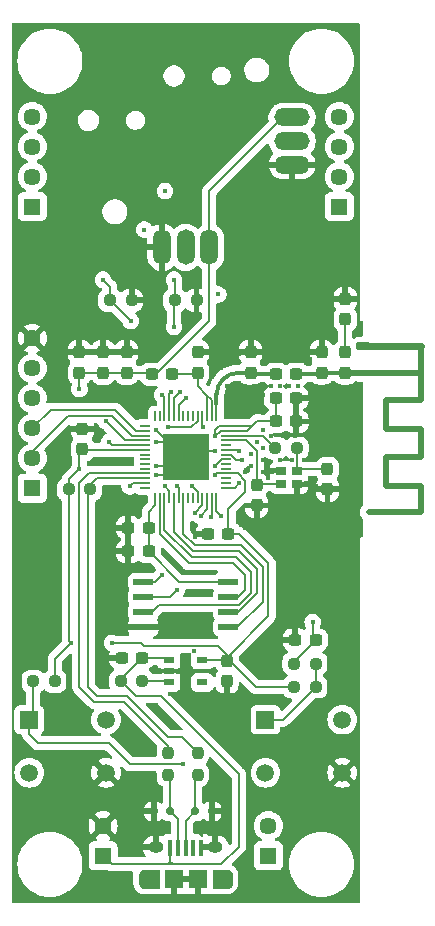
<source format=gbr>
%TF.GenerationSoftware,KiCad,Pcbnew,8.0.2*%
%TF.CreationDate,2024-07-02T20:29:51-04:00*%
%TF.ProjectId,HackerMouseProject,4861636b-6572-44d6-9f75-736550726f6a,rev?*%
%TF.SameCoordinates,Original*%
%TF.FileFunction,Copper,L1,Top*%
%TF.FilePolarity,Positive*%
%FSLAX46Y46*%
G04 Gerber Fmt 4.6, Leading zero omitted, Abs format (unit mm)*
G04 Created by KiCad (PCBNEW 8.0.2) date 2024-07-02 20:29:51*
%MOMM*%
%LPD*%
G01*
G04 APERTURE LIST*
G04 Aperture macros list*
%AMRoundRect*
0 Rectangle with rounded corners*
0 $1 Rounding radius*
0 $2 $3 $4 $5 $6 $7 $8 $9 X,Y pos of 4 corners*
0 Add a 4 corners polygon primitive as box body*
4,1,4,$2,$3,$4,$5,$6,$7,$8,$9,$2,$3,0*
0 Add four circle primitives for the rounded corners*
1,1,$1+$1,$2,$3*
1,1,$1+$1,$4,$5*
1,1,$1+$1,$6,$7*
1,1,$1+$1,$8,$9*
0 Add four rect primitives between the rounded corners*
20,1,$1+$1,$2,$3,$4,$5,0*
20,1,$1+$1,$4,$5,$6,$7,0*
20,1,$1+$1,$6,$7,$8,$9,0*
20,1,$1+$1,$8,$9,$2,$3,0*%
G04 Aperture macros list end*
%TA.AperFunction,Conductor*%
%ADD10C,0.350000*%
%TD*%
%TA.AperFunction,EtchedComponent*%
%ADD11C,0.500000*%
%TD*%
%TA.AperFunction,EtchedComponent*%
%ADD12C,0.630000*%
%TD*%
%TA.AperFunction,EtchedComponent*%
%ADD13C,0.010000*%
%TD*%
%TA.AperFunction,ComponentPad*%
%ADD14R,1.450000X1.450000*%
%TD*%
%TA.AperFunction,ComponentPad*%
%ADD15C,1.450000*%
%TD*%
%TA.AperFunction,SMDPad,CuDef*%
%ADD16RoundRect,0.237500X0.237500X-0.300000X0.237500X0.300000X-0.237500X0.300000X-0.237500X-0.300000X0*%
%TD*%
%TA.AperFunction,SMDPad,CuDef*%
%ADD17RoundRect,0.237500X-0.237500X0.250000X-0.237500X-0.250000X0.237500X-0.250000X0.237500X0.250000X0*%
%TD*%
%TA.AperFunction,SMDPad,CuDef*%
%ADD18RoundRect,0.237500X0.300000X0.237500X-0.300000X0.237500X-0.300000X-0.237500X0.300000X-0.237500X0*%
%TD*%
%TA.AperFunction,SMDPad,CuDef*%
%ADD19RoundRect,0.237500X-0.250000X-0.237500X0.250000X-0.237500X0.250000X0.237500X-0.250000X0.237500X0*%
%TD*%
%TA.AperFunction,SMDPad,CuDef*%
%ADD20RoundRect,0.237500X-0.300000X-0.237500X0.300000X-0.237500X0.300000X0.237500X-0.300000X0.237500X0*%
%TD*%
%TA.AperFunction,ComponentPad*%
%ADD21O,3.000000X1.500000*%
%TD*%
%TA.AperFunction,ComponentPad*%
%ADD22O,1.500000X3.000000*%
%TD*%
%TA.AperFunction,SMDPad,CuDef*%
%ADD23RoundRect,0.237500X0.250000X0.237500X-0.250000X0.237500X-0.250000X-0.237500X0.250000X-0.237500X0*%
%TD*%
%TA.AperFunction,SMDPad,CuDef*%
%ADD24RoundRect,0.027500X-0.082500X0.377500X-0.082500X-0.377500X0.082500X-0.377500X0.082500X0.377500X0*%
%TD*%
%TA.AperFunction,SMDPad,CuDef*%
%ADD25RoundRect,0.027500X-0.377500X0.082500X-0.377500X-0.082500X0.377500X-0.082500X0.377500X0.082500X0*%
%TD*%
%TA.AperFunction,SMDPad,CuDef*%
%ADD26R,4.000000X4.000000*%
%TD*%
%TA.AperFunction,SMDPad,CuDef*%
%ADD27RoundRect,0.127500X-0.483250X-0.127500X0.483250X-0.127500X0.483250X0.127500X-0.483250X0.127500X0*%
%TD*%
%TA.AperFunction,SMDPad,CuDef*%
%ADD28RoundRect,0.165000X-0.453250X-0.165000X0.453250X-0.165000X0.453250X0.165000X-0.453250X0.165000X0*%
%TD*%
%TA.AperFunction,ComponentPad*%
%ADD29R,1.498000X1.498000*%
%TD*%
%TA.AperFunction,ComponentPad*%
%ADD30C,1.498000*%
%TD*%
%TA.AperFunction,SMDPad,CuDef*%
%ADD31RoundRect,0.150000X0.150000X0.200000X-0.150000X0.200000X-0.150000X-0.200000X0.150000X-0.200000X0*%
%TD*%
%TA.AperFunction,SMDPad,CuDef*%
%ADD32RoundRect,0.237500X-0.237500X0.300000X-0.237500X-0.300000X0.237500X-0.300000X0.237500X0.300000X0*%
%TD*%
%TA.AperFunction,SMDPad,CuDef*%
%ADD33RoundRect,0.150000X-0.150000X-0.200000X0.150000X-0.200000X0.150000X0.200000X-0.150000X0.200000X0*%
%TD*%
%TA.AperFunction,SMDPad,CuDef*%
%ADD34R,0.850000X0.750000*%
%TD*%
%TA.AperFunction,SMDPad,CuDef*%
%ADD35R,0.900000X0.600000*%
%TD*%
%TA.AperFunction,SMDPad,CuDef*%
%ADD36R,0.400000X1.350000*%
%TD*%
%TA.AperFunction,ComponentPad*%
%ADD37O,0.775000X1.550000*%
%TD*%
%TA.AperFunction,SMDPad,CuDef*%
%ADD38R,1.500000X1.550000*%
%TD*%
%TA.AperFunction,ComponentPad*%
%ADD39O,1.300000X0.950000*%
%TD*%
%TA.AperFunction,SMDPad,CuDef*%
%ADD40RoundRect,0.072500X-0.732500X-0.217500X0.732500X-0.217500X0.732500X0.217500X-0.732500X0.217500X0*%
%TD*%
%TA.AperFunction,ViaPad*%
%ADD41C,0.400000*%
%TD*%
%TA.AperFunction,ViaPad*%
%ADD42C,0.350000*%
%TD*%
%TA.AperFunction,Conductor*%
%ADD43C,0.200000*%
%TD*%
%TA.AperFunction,Conductor*%
%ADD44C,0.500000*%
%TD*%
G04 APERTURE END LIST*
D10*
%TO.N,/LNA_IN*%
X177600000Y-65750000D02*
G75*
G02*
X179475000Y-63875000I1875000J0D01*
G01*
D11*
%TD*%
%TO.C,AE1*%
X189752500Y-63875000D02*
X194902500Y-63875000D01*
%TO.C,AE1*%
X191952500Y-66175000D02*
X191952500Y-68675000D01*
X191952500Y-68675000D02*
X194902500Y-68675000D01*
X191952500Y-70975000D02*
X191952500Y-73475000D01*
X191952500Y-73475000D02*
X194902500Y-73475000D01*
D12*
X194902500Y-61645000D02*
X189752500Y-61645000D01*
D11*
X194902500Y-63875000D02*
X194902500Y-61645000D01*
X194902500Y-63875000D02*
X194902500Y-66175000D01*
X194902500Y-66175000D02*
X191952500Y-66175000D01*
X194902500Y-68675000D02*
X194902500Y-70975000D01*
X194902500Y-70975000D02*
X191952500Y-70975000D01*
X194902500Y-73475000D02*
X194902500Y-75675000D01*
X194902500Y-75675000D02*
X190502500Y-75675000D01*
D13*
%TO.C,J1*%
X172700000Y-107525000D02*
X171555000Y-107525000D01*
X171529000Y-107524000D01*
X171503000Y-107522000D01*
X171477000Y-107519000D01*
X171451000Y-107514000D01*
X171426000Y-107508000D01*
X171400000Y-107501000D01*
X171376000Y-107492000D01*
X171352000Y-107482000D01*
X171328000Y-107471000D01*
X171305000Y-107458000D01*
X171283000Y-107444000D01*
X171261000Y-107430000D01*
X171240000Y-107414000D01*
X171220000Y-107397000D01*
X171201000Y-107379000D01*
X171183000Y-107360000D01*
X171166000Y-107340000D01*
X171150000Y-107319000D01*
X171136000Y-107297000D01*
X171122000Y-107275000D01*
X171109000Y-107252000D01*
X171098000Y-107228000D01*
X171088000Y-107204000D01*
X171079000Y-107180000D01*
X171072000Y-107154000D01*
X171066000Y-107129000D01*
X171061000Y-107103000D01*
X171058000Y-107077000D01*
X171056000Y-107051000D01*
X171055000Y-107025000D01*
X171055000Y-106475000D01*
X171056000Y-106449000D01*
X171058000Y-106423000D01*
X171061000Y-106397000D01*
X171066000Y-106371000D01*
X171072000Y-106346000D01*
X171079000Y-106320000D01*
X171088000Y-106296000D01*
X171098000Y-106272000D01*
X171109000Y-106248000D01*
X171122000Y-106225000D01*
X171136000Y-106203000D01*
X171150000Y-106181000D01*
X171166000Y-106160000D01*
X171183000Y-106140000D01*
X171201000Y-106121000D01*
X171220000Y-106103000D01*
X171240000Y-106086000D01*
X171261000Y-106070000D01*
X171283000Y-106056000D01*
X171305000Y-106042000D01*
X171328000Y-106029000D01*
X171352000Y-106018000D01*
X171376000Y-106008000D01*
X171400000Y-105999000D01*
X171426000Y-105992000D01*
X171451000Y-105986000D01*
X171477000Y-105981000D01*
X171503000Y-105978000D01*
X171529000Y-105976000D01*
X171555000Y-105975000D01*
X172700000Y-105975000D01*
X172700000Y-107525000D01*
%TA.AperFunction,EtchedComponent*%
G36*
X172700000Y-107525000D02*
G01*
X171555000Y-107525000D01*
X171529000Y-107524000D01*
X171503000Y-107522000D01*
X171477000Y-107519000D01*
X171451000Y-107514000D01*
X171426000Y-107508000D01*
X171400000Y-107501000D01*
X171376000Y-107492000D01*
X171352000Y-107482000D01*
X171328000Y-107471000D01*
X171305000Y-107458000D01*
X171283000Y-107444000D01*
X171261000Y-107430000D01*
X171240000Y-107414000D01*
X171220000Y-107397000D01*
X171201000Y-107379000D01*
X171183000Y-107360000D01*
X171166000Y-107340000D01*
X171150000Y-107319000D01*
X171136000Y-107297000D01*
X171122000Y-107275000D01*
X171109000Y-107252000D01*
X171098000Y-107228000D01*
X171088000Y-107204000D01*
X171079000Y-107180000D01*
X171072000Y-107154000D01*
X171066000Y-107129000D01*
X171061000Y-107103000D01*
X171058000Y-107077000D01*
X171056000Y-107051000D01*
X171055000Y-107025000D01*
X171055000Y-106475000D01*
X171056000Y-106449000D01*
X171058000Y-106423000D01*
X171061000Y-106397000D01*
X171066000Y-106371000D01*
X171072000Y-106346000D01*
X171079000Y-106320000D01*
X171088000Y-106296000D01*
X171098000Y-106272000D01*
X171109000Y-106248000D01*
X171122000Y-106225000D01*
X171136000Y-106203000D01*
X171150000Y-106181000D01*
X171166000Y-106160000D01*
X171183000Y-106140000D01*
X171201000Y-106121000D01*
X171220000Y-106103000D01*
X171240000Y-106086000D01*
X171261000Y-106070000D01*
X171283000Y-106056000D01*
X171305000Y-106042000D01*
X171328000Y-106029000D01*
X171352000Y-106018000D01*
X171376000Y-106008000D01*
X171400000Y-105999000D01*
X171426000Y-105992000D01*
X171451000Y-105986000D01*
X171477000Y-105981000D01*
X171503000Y-105978000D01*
X171529000Y-105976000D01*
X171555000Y-105975000D01*
X172700000Y-105975000D01*
X172700000Y-107525000D01*
G37*
%TD.AperFunction*%
X178471000Y-105976000D02*
X178497000Y-105978000D01*
X178523000Y-105981000D01*
X178549000Y-105986000D01*
X178574000Y-105992000D01*
X178600000Y-105999000D01*
X178624000Y-106008000D01*
X178648000Y-106018000D01*
X178672000Y-106029000D01*
X178695000Y-106042000D01*
X178717000Y-106056000D01*
X178739000Y-106070000D01*
X178760000Y-106086000D01*
X178780000Y-106103000D01*
X178799000Y-106121000D01*
X178817000Y-106140000D01*
X178834000Y-106160000D01*
X178850000Y-106181000D01*
X178864000Y-106203000D01*
X178878000Y-106225000D01*
X178891000Y-106248000D01*
X178902000Y-106272000D01*
X178912000Y-106296000D01*
X178921000Y-106320000D01*
X178928000Y-106346000D01*
X178934000Y-106371000D01*
X178939000Y-106397000D01*
X178942000Y-106423000D01*
X178944000Y-106449000D01*
X178945000Y-106475000D01*
X178945000Y-107025000D01*
X178944000Y-107051000D01*
X178942000Y-107077000D01*
X178939000Y-107103000D01*
X178934000Y-107129000D01*
X178928000Y-107154000D01*
X178921000Y-107180000D01*
X178912000Y-107204000D01*
X178902000Y-107228000D01*
X178891000Y-107252000D01*
X178878000Y-107275000D01*
X178864000Y-107297000D01*
X178850000Y-107319000D01*
X178834000Y-107340000D01*
X178817000Y-107360000D01*
X178799000Y-107379000D01*
X178780000Y-107397000D01*
X178760000Y-107414000D01*
X178739000Y-107430000D01*
X178717000Y-107444000D01*
X178695000Y-107458000D01*
X178672000Y-107471000D01*
X178648000Y-107482000D01*
X178624000Y-107492000D01*
X178600000Y-107501000D01*
X178574000Y-107508000D01*
X178549000Y-107514000D01*
X178523000Y-107519000D01*
X178497000Y-107522000D01*
X178471000Y-107524000D01*
X178445000Y-107525000D01*
X177300000Y-107525000D01*
X177300000Y-105975000D01*
X178445000Y-105975000D01*
X178471000Y-105976000D01*
%TA.AperFunction,EtchedComponent*%
G36*
X178471000Y-105976000D02*
G01*
X178497000Y-105978000D01*
X178523000Y-105981000D01*
X178549000Y-105986000D01*
X178574000Y-105992000D01*
X178600000Y-105999000D01*
X178624000Y-106008000D01*
X178648000Y-106018000D01*
X178672000Y-106029000D01*
X178695000Y-106042000D01*
X178717000Y-106056000D01*
X178739000Y-106070000D01*
X178760000Y-106086000D01*
X178780000Y-106103000D01*
X178799000Y-106121000D01*
X178817000Y-106140000D01*
X178834000Y-106160000D01*
X178850000Y-106181000D01*
X178864000Y-106203000D01*
X178878000Y-106225000D01*
X178891000Y-106248000D01*
X178902000Y-106272000D01*
X178912000Y-106296000D01*
X178921000Y-106320000D01*
X178928000Y-106346000D01*
X178934000Y-106371000D01*
X178939000Y-106397000D01*
X178942000Y-106423000D01*
X178944000Y-106449000D01*
X178945000Y-106475000D01*
X178945000Y-107025000D01*
X178944000Y-107051000D01*
X178942000Y-107077000D01*
X178939000Y-107103000D01*
X178934000Y-107129000D01*
X178928000Y-107154000D01*
X178921000Y-107180000D01*
X178912000Y-107204000D01*
X178902000Y-107228000D01*
X178891000Y-107252000D01*
X178878000Y-107275000D01*
X178864000Y-107297000D01*
X178850000Y-107319000D01*
X178834000Y-107340000D01*
X178817000Y-107360000D01*
X178799000Y-107379000D01*
X178780000Y-107397000D01*
X178760000Y-107414000D01*
X178739000Y-107430000D01*
X178717000Y-107444000D01*
X178695000Y-107458000D01*
X178672000Y-107471000D01*
X178648000Y-107482000D01*
X178624000Y-107492000D01*
X178600000Y-107501000D01*
X178574000Y-107508000D01*
X178549000Y-107514000D01*
X178523000Y-107519000D01*
X178497000Y-107522000D01*
X178471000Y-107524000D01*
X178445000Y-107525000D01*
X177300000Y-107525000D01*
X177300000Y-105975000D01*
X178445000Y-105975000D01*
X178471000Y-105976000D01*
G37*
%TD.AperFunction*%
%TD*%
D14*
%TO.P,J6,01,01*%
%TO.N,+5V*%
X168000000Y-104770000D03*
D15*
%TO.P,J6,02,02*%
%TO.N,GND*%
X168000000Y-102230000D03*
%TD*%
D16*
%TO.P,L4,1,1*%
%TO.N,Net-(AE1-A)*%
X188500000Y-63862500D03*
%TO.P,L4,2,2*%
%TO.N,Net-(C15-Pad1)*%
X188500000Y-62137500D03*
%TD*%
D17*
%TO.P,R4,1*%
%TO.N,/ESP_D-*%
X173500000Y-96087500D03*
%TO.P,R4,2*%
%TO.N,Net-(D2-K)*%
X173500000Y-97912500D03*
%TD*%
D18*
%TO.P,C7,1*%
%TO.N,+3V3*%
X178612500Y-77500000D03*
%TO.P,C7,2*%
%TO.N,GND*%
X176887500Y-77500000D03*
%TD*%
D19*
%TO.P,R1,1*%
%TO.N,+3V3*%
X184187500Y-90475000D03*
%TO.P,R1,2*%
%TO.N,Net-(R1-Pad2)*%
X186012500Y-90475000D03*
%TD*%
D16*
%TO.P,C5,1*%
%TO.N,+3V3*%
X169990000Y-63862500D03*
%TO.P,C5,2*%
%TO.N,GND*%
X169990000Y-62137500D03*
%TD*%
D20*
%TO.P,C12,1*%
%TO.N,+3V3*%
X182637500Y-68000000D03*
%TO.P,C12,2*%
%TO.N,GND*%
X184362500Y-68000000D03*
%TD*%
D21*
%TO.P,S1,X*%
%TO.N,/JOY_X*%
X184000000Y-44250000D03*
%TO.P,S1,X+*%
%TO.N,GND*%
X184000000Y-46250000D03*
%TO.P,S1,X-*%
%TO.N,+3V3*%
X184000000Y-42250000D03*
D22*
%TO.P,S1,Y*%
%TO.N,/JOY_Y*%
X175000000Y-53250000D03*
%TO.P,S1,Y+*%
%TO.N,+3V3*%
X177000000Y-53250000D03*
%TO.P,S1,Y-*%
%TO.N,GND*%
X173000000Y-53250000D03*
%TD*%
D23*
%TO.P,R10,1*%
%TO.N,Net-(PS1-STBY)*%
X171325000Y-90000000D03*
%TO.P,R10,2*%
%TO.N,+5V*%
X169500000Y-90000000D03*
%TD*%
D19*
%TO.P,R2,1*%
%TO.N,/XTAL_P*%
X182587500Y-70250000D03*
%TO.P,R2,2*%
%TO.N,Net-(C9-Pad1)*%
X184412500Y-70250000D03*
%TD*%
D17*
%TO.P,R3,1*%
%TO.N,/ESP_D+*%
X176000000Y-96087500D03*
%TO.P,R3,2*%
%TO.N,Net-(D1-K)*%
X176000000Y-97912500D03*
%TD*%
D19*
%TO.P,R7,1*%
%TO.N,/BUT_2*%
X168587500Y-57750000D03*
%TO.P,R7,2*%
%TO.N,GND*%
X170412500Y-57750000D03*
%TD*%
D24*
%TO.P,U1,1,LNA_IN*%
%TO.N,/LNA_IN*%
X177600000Y-67555000D03*
%TO.P,U1,2,VDD3P3*%
%TO.N,/VDD3P3*%
X177200000Y-67555000D03*
%TO.P,U1,3,VDD3P3__1*%
X176800000Y-67555000D03*
%TO.P,U1,4,CHIP_PU*%
%TO.N,/RESET*%
X176400000Y-67555000D03*
%TO.P,U1,5,GPIO0*%
%TO.N,/BOOT*%
X176000000Y-67555000D03*
%TO.P,U1,6,GPIO1*%
%TO.N,unconnected-(U1-GPIO1-Pad6)*%
X175600000Y-67555000D03*
%TO.P,U1,7,GPIO2*%
%TO.N,unconnected-(U1-GPIO2-Pad7)*%
X175200000Y-67555000D03*
%TO.P,U1,8,GPIO3*%
%TO.N,unconnected-(U1-GPIO3-Pad8)*%
X174800000Y-67555000D03*
%TO.P,U1,9,GPIO4*%
%TO.N,/JOY_X*%
X174400000Y-67555000D03*
%TO.P,U1,10,GPIO5*%
%TO.N,/JOY_Y*%
X174000000Y-67555000D03*
%TO.P,U1,11,GPIO6*%
%TO.N,/BUT_1*%
X173600000Y-67555000D03*
%TO.P,U1,12,GPIO7*%
%TO.N,/BUT_2*%
X173200000Y-67555000D03*
%TO.P,U1,13,GPIO8*%
%TO.N,unconnected-(U1-GPIO8-Pad13)*%
X172800000Y-67555000D03*
%TO.P,U1,14,GPIO9*%
%TO.N,unconnected-(U1-GPIO9-Pad14)*%
X172400000Y-67555000D03*
D25*
%TO.P,U1,15,GPIO10*%
%TO.N,unconnected-(U1-GPIO10-Pad15)*%
X171555000Y-68400000D03*
%TO.P,U1,16,GPIO11*%
%TO.N,/MOSI*%
X171555000Y-68800000D03*
%TO.P,U1,17,GPIO12*%
%TO.N,/SCK*%
X171555000Y-69200000D03*
%TO.P,U1,18,GPIO13*%
%TO.N,/MISO*%
X171555000Y-69600000D03*
%TO.P,U1,19,GPIO14*%
%TO.N,/CS1*%
X171555000Y-70000000D03*
%TO.P,U1,20,VDD3P3_RTC*%
%TO.N,+3V3*%
X171555000Y-70400000D03*
%TO.P,U1,21,XTAL_32K_P*%
%TO.N,unconnected-(U1-XTAL_32K_P-Pad21)*%
X171555000Y-70800000D03*
%TO.P,U1,22,XTAL_32K_N*%
%TO.N,unconnected-(U1-XTAL_32K_N-Pad22)*%
X171555000Y-71200000D03*
%TO.P,U1,23,GPIO17*%
%TO.N,unconnected-(U1-GPIO17-Pad23)*%
X171555000Y-71600000D03*
%TO.P,U1,24,GPIO18*%
%TO.N,unconnected-(U1-GPIO18-Pad24)*%
X171555000Y-72000000D03*
%TO.P,U1,25,GPIO19*%
%TO.N,/ESP_D-*%
X171555000Y-72400000D03*
%TO.P,U1,26,GPIO20*%
%TO.N,/ESP_D+*%
X171555000Y-72800000D03*
%TO.P,U1,27,GPIO21*%
%TO.N,/GPIO21*%
X171555000Y-73200000D03*
%TO.P,U1,28,SPICS1*%
%TO.N,unconnected-(U1-SPICS1-Pad28)*%
X171555000Y-73600000D03*
D24*
%TO.P,U1,29,VDD_SPI*%
%TO.N,VDD_SPI*%
X172400000Y-74445000D03*
%TO.P,U1,30,SPIHD*%
%TO.N,/SPIHD*%
X172800000Y-74445000D03*
%TO.P,U1,31,SPIWP*%
%TO.N,/SPIWP*%
X173200000Y-74445000D03*
%TO.P,U1,32,SPICS0*%
%TO.N,/SPICS0*%
X173600000Y-74445000D03*
%TO.P,U1,33,SPICLK*%
%TO.N,/SPICLK*%
X174000000Y-74445000D03*
%TO.P,U1,34,SPIQ*%
%TO.N,/SPIQ*%
X174400000Y-74445000D03*
%TO.P,U1,35,SPID*%
%TO.N,/SPID*%
X174800000Y-74445000D03*
%TO.P,U1,36,SPICLK_N*%
%TO.N,unconnected-(U1-SPICLK_N-Pad36)*%
X175200000Y-74445000D03*
%TO.P,U1,37,SPICLK_P*%
%TO.N,unconnected-(U1-SPICLK_P-Pad37)*%
X175600000Y-74445000D03*
%TO.P,U1,38,GPIO33*%
%TO.N,/GPIO33*%
X176000000Y-74445000D03*
%TO.P,U1,39,GPIO34*%
%TO.N,/GPIO34*%
X176400000Y-74445000D03*
%TO.P,U1,40,GPIO35*%
%TO.N,/GPIO35*%
X176800000Y-74445000D03*
%TO.P,U1,41,GPIO36*%
%TO.N,/GPIO36*%
X177200000Y-74445000D03*
%TO.P,U1,42,GPIO37*%
%TO.N,/GPIO37*%
X177600000Y-74445000D03*
D25*
%TO.P,U1,43,GPIO38*%
%TO.N,/GPIO38*%
X178445000Y-73600000D03*
%TO.P,U1,44,MTCK*%
%TO.N,unconnected-(U1-MTCK-Pad44)*%
X178445000Y-73200000D03*
%TO.P,U1,45,MTDO*%
%TO.N,unconnected-(U1-MTDO-Pad45)*%
X178445000Y-72800000D03*
%TO.P,U1,46,VDD3P3_CPU*%
%TO.N,+3V3*%
X178445000Y-72400000D03*
%TO.P,U1,47,MTDI*%
%TO.N,unconnected-(U1-MTDI-Pad47)*%
X178445000Y-72000000D03*
%TO.P,U1,48,MTMS*%
%TO.N,unconnected-(U1-MTMS-Pad48)*%
X178445000Y-71600000D03*
%TO.P,U1,49,U0TXD*%
%TO.N,/ESP_TX*%
X178445000Y-71200000D03*
%TO.P,U1,50,U0RXD*%
%TO.N,/ESP_RX*%
X178445000Y-70800000D03*
%TO.P,U1,51,GPIO45*%
%TO.N,/GPIO45*%
X178445000Y-70400000D03*
%TO.P,U1,52,GPIO46*%
%TO.N,unconnected-(U1-GPIO46-Pad52)*%
X178445000Y-70000000D03*
%TO.P,U1,53,XTAL_N*%
%TO.N,/XTAL_N*%
X178445000Y-69600000D03*
%TO.P,U1,54,XTAL_P*%
%TO.N,/XTAL_P*%
X178445000Y-69200000D03*
%TO.P,U1,55,VDDA1*%
%TO.N,+3V3*%
X178445000Y-68800000D03*
%TO.P,U1,56,VDDA2*%
X178445000Y-68400000D03*
D26*
%TO.P,U1,57,GND*%
%TO.N,GND*%
X175000000Y-71000000D03*
%TD*%
D18*
%TO.P,L2,1,1*%
%TO.N,/VDD3P3*%
X173862500Y-64000000D03*
%TO.P,L2,2,2*%
%TO.N,+3V3*%
X172137500Y-64000000D03*
%TD*%
%TO.P,C16,1*%
%TO.N,/RESET*%
X186000000Y-86500000D03*
%TO.P,C16,2*%
%TO.N,GND*%
X184275000Y-86500000D03*
%TD*%
D16*
%TO.P,C6,1*%
%TO.N,/VDD3P3*%
X176000000Y-63862500D03*
%TO.P,C6,2*%
%TO.N,GND*%
X176000000Y-62137500D03*
%TD*%
D27*
%TO.P,AE1,1,A*%
%TO.N,Net-(AE1-A)*%
X190113250Y-63870000D03*
D28*
%TO.P,AE1,2,Shield*%
%TO.N,GND*%
X190020750Y-61645000D03*
%TD*%
D23*
%TO.P,R8,1*%
%TO.N,Net-(R1-Pad2)*%
X186000000Y-88500000D03*
%TO.P,R8,2*%
%TO.N,/RESET*%
X184175000Y-88500000D03*
%TD*%
D14*
%TO.P,J5,01,01*%
%TO.N,/GPIO21*%
X162000000Y-49810000D03*
D15*
%TO.P,J5,02,02*%
%TO.N,/GPIO33*%
X162000000Y-47270000D03*
%TO.P,J5,03,03*%
%TO.N,/GPIO34*%
X162000000Y-44730000D03*
%TO.P,J5,04,04*%
%TO.N,/GPIO35*%
X162000000Y-42190000D03*
%TD*%
D29*
%TO.P,SW3,1*%
%TO.N,/BOOT*%
X161750000Y-93250000D03*
D30*
%TO.P,SW3,2*%
%TO.N,unconnected-(SW3-Pad2)*%
X168250000Y-93250000D03*
%TO.P,SW3,3*%
%TO.N,unconnected-(SW3-Pad3)*%
X161750000Y-97750000D03*
%TO.P,SW3,4*%
%TO.N,GND*%
X168250000Y-97750000D03*
%TD*%
D31*
%TO.P,D1,1,K*%
%TO.N,Net-(D1-K)*%
X175800000Y-101000000D03*
%TO.P,D1,2,A*%
%TO.N,GND*%
X177200000Y-101000000D03*
%TD*%
D19*
%TO.P,R9,1*%
%TO.N,/BOOT*%
X162087500Y-90000000D03*
%TO.P,R9,2*%
%TO.N,+3V3*%
X163912500Y-90000000D03*
%TD*%
D16*
%TO.P,C15,1*%
%TO.N,Net-(C15-Pad1)*%
X188500000Y-59362500D03*
%TO.P,C15,2*%
%TO.N,GND*%
X188500000Y-57637500D03*
%TD*%
D32*
%TO.P,C10,1*%
%TO.N,/XTAL_N*%
X181000000Y-73387500D03*
%TO.P,C10,2*%
%TO.N,GND*%
X181000000Y-75112500D03*
%TD*%
D20*
%TO.P,C11,1*%
%TO.N,+3V3*%
X182637500Y-66000000D03*
%TO.P,C11,2*%
%TO.N,GND*%
X184362500Y-66000000D03*
%TD*%
D18*
%TO.P,C1,1*%
%TO.N,VDD_SPI*%
X171862500Y-77000000D03*
%TO.P,C1,2*%
%TO.N,GND*%
X170137500Y-77000000D03*
%TD*%
D33*
%TO.P,D2,1,K*%
%TO.N,Net-(D2-K)*%
X173700000Y-101000000D03*
%TO.P,D2,2,A*%
%TO.N,GND*%
X172300000Y-101000000D03*
%TD*%
D14*
%TO.P,J4,01,01*%
%TO.N,/GPIO36*%
X188000000Y-49810000D03*
D15*
%TO.P,J4,02,02*%
%TO.N,/GPIO37*%
X188000000Y-47270000D03*
%TO.P,J4,03,03*%
%TO.N,/GPIO38*%
X188000000Y-44730000D03*
%TO.P,J4,04,04*%
%TO.N,/GPIO45*%
X188000000Y-42190000D03*
%TD*%
D16*
%TO.P,C8,1*%
%TO.N,+3V3*%
X166250000Y-70362500D03*
%TO.P,C8,2*%
%TO.N,GND*%
X166250000Y-68637500D03*
%TD*%
D29*
%TO.P,SW1,1*%
%TO.N,Net-(R1-Pad2)*%
X181750000Y-93250000D03*
D30*
%TO.P,SW1,2*%
%TO.N,unconnected-(SW1-Pad2)*%
X188250000Y-93250000D03*
%TO.P,SW1,3*%
%TO.N,unconnected-(SW1-Pad3)*%
X181750000Y-97750000D03*
%TO.P,SW1,4*%
%TO.N,GND*%
X188250000Y-97750000D03*
%TD*%
D32*
%TO.P,C9,1*%
%TO.N,Net-(C9-Pad1)*%
X187000000Y-72025000D03*
%TO.P,C9,2*%
%TO.N,GND*%
X187000000Y-73750000D03*
%TD*%
D34*
%TO.P,Y1,1*%
%TO.N,Net-(C9-Pad1)*%
X184425000Y-72225000D03*
%TO.P,Y1,2*%
%TO.N,GND*%
X183075000Y-72225000D03*
%TO.P,Y1,3*%
%TO.N,/XTAL_N*%
X183075000Y-73275000D03*
%TO.P,Y1,4*%
%TO.N,GND*%
X184425000Y-73275000D03*
%TD*%
D35*
%TO.P,PS1,1,VIN*%
%TO.N,+5V*%
X173600000Y-88187500D03*
%TO.P,PS1,2,GND*%
%TO.N,GND*%
X173600000Y-89137500D03*
%TO.P,PS1,3,STBY*%
%TO.N,Net-(PS1-STBY)*%
X173600000Y-90087500D03*
%TO.P,PS1,4,N.C.*%
%TO.N,unconnected-(PS1-N.C.-Pad4)*%
X176400000Y-90087500D03*
%TO.P,PS1,5,VOUT*%
%TO.N,+3V3*%
X176400000Y-88187500D03*
%TD*%
D16*
%TO.P,C3,1*%
%TO.N,+3V3*%
X166000000Y-63862500D03*
%TO.P,C3,2*%
%TO.N,GND*%
X166000000Y-62137500D03*
%TD*%
D18*
%TO.P,C17,1*%
%TO.N,+5V*%
X171287500Y-88000000D03*
%TO.P,C17,2*%
%TO.N,GND*%
X169562500Y-88000000D03*
%TD*%
D36*
%TO.P,J1,1,VCC*%
%TO.N,+5V*%
X173700000Y-104075000D03*
%TO.P,J1,2,D-*%
%TO.N,Net-(D2-K)*%
X174350000Y-104075000D03*
%TO.P,J1,3,D+*%
%TO.N,Net-(D1-K)*%
X175000000Y-104075000D03*
%TO.P,J1,4,ID*%
%TO.N,unconnected-(J1-ID-Pad4)*%
X175650000Y-104075000D03*
%TO.P,J1,5,GND*%
%TO.N,GND*%
X176300000Y-104075000D03*
D37*
%TO.P,J1,SH1,SHIELD*%
X171500000Y-106750000D03*
D38*
%TO.P,J1,SH2,SHIELD*%
X176000000Y-106750000D03*
%TO.P,J1,SH3,SHIELD*%
X174000000Y-106750000D03*
D37*
%TO.P,J1,SH4,SHIELD*%
X178500000Y-106750000D03*
D39*
%TO.P,J1,SH5,SHIELD*%
X172500000Y-104050000D03*
%TO.P,J1,SH6,SHIELD*%
X177500000Y-104050000D03*
%TD*%
D14*
%TO.P,J2,01,01*%
%TO.N,/ESP_RX*%
X182000000Y-104770000D03*
D15*
%TO.P,J2,02,02*%
%TO.N,/ESP_TX*%
X182000000Y-102230000D03*
%TD*%
D16*
%TO.P,C4,1*%
%TO.N,+3V3*%
X168000000Y-63862500D03*
%TO.P,C4,2*%
%TO.N,GND*%
X168000000Y-62137500D03*
%TD*%
D19*
%TO.P,R6,1*%
%TO.N,/BUT_1*%
X174087500Y-57750000D03*
%TO.P,R6,2*%
%TO.N,GND*%
X175912500Y-57750000D03*
%TD*%
D16*
%TO.P,C14,1*%
%TO.N,Net-(AE1-A)*%
X186500000Y-63862500D03*
%TO.P,C14,2*%
%TO.N,GND*%
X186500000Y-62137500D03*
%TD*%
D20*
%TO.P,L3,1,1*%
%TO.N,/LNA_IN*%
X182637500Y-64000000D03*
%TO.P,L3,2,2*%
%TO.N,Net-(AE1-A)*%
X184362500Y-64000000D03*
%TD*%
D18*
%TO.P,C2,1*%
%TO.N,VDD_SPI*%
X171862500Y-79000000D03*
%TO.P,C2,2*%
%TO.N,GND*%
X170137500Y-79000000D03*
%TD*%
D40*
%TO.P,U2,1,~{CS}*%
%TO.N,/SPICS0*%
X171395000Y-81595000D03*
%TO.P,U2,2,DO(IO1)*%
%TO.N,/SPIQ*%
X171395000Y-82865000D03*
%TO.P,U2,3,~{WP}(IO2)*%
%TO.N,/SPIWP*%
X171395000Y-84135000D03*
%TO.P,U2,4,GND*%
%TO.N,GND*%
X171395000Y-85405000D03*
%TO.P,U2,5,DI(IO0)*%
%TO.N,/SPID*%
X178605000Y-85405000D03*
%TO.P,U2,6,CLK*%
%TO.N,/SPICLK*%
X178605000Y-84135000D03*
%TO.P,U2,7,~{HOLD}/~{RESET}/IO3*%
%TO.N,/SPIHD*%
X178605000Y-82865000D03*
%TO.P,U2,8,VCC*%
%TO.N,VDD_SPI*%
X178605000Y-81595000D03*
%TD*%
D14*
%TO.P,J3,01,01*%
%TO.N,/CS1*%
X162000000Y-73650000D03*
D15*
%TO.P,J3,02,02*%
%TO.N,/SCK*%
X162000000Y-71110000D03*
%TO.P,J3,03,03*%
%TO.N,/MOSI*%
X162000000Y-68570000D03*
%TO.P,J3,04,04*%
%TO.N,/MISO*%
X162000000Y-66030000D03*
%TO.P,J3,05,05*%
%TO.N,+5V*%
X162000000Y-63490000D03*
%TO.P,J3,06,06*%
%TO.N,GND*%
X162000000Y-60950000D03*
%TD*%
D32*
%TO.P,C18,1*%
%TO.N,+3V3*%
X178500000Y-88275000D03*
%TO.P,C18,2*%
%TO.N,GND*%
X178500000Y-90000000D03*
%TD*%
D19*
%TO.P,R5,1*%
%TO.N,+3V3*%
X165087500Y-73750000D03*
%TO.P,R5,2*%
%TO.N,/ESP_D+*%
X166912500Y-73750000D03*
%TD*%
D16*
%TO.P,C13,1*%
%TO.N,/LNA_IN*%
X180500000Y-63862500D03*
%TO.P,C13,2*%
%TO.N,GND*%
X180500000Y-62137500D03*
%TD*%
D41*
%TO.N,GND*%
X183000000Y-35500000D03*
X161250000Y-58750000D03*
X186000000Y-79250000D03*
X184000000Y-62750000D03*
X180500000Y-56750000D03*
X176610000Y-91610000D03*
X161750000Y-85000000D03*
X170500000Y-102250000D03*
X177250000Y-64250000D03*
X178750000Y-63000000D03*
X170500000Y-99500000D03*
X170260000Y-95220000D03*
X186500000Y-54750000D03*
X185000000Y-74500000D03*
X180000000Y-91750000D03*
X182500000Y-62750000D03*
X186750000Y-69000000D03*
X185500000Y-70750000D03*
X174500000Y-46750000D03*
X178500000Y-65000000D03*
X184250000Y-69250000D03*
X176000000Y-45250000D03*
X168750000Y-83000000D03*
X176150000Y-86070000D03*
X184250000Y-52500000D03*
X168000000Y-79000000D03*
X182750000Y-87250000D03*
X184000000Y-71250000D03*
X176960000Y-93150000D03*
X172500000Y-68750000D03*
X185250000Y-69250000D03*
X178500000Y-65750000D03*
X183250000Y-69250000D03*
X161000000Y-53250000D03*
X181750000Y-62000000D03*
X177750000Y-98500000D03*
X161750000Y-83500000D03*
X188000000Y-74750000D03*
X172500000Y-69750000D03*
X185500000Y-65750000D03*
X186500000Y-65500000D03*
X184500000Y-65000000D03*
X184250000Y-62000000D03*
X181250000Y-58000000D03*
X164250000Y-63500000D03*
X178000000Y-43500000D03*
X189500000Y-66000000D03*
X161000000Y-56250000D03*
X176350000Y-84390000D03*
X188500000Y-67250000D03*
X179500000Y-62250000D03*
X183500000Y-75000000D03*
X182250000Y-65000000D03*
X187500000Y-70750000D03*
X179250000Y-65000000D03*
X185500000Y-53500000D03*
X184500000Y-56750000D03*
X180250000Y-59250000D03*
X165750000Y-48750000D03*
X178500000Y-66500000D03*
X173180000Y-85080000D03*
X161610000Y-100350000D03*
X182250000Y-95500000D03*
X172500000Y-71750000D03*
X185250000Y-77250000D03*
X180000000Y-67250000D03*
X188000000Y-78750000D03*
X182000000Y-59250000D03*
X185500000Y-55500000D03*
X188000000Y-85250000D03*
X165020000Y-93740000D03*
X181500000Y-87500000D03*
X178500000Y-67250000D03*
X166000000Y-56750000D03*
X181500000Y-70250000D03*
X181500000Y-65750000D03*
X169500000Y-36000000D03*
X181500000Y-48750000D03*
X185500000Y-62750000D03*
X185500000Y-62000000D03*
X174750000Y-50750000D03*
X161750000Y-77750000D03*
X164500000Y-71750000D03*
X181500000Y-72250000D03*
X179500000Y-58000000D03*
X186000000Y-73500000D03*
X185500000Y-75000000D03*
X186500000Y-56750000D03*
X182000000Y-100000000D03*
X164500000Y-41500000D03*
X180750000Y-65750000D03*
X188750000Y-55000000D03*
X188000000Y-80750000D03*
X184750000Y-62750000D03*
X188500000Y-65500000D03*
X164250000Y-62000000D03*
X167750000Y-44500000D03*
X181500000Y-68750000D03*
X183500000Y-55750000D03*
X188500000Y-69000000D03*
X179750000Y-94250000D03*
X186000000Y-65000000D03*
X165750000Y-45500000D03*
X183250000Y-60750000D03*
X185500000Y-74000000D03*
X176500000Y-82500000D03*
X180750000Y-65000000D03*
X180000000Y-77000000D03*
X186250000Y-52500000D03*
X168750000Y-85250000D03*
X185000000Y-71250000D03*
X187500000Y-65500000D03*
X178750000Y-62250000D03*
X169500000Y-40000000D03*
X186000000Y-95500000D03*
X180250000Y-40500000D03*
X175500000Y-76750000D03*
X178500000Y-59250000D03*
X178000000Y-63500000D03*
X183000000Y-58000000D03*
X178250000Y-102000000D03*
X183500000Y-53500000D03*
X181000000Y-69750000D03*
X168000000Y-77000000D03*
X178000000Y-62750000D03*
X188200000Y-72250000D03*
X182500000Y-56750000D03*
X169000000Y-52750000D03*
X167500000Y-65500000D03*
X186750000Y-67250000D03*
X181500000Y-55750000D03*
X187500000Y-53750000D03*
X186500000Y-70750000D03*
X177500000Y-70500000D03*
X176750000Y-80750000D03*
X186000000Y-98250000D03*
X181500000Y-71250000D03*
X162310000Y-101510000D03*
X172500000Y-39000000D03*
X180000000Y-72250000D03*
X182234959Y-69225614D03*
X184500000Y-54500000D03*
X185500000Y-73000000D03*
X182500000Y-54500000D03*
X187500000Y-55750000D03*
X164500000Y-70000000D03*
X183250000Y-62750000D03*
X180500000Y-71750000D03*
X181750000Y-62750000D03*
X168000000Y-71500000D03*
X186000000Y-70250000D03*
X161750000Y-80750000D03*
X173640000Y-91060000D03*
X175710000Y-87410000D03*
X186000000Y-101250000D03*
X181500000Y-65000000D03*
X189000000Y-65000000D03*
X184000000Y-74500000D03*
X185250000Y-51500000D03*
X178500000Y-60750000D03*
X183250000Y-76750000D03*
X169750000Y-55250000D03*
X188000000Y-89000000D03*
X168000000Y-59000000D03*
X182000000Y-107750000D03*
X185500000Y-69750000D03*
X169000000Y-47500000D03*
X185250000Y-65000000D03*
X168500000Y-107500000D03*
X169000000Y-75000000D03*
X183000000Y-71250000D03*
X181250000Y-88750000D03*
D42*
X189750000Y-61620000D03*
D41*
X183750000Y-65000000D03*
X182000000Y-72750000D03*
X188000000Y-77000000D03*
X180000000Y-65000000D03*
X188000000Y-90750000D03*
X183000000Y-65000000D03*
X179500000Y-63000000D03*
X182500000Y-75000000D03*
X188000000Y-82750000D03*
X167500000Y-37250000D03*
X188250000Y-73250000D03*
X175710000Y-87410000D03*
X173000000Y-42000000D03*
X177250000Y-63500000D03*
X184000000Y-59250000D03*
X179250000Y-65750000D03*
X183000000Y-74500000D03*
X165630000Y-99940000D03*
X185250000Y-58000000D03*
X188000000Y-75750000D03*
X175750000Y-77750000D03*
X188250000Y-71250000D03*
X188000000Y-65000000D03*
X170750000Y-75000000D03*
X183000000Y-62000000D03*
X172500000Y-72500000D03*
X171500000Y-67000000D03*
X184500000Y-75000000D03*
X183000000Y-80750000D03*
X180000000Y-51250000D03*
X168750000Y-81500000D03*
X182000000Y-71750000D03*
X161750000Y-79500000D03*
X164500000Y-65000000D03*
X165870000Y-97640000D03*
X188000000Y-87250000D03*
X161750000Y-82000000D03*
X180500000Y-70750000D03*
X183000000Y-82750000D03*
X172970000Y-92830000D03*
X181500000Y-67250000D03*
X175250000Y-49000000D03*
X187000000Y-65000000D03*
%TO.N,+3V3*%
X177500000Y-72500000D03*
X168750000Y-86750000D03*
X177500000Y-69250000D03*
X165250000Y-86750000D03*
X166000000Y-65250000D03*
X166000000Y-72000000D03*
%TO.N,/RESET*%
X176500000Y-68500000D03*
X185750000Y-85000000D03*
%TO.N,/GPIO34*%
X175750000Y-75750000D03*
%TO.N,/GPIO33*%
X175500000Y-73500000D03*
%TO.N,/GPIO21*%
X170250000Y-73500000D03*
%TO.N,/GPIO35*%
X176250000Y-76000000D03*
%TO.N,/GPIO36*%
X177113910Y-76113910D03*
%TO.N,/GPIO45*%
X179500000Y-70500000D03*
%TO.N,/GPIO37*%
X173250000Y-48500000D03*
X178000000Y-76000000D03*
X171500000Y-51750000D03*
%TO.N,/GPIO38*%
X177750000Y-57250000D03*
X179500000Y-73250000D03*
%TO.N,/MISO*%
X168250000Y-68000000D03*
%TO.N,/CS1*%
X168500000Y-69750000D03*
%TO.N,/ESP_RX*%
X179750000Y-71250000D03*
%TO.N,/ESP_TX*%
X177500000Y-71750000D03*
%TO.N,/BOOT*%
X174750000Y-97000000D03*
X173500000Y-68500000D03*
%TO.N,/BUT_1*%
X174000000Y-56000000D03*
X173750000Y-65500000D03*
X174000000Y-60000000D03*
%TO.N,/BUT_2*%
X170337500Y-59500000D03*
X173000000Y-65750000D03*
X168000000Y-56000000D03*
%TO.N,/JOY_Y*%
X174500000Y-65500000D03*
%TO.N,/JOY_X*%
X175000000Y-66000000D03*
%TO.N,/SPICS0*%
X173000000Y-81000000D03*
X173250000Y-73500000D03*
%TO.N,/SPIQ*%
X174250000Y-73500000D03*
X174250000Y-82250000D03*
%TD*%
D43*
%TO.N,GND*%
X172500000Y-69750000D02*
X173750000Y-69750000D01*
X175500000Y-70500000D02*
X175000000Y-71000000D01*
X173750000Y-69750000D02*
X175000000Y-71000000D01*
X172500000Y-68750000D02*
X174750000Y-71000000D01*
X174250000Y-71750000D02*
X175000000Y-71000000D01*
X172500000Y-72500000D02*
X173500000Y-72500000D01*
X174750000Y-71000000D02*
X175000000Y-71000000D01*
X177500000Y-70500000D02*
X175500000Y-70500000D01*
X172500000Y-71750000D02*
X174250000Y-71750000D01*
X173500000Y-72500000D02*
X175000000Y-71000000D01*
%TO.N,+3V3*%
X177000000Y-59500000D02*
X177000000Y-53250000D01*
X168000000Y-63862500D02*
X169990000Y-63862500D01*
X165250000Y-86750000D02*
X163912500Y-88087500D01*
X166000000Y-70612500D02*
X166250000Y-70362500D01*
X178500000Y-88275000D02*
X178500000Y-87750000D01*
X178412500Y-88187500D02*
X178500000Y-88275000D01*
X169990000Y-63862500D02*
X172000000Y-63862500D01*
X180200000Y-68800000D02*
X178445000Y-68800000D01*
X172500000Y-64000000D02*
X177000000Y-59500000D01*
X172137500Y-64000000D02*
X172500000Y-64000000D01*
X165087500Y-72912500D02*
X165087500Y-73750000D01*
X177500000Y-69250000D02*
X177500000Y-68750000D01*
X177600000Y-72400000D02*
X177500000Y-72500000D01*
X172000000Y-63862500D02*
X172137500Y-64000000D01*
X180925000Y-90475000D02*
X184187500Y-90475000D01*
X180600000Y-68400000D02*
X178445000Y-68400000D01*
X182000000Y-80000000D02*
X179500000Y-77500000D01*
X179400000Y-72400000D02*
X178445000Y-72400000D01*
X177750000Y-87000000D02*
X171500000Y-87000000D01*
X178500000Y-88000000D02*
X182000000Y-84500000D01*
X177950000Y-68800000D02*
X178445000Y-68800000D01*
X165250000Y-86750000D02*
X165087500Y-86587500D01*
X181000000Y-68000000D02*
X180200000Y-68800000D01*
X171250000Y-86750000D02*
X168750000Y-86750000D01*
X178500000Y-87750000D02*
X177750000Y-87000000D01*
X182637500Y-68000000D02*
X181000000Y-68000000D01*
X182637500Y-68000000D02*
X182637500Y-66000000D01*
X179500000Y-77500000D02*
X178612500Y-77500000D01*
X171500000Y-87000000D02*
X171250000Y-86750000D01*
X177500000Y-68750000D02*
X177850000Y-68400000D01*
X166000000Y-63862500D02*
X168000000Y-63862500D01*
X166000000Y-72000000D02*
X166000000Y-70612500D01*
X178725000Y-88275000D02*
X180925000Y-90475000D01*
X177000000Y-53250000D02*
X177000000Y-48500000D01*
X181000000Y-68000000D02*
X180600000Y-68400000D01*
X177850000Y-68400000D02*
X178445000Y-68400000D01*
X165087500Y-86587500D02*
X165087500Y-73750000D01*
X178500000Y-88275000D02*
X178725000Y-88275000D01*
X166000000Y-65250000D02*
X166000000Y-63862500D01*
X182000000Y-84500000D02*
X182000000Y-80000000D01*
X177500000Y-69250000D02*
X177950000Y-68800000D01*
X163912500Y-88087500D02*
X163912500Y-90000000D01*
X166287500Y-70400000D02*
X171555000Y-70400000D01*
X166250000Y-70362500D02*
X166287500Y-70400000D01*
X166000000Y-72000000D02*
X165087500Y-72912500D01*
X180000000Y-74000000D02*
X180000000Y-73000000D01*
X180000000Y-73000000D02*
X179400000Y-72400000D01*
X178612500Y-75387500D02*
X180000000Y-74000000D01*
X178445000Y-72400000D02*
X177600000Y-72400000D01*
X178612500Y-77500000D02*
X178612500Y-75387500D01*
X176400000Y-88187500D02*
X178412500Y-88187500D01*
X178500000Y-88275000D02*
X178500000Y-88000000D01*
X177000000Y-48500000D02*
X183250000Y-42250000D01*
X183250000Y-42250000D02*
X184000000Y-42250000D01*
%TO.N,/XTAL_N*%
X181000000Y-73387500D02*
X181387500Y-73387500D01*
X181500000Y-73275000D02*
X183075000Y-73275000D01*
X181000000Y-70500000D02*
X181000000Y-73387500D01*
X180100000Y-69600000D02*
X181000000Y-70500000D01*
X181387500Y-73387500D02*
X181500000Y-73275000D01*
X178445000Y-69600000D02*
X180100000Y-69600000D01*
%TO.N,/VDD3P3*%
X176800000Y-67555000D02*
X176800000Y-65800000D01*
X177200000Y-67555000D02*
X177200000Y-66200000D01*
X173862500Y-64000000D02*
X175862500Y-64000000D01*
X176000000Y-65000000D02*
X176000000Y-63862500D01*
X177200000Y-66200000D02*
X176750000Y-65750000D01*
X176750000Y-65750000D02*
X176000000Y-65000000D01*
X175862500Y-64000000D02*
X176000000Y-63862500D01*
X176800000Y-65800000D02*
X176750000Y-65750000D01*
%TO.N,VDD_SPI*%
X174457500Y-81595000D02*
X171862500Y-79000000D01*
X171862500Y-77000000D02*
X171862500Y-79000000D01*
X171862500Y-75637500D02*
X172400000Y-75100000D01*
X171862500Y-77000000D02*
X171862500Y-75637500D01*
X172400000Y-75100000D02*
X172400000Y-74445000D01*
X178605000Y-81595000D02*
X174457500Y-81595000D01*
%TO.N,+5V*%
X173900000Y-105500000D02*
X174000000Y-105500000D01*
X173500000Y-105500000D02*
X174000000Y-105500000D01*
X173700000Y-104075000D02*
X173700000Y-105300000D01*
X173825000Y-105425000D02*
X173900000Y-105500000D01*
X173500000Y-105500000D02*
X168730000Y-105500000D01*
X170750000Y-91250000D02*
X169500000Y-90000000D01*
X173700000Y-105300000D02*
X173825000Y-105425000D01*
X179500000Y-104000000D02*
X179500000Y-97875000D01*
X173500000Y-105500000D02*
X173750000Y-105500000D01*
X173412500Y-88000000D02*
X173600000Y-88187500D01*
X179500000Y-97875000D02*
X172875000Y-91250000D01*
X171287500Y-88000000D02*
X173412500Y-88000000D01*
X174000000Y-105500000D02*
X178000000Y-105500000D01*
X168730000Y-105500000D02*
X168000000Y-104770000D01*
X173700000Y-105300000D02*
X173500000Y-105500000D01*
X173750000Y-105500000D02*
X173825000Y-105425000D01*
X169500000Y-89787500D02*
X171287500Y-88000000D01*
X178000000Y-105500000D02*
X179500000Y-104000000D01*
X172875000Y-91250000D02*
X170750000Y-91250000D01*
X169500000Y-90000000D02*
X169500000Y-89787500D01*
D10*
%TO.N,/LNA_IN*%
X177600000Y-65650000D02*
X177600000Y-66550000D01*
D43*
X177600000Y-67555000D02*
X177600000Y-66550000D01*
D10*
X179487500Y-63862500D02*
X180500000Y-63862500D01*
X180862500Y-63862500D02*
X181000000Y-64000000D01*
X180500000Y-63862500D02*
X180862500Y-63862500D01*
D43*
X180500000Y-63862500D02*
X180362500Y-64000000D01*
X179475000Y-63875000D02*
X179487500Y-63862500D01*
D10*
X181000000Y-64000000D02*
X182637500Y-64000000D01*
%TO.N,Net-(AE1-A)*%
X184362500Y-64000000D02*
X186362500Y-64000000D01*
D44*
X188500000Y-63862500D02*
X189712500Y-63862500D01*
D43*
X189712500Y-63862500D02*
X189750000Y-63900000D01*
X186362500Y-64000000D02*
X186500000Y-63862500D01*
D10*
X188500000Y-63862500D02*
X186500000Y-63862500D01*
D43*
%TO.N,/RESET*%
X185750000Y-86250000D02*
X186000000Y-86500000D01*
X176500000Y-68500000D02*
X176400000Y-68400000D01*
X184175000Y-88500000D02*
X184175000Y-88325000D01*
X184175000Y-88325000D02*
X186000000Y-86500000D01*
X176400000Y-68400000D02*
X176400000Y-67555000D01*
X185750000Y-85000000D02*
X185750000Y-86250000D01*
%TO.N,/ESP_D-*%
X173500000Y-96087500D02*
X173500000Y-95500000D01*
X166850000Y-72400000D02*
X171555000Y-72400000D01*
X169750000Y-91750000D02*
X167250000Y-91750000D01*
X173500000Y-95500000D02*
X169750000Y-91750000D01*
X166000000Y-73250000D02*
X166850000Y-72400000D01*
X166000000Y-90500000D02*
X166000000Y-73250000D01*
X167250000Y-91750000D02*
X166000000Y-90500000D01*
%TO.N,/GPIO34*%
X175750000Y-75750000D02*
X176400000Y-75100000D01*
X176400000Y-75100000D02*
X176400000Y-74445000D01*
%TO.N,/GPIO33*%
X176000000Y-74000000D02*
X176000000Y-74445000D01*
X175500000Y-73500000D02*
X176000000Y-74000000D01*
%TO.N,/GPIO21*%
X170550000Y-73200000D02*
X170250000Y-73500000D01*
X171555000Y-73200000D02*
X170550000Y-73200000D01*
%TO.N,/GPIO35*%
X176250000Y-76000000D02*
X176800000Y-75450000D01*
X176800000Y-75450000D02*
X176800000Y-74445000D01*
%TO.N,/GPIO36*%
X177200000Y-76027820D02*
X177200000Y-74445000D01*
X177113910Y-76113910D02*
X177200000Y-76027820D01*
%TO.N,/GPIO45*%
X179400000Y-70400000D02*
X178445000Y-70400000D01*
X179500000Y-70500000D02*
X179400000Y-70400000D01*
%TO.N,/GPIO37*%
X178000000Y-76000000D02*
X177600000Y-75600000D01*
X177600000Y-75600000D02*
X177600000Y-74445000D01*
%TO.N,/GPIO38*%
X179150000Y-73600000D02*
X178445000Y-73600000D01*
X179500000Y-73250000D02*
X179150000Y-73600000D01*
%TO.N,/MISO*%
X169850000Y-69600000D02*
X171555000Y-69600000D01*
X168250000Y-68000000D02*
X169850000Y-69600000D01*
%TO.N,/SCK*%
X170450000Y-69200000D02*
X171555000Y-69200000D01*
X165054696Y-67500000D02*
X168750000Y-67500000D01*
X168750000Y-67500000D02*
X170450000Y-69200000D01*
X162000000Y-71110000D02*
X162000000Y-70554696D01*
X162000000Y-70554696D02*
X165054696Y-67500000D01*
%TO.N,/CS1*%
X168500000Y-69750000D02*
X168750000Y-70000000D01*
X168750000Y-70000000D02*
X171555000Y-70000000D01*
%TO.N,/MOSI*%
X169000000Y-67000000D02*
X170800000Y-68800000D01*
X163570000Y-67000000D02*
X169000000Y-67000000D01*
X162000000Y-68570000D02*
X163570000Y-67000000D01*
X170800000Y-68800000D02*
X171555000Y-68800000D01*
%TO.N,/ESP_RX*%
X179750000Y-71250000D02*
X179277498Y-71250000D01*
X179277498Y-71250000D02*
X178827498Y-70800000D01*
X178827498Y-70800000D02*
X178445000Y-70800000D01*
%TO.N,/ESP_TX*%
X178050000Y-71200000D02*
X178445000Y-71200000D01*
X177500000Y-71750000D02*
X178050000Y-71200000D01*
%TO.N,/XTAL_P*%
X181537500Y-69200000D02*
X182587500Y-70250000D01*
X178445000Y-69200000D02*
X181537500Y-69200000D01*
%TO.N,/ESP_D+*%
X166912500Y-73750000D02*
X166912500Y-73337500D01*
X167500000Y-91250000D02*
X166750000Y-90500000D01*
X176000000Y-96087500D02*
X174662500Y-94750000D01*
X166912500Y-73337500D02*
X167450000Y-72800000D01*
X174662500Y-94750000D02*
X173500000Y-94750000D01*
X173500000Y-94750000D02*
X170000000Y-91250000D01*
X170000000Y-91250000D02*
X167500000Y-91250000D01*
X166750000Y-90500000D02*
X166750000Y-73912500D01*
X167450000Y-72800000D02*
X171555000Y-72800000D01*
X166750000Y-73912500D02*
X166912500Y-73750000D01*
%TO.N,/BOOT*%
X174750000Y-97000000D02*
X170250000Y-97000000D01*
X162087500Y-90000000D02*
X162087500Y-92912500D01*
X168500000Y-95250000D02*
X162500000Y-95250000D01*
X162500000Y-95250000D02*
X161750000Y-94500000D01*
X173500000Y-68500000D02*
X175437498Y-68500000D01*
X175437498Y-68500000D02*
X176000000Y-67937498D01*
X162087500Y-92912500D02*
X161750000Y-93250000D01*
X161750000Y-94500000D02*
X161750000Y-93250000D01*
X176000000Y-67937498D02*
X176000000Y-67555000D01*
X170250000Y-97000000D02*
X168500000Y-95250000D01*
%TO.N,/BUT_1*%
X174000000Y-57837500D02*
X174000000Y-60000000D01*
X173600000Y-65650000D02*
X173600000Y-67555000D01*
X174087500Y-57750000D02*
X174000000Y-57837500D01*
X174087500Y-57750000D02*
X174087500Y-56087500D01*
X174087500Y-56087500D02*
X174000000Y-56000000D01*
X173750000Y-65500000D02*
X173600000Y-65650000D01*
%TO.N,/BUT_2*%
X173200000Y-65950000D02*
X173200000Y-67555000D01*
X168587500Y-56587500D02*
X168000000Y-56000000D01*
X168587500Y-57750000D02*
X168587500Y-56587500D01*
X173000000Y-65750000D02*
X173200000Y-65950000D01*
X170337500Y-59500000D02*
X168587500Y-57750000D01*
%TO.N,/JOY_Y*%
X174000000Y-66000000D02*
X174000000Y-67555000D01*
X174500000Y-65500000D02*
X174000000Y-66000000D01*
%TO.N,/JOY_X*%
X174400000Y-66600000D02*
X174400000Y-67555000D01*
X175000000Y-66000000D02*
X174400000Y-66600000D01*
%TO.N,/SPICS0*%
X172405000Y-81595000D02*
X171395000Y-81595000D01*
X173600000Y-73850000D02*
X173600000Y-74445000D01*
X173250000Y-73500000D02*
X173600000Y-73850000D01*
X173000000Y-81000000D02*
X172405000Y-81595000D01*
%TO.N,/SPID*%
X179688236Y-78500000D02*
X175750000Y-78500000D01*
X178605000Y-85405000D02*
X179345000Y-85405000D01*
X175750000Y-78500000D02*
X174800000Y-77550000D01*
X181500000Y-83250000D02*
X181500000Y-80311764D01*
X181500000Y-80311764D02*
X179688236Y-78500000D01*
X174800000Y-77550000D02*
X174800000Y-74445000D01*
X179345000Y-85405000D02*
X181500000Y-83250000D01*
%TO.N,/SPIWP*%
X172750000Y-83500000D02*
X179500000Y-83500000D01*
X172115000Y-84135000D02*
X172750000Y-83500000D01*
X179250000Y-79500000D02*
X175500000Y-79500000D01*
X171395000Y-84135000D02*
X172115000Y-84135000D01*
X180500000Y-82500000D02*
X180500000Y-80750000D01*
X173200000Y-77200000D02*
X173200000Y-74445000D01*
X179500000Y-83500000D02*
X180500000Y-82500000D01*
X180500000Y-80750000D02*
X179250000Y-79500000D01*
X175500000Y-79500000D02*
X173200000Y-77200000D01*
%TO.N,/SPIHD*%
X172800000Y-77550000D02*
X172800000Y-74445000D01*
X178605000Y-82865000D02*
X179409999Y-82865000D01*
X180000000Y-82274999D02*
X180000000Y-81000000D01*
X175250000Y-80000000D02*
X172800000Y-77550000D01*
X179409999Y-82865000D02*
X180000000Y-82274999D01*
X180000000Y-81000000D02*
X179000000Y-80000000D01*
X179000000Y-80000000D02*
X175250000Y-80000000D01*
%TO.N,/SPIQ*%
X173635000Y-82865000D02*
X174250000Y-82250000D01*
X171395000Y-82865000D02*
X173635000Y-82865000D01*
X174400000Y-73650000D02*
X174400000Y-74445000D01*
X174250000Y-73500000D02*
X174400000Y-73650000D01*
%TO.N,/SPICLK*%
X174000000Y-77375000D02*
X174000000Y-74445000D01*
X179409999Y-84135000D02*
X181000000Y-82544999D01*
X181000000Y-80500000D02*
X179500000Y-79000000D01*
X178605000Y-84135000D02*
X179409999Y-84135000D01*
X181000000Y-82544999D02*
X181000000Y-80500000D01*
X179500000Y-79000000D02*
X175625000Y-79000000D01*
X175625000Y-79000000D02*
X174000000Y-77375000D01*
%TO.N,Net-(C9-Pad1)*%
X187000000Y-72025000D02*
X184625000Y-72025000D01*
X184412500Y-72212500D02*
X184425000Y-72225000D01*
X184625000Y-72025000D02*
X184425000Y-72225000D01*
X184412500Y-70250000D02*
X184412500Y-72212500D01*
%TO.N,Net-(C15-Pad1)*%
X188500000Y-62137500D02*
X188500000Y-59362500D01*
%TO.N,Net-(D1-K)*%
X175000000Y-101800000D02*
X175800000Y-101000000D01*
X175800000Y-101000000D02*
X175800000Y-98112500D01*
X175800000Y-98112500D02*
X176000000Y-97912500D01*
X175000000Y-104075000D02*
X175000000Y-101800000D01*
%TO.N,Net-(R1-Pad2)*%
X183237500Y-93250000D02*
X181750000Y-93250000D01*
X186012500Y-90475000D02*
X183237500Y-93250000D01*
X186012500Y-90475000D02*
X186012500Y-88512500D01*
X186012500Y-88512500D02*
X186000000Y-88500000D01*
%TO.N,Net-(D2-K)*%
X173700000Y-101000000D02*
X173700000Y-98112500D01*
X174350000Y-101650000D02*
X173700000Y-101000000D01*
X173700000Y-98112500D02*
X173500000Y-97912500D01*
X174350000Y-104075000D02*
X174350000Y-101650000D01*
%TO.N,Net-(PS1-STBY)*%
X173512500Y-90000000D02*
X173600000Y-90087500D01*
X171325000Y-90000000D02*
X173512500Y-90000000D01*
X173637500Y-90125000D02*
X173600000Y-90087500D01*
%TD*%
%TA.AperFunction,Conductor*%
%TO.N,GND*%
G36*
X189692539Y-34270185D02*
G01*
X189738294Y-34322989D01*
X189749500Y-34374500D01*
X189749500Y-59299829D01*
X189787636Y-59391897D01*
X189858103Y-59462364D01*
X189923452Y-59489432D01*
X189977856Y-59533273D01*
X189999921Y-59599567D01*
X190000000Y-59603993D01*
X190000000Y-60691000D01*
X189980315Y-60758039D01*
X189927511Y-60803794D01*
X189876000Y-60815000D01*
X189541578Y-60815000D01*
X189503344Y-60862445D01*
X189480077Y-60875150D01*
X189366218Y-60922311D01*
X189366204Y-60922319D01*
X189293390Y-60970972D01*
X189226713Y-60991850D01*
X189159333Y-60973365D01*
X189112643Y-60921386D01*
X189100500Y-60867870D01*
X189100500Y-60374900D01*
X189120185Y-60307861D01*
X189159401Y-60269363D01*
X189198350Y-60245340D01*
X189320340Y-60123350D01*
X189410908Y-59976516D01*
X189465174Y-59812753D01*
X189475500Y-59711677D01*
X189475499Y-59013324D01*
X189465174Y-58912247D01*
X189410908Y-58748484D01*
X189320340Y-58601650D01*
X189306017Y-58587327D01*
X189272532Y-58526004D01*
X189277516Y-58456312D01*
X189306021Y-58411960D01*
X189319947Y-58398035D01*
X189410448Y-58251311D01*
X189410453Y-58251300D01*
X189464680Y-58087652D01*
X189474999Y-57986654D01*
X189475000Y-57986641D01*
X189475000Y-57887500D01*
X187525001Y-57887500D01*
X187525001Y-57986654D01*
X187535319Y-58087652D01*
X187589546Y-58251300D01*
X187589551Y-58251311D01*
X187680052Y-58398034D01*
X187680055Y-58398038D01*
X187693982Y-58411965D01*
X187727467Y-58473288D01*
X187722483Y-58542980D01*
X187693984Y-58587325D01*
X187679661Y-58601648D01*
X187589093Y-58748481D01*
X187589091Y-58748486D01*
X187578512Y-58780412D01*
X187534826Y-58912247D01*
X187534826Y-58912248D01*
X187534825Y-58912248D01*
X187524500Y-59013315D01*
X187524500Y-59711669D01*
X187524501Y-59711687D01*
X187534825Y-59812752D01*
X187589092Y-59976515D01*
X187589093Y-59976518D01*
X187603577Y-60000000D01*
X187679660Y-60123350D01*
X187801650Y-60245340D01*
X187840597Y-60269362D01*
X187887320Y-60321307D01*
X187899500Y-60374900D01*
X187899500Y-61125098D01*
X187879815Y-61192137D01*
X187840598Y-61230636D01*
X187801650Y-61254659D01*
X187679660Y-61376649D01*
X187679657Y-61376653D01*
X187605244Y-61497295D01*
X187553296Y-61544020D01*
X187484333Y-61555241D01*
X187420252Y-61527398D01*
X187394168Y-61497295D01*
X187319947Y-61376965D01*
X187319944Y-61376961D01*
X187198038Y-61255055D01*
X187198034Y-61255052D01*
X187051311Y-61164551D01*
X187051300Y-61164546D01*
X186887652Y-61110319D01*
X186786654Y-61100000D01*
X186750000Y-61100000D01*
X186750000Y-62263500D01*
X186730315Y-62330539D01*
X186677511Y-62376294D01*
X186626000Y-62387500D01*
X185525001Y-62387500D01*
X185525001Y-62486654D01*
X185535319Y-62587652D01*
X185589546Y-62751300D01*
X185589551Y-62751311D01*
X185680052Y-62898034D01*
X185680055Y-62898038D01*
X185693982Y-62911965D01*
X185727467Y-62973288D01*
X185722483Y-63042980D01*
X185693984Y-63087325D01*
X185679661Y-63101648D01*
X185589090Y-63248487D01*
X185587033Y-63252900D01*
X185540863Y-63305341D01*
X185474649Y-63324500D01*
X185319552Y-63324500D01*
X185252513Y-63304815D01*
X185231871Y-63288181D01*
X185123351Y-63179661D01*
X185123350Y-63179660D01*
X185017709Y-63114500D01*
X184976518Y-63089093D01*
X184976513Y-63089091D01*
X184971184Y-63087325D01*
X184812753Y-63034826D01*
X184812751Y-63034825D01*
X184711678Y-63024500D01*
X184013330Y-63024500D01*
X184013312Y-63024501D01*
X183912247Y-63034825D01*
X183748484Y-63089092D01*
X183748481Y-63089093D01*
X183601648Y-63179661D01*
X183587681Y-63193629D01*
X183526358Y-63227114D01*
X183456666Y-63222130D01*
X183412319Y-63193629D01*
X183398351Y-63179661D01*
X183398350Y-63179660D01*
X183292709Y-63114500D01*
X183251518Y-63089093D01*
X183251513Y-63089091D01*
X183246184Y-63087325D01*
X183087753Y-63034826D01*
X183087751Y-63034825D01*
X182986678Y-63024500D01*
X182288330Y-63024500D01*
X182288312Y-63024501D01*
X182187247Y-63034825D01*
X182023484Y-63089092D01*
X182023481Y-63089093D01*
X181876648Y-63179661D01*
X181768129Y-63288181D01*
X181706806Y-63321666D01*
X181680448Y-63324500D01*
X181525351Y-63324500D01*
X181458312Y-63304815D01*
X181412967Y-63252900D01*
X181410909Y-63248487D01*
X181410908Y-63248486D01*
X181410908Y-63248484D01*
X181320340Y-63101650D01*
X181306017Y-63087327D01*
X181272532Y-63026004D01*
X181277516Y-62956312D01*
X181306021Y-62911960D01*
X181319947Y-62898035D01*
X181410448Y-62751311D01*
X181410453Y-62751300D01*
X181464680Y-62587652D01*
X181474999Y-62486654D01*
X181475000Y-62486641D01*
X181475000Y-62387500D01*
X179525001Y-62387500D01*
X179525001Y-62486654D01*
X179535319Y-62587652D01*
X179589546Y-62751300D01*
X179589551Y-62751311D01*
X179680052Y-62898034D01*
X179680055Y-62898038D01*
X179693981Y-62911964D01*
X179727466Y-62973287D01*
X179722482Y-63042979D01*
X179693986Y-63087322D01*
X179679662Y-63101646D01*
X179663347Y-63128098D01*
X179611399Y-63174822D01*
X179557809Y-63187000D01*
X179420968Y-63187000D01*
X179370110Y-63197117D01*
X179345917Y-63199500D01*
X179331762Y-63199500D01*
X179047108Y-63231572D01*
X178767818Y-63295317D01*
X178767806Y-63295321D01*
X178497434Y-63389929D01*
X178497420Y-63389935D01*
X178239333Y-63514223D01*
X177996774Y-63666633D01*
X177772805Y-63845242D01*
X177570242Y-64047805D01*
X177391633Y-64271774D01*
X177239223Y-64514333D01*
X177114935Y-64772420D01*
X177114929Y-64772434D01*
X177052248Y-64951565D01*
X177011526Y-65008341D01*
X176946574Y-65034088D01*
X176878012Y-65020631D01*
X176847526Y-64998291D01*
X176734143Y-64884908D01*
X176700658Y-64823585D01*
X176705642Y-64753893D01*
X176734139Y-64709550D01*
X176820340Y-64623350D01*
X176910908Y-64476516D01*
X176965174Y-64312753D01*
X176975500Y-64211677D01*
X176975499Y-63513324D01*
X176973116Y-63490000D01*
X176965174Y-63412247D01*
X176957779Y-63389932D01*
X176910908Y-63248484D01*
X176820340Y-63101650D01*
X176806017Y-63087327D01*
X176772532Y-63026004D01*
X176777516Y-62956312D01*
X176806021Y-62911960D01*
X176819947Y-62898035D01*
X176910448Y-62751311D01*
X176910453Y-62751300D01*
X176964680Y-62587652D01*
X176974999Y-62486654D01*
X176975000Y-62486641D01*
X176975000Y-62387500D01*
X175874000Y-62387500D01*
X175806961Y-62367815D01*
X175761206Y-62315011D01*
X175750000Y-62263500D01*
X175750000Y-62011500D01*
X175769685Y-61944461D01*
X175822489Y-61898706D01*
X175874000Y-61887500D01*
X176974999Y-61887500D01*
X176974999Y-61788360D01*
X176974998Y-61788345D01*
X179525000Y-61788345D01*
X179525000Y-61887500D01*
X180250000Y-61887500D01*
X180750000Y-61887500D01*
X181474999Y-61887500D01*
X181474999Y-61788360D01*
X181474998Y-61788345D01*
X185525000Y-61788345D01*
X185525000Y-61887500D01*
X186250000Y-61887500D01*
X186250000Y-61100000D01*
X186213361Y-61100000D01*
X186213343Y-61100001D01*
X186112347Y-61110319D01*
X185948699Y-61164546D01*
X185948688Y-61164551D01*
X185801965Y-61255052D01*
X185801961Y-61255055D01*
X185680055Y-61376961D01*
X185680052Y-61376965D01*
X185589551Y-61523688D01*
X185589546Y-61523699D01*
X185535319Y-61687347D01*
X185525000Y-61788345D01*
X181474998Y-61788345D01*
X181464680Y-61687347D01*
X181410453Y-61523699D01*
X181410448Y-61523688D01*
X181319947Y-61376965D01*
X181319944Y-61376961D01*
X181198038Y-61255055D01*
X181198034Y-61255052D01*
X181051311Y-61164551D01*
X181051300Y-61164546D01*
X180887652Y-61110319D01*
X180786654Y-61100000D01*
X180750000Y-61100000D01*
X180750000Y-61887500D01*
X180250000Y-61887500D01*
X180250000Y-61100000D01*
X180213361Y-61100000D01*
X180213343Y-61100001D01*
X180112347Y-61110319D01*
X179948699Y-61164546D01*
X179948688Y-61164551D01*
X179801965Y-61255052D01*
X179801961Y-61255055D01*
X179680055Y-61376961D01*
X179680052Y-61376965D01*
X179589551Y-61523688D01*
X179589546Y-61523699D01*
X179535319Y-61687347D01*
X179525000Y-61788345D01*
X176974998Y-61788345D01*
X176964680Y-61687347D01*
X176910453Y-61523699D01*
X176910448Y-61523688D01*
X176819947Y-61376965D01*
X176819944Y-61376961D01*
X176698038Y-61255055D01*
X176698034Y-61255052D01*
X176551311Y-61164551D01*
X176551302Y-61164547D01*
X176466762Y-61136533D01*
X176409318Y-61096760D01*
X176382495Y-61032244D01*
X176394810Y-60963468D01*
X176418080Y-60931153D01*
X177368713Y-59980521D01*
X177368716Y-59980520D01*
X177480520Y-59868716D01*
X177530639Y-59781904D01*
X177559577Y-59731785D01*
X177600501Y-59579057D01*
X177600501Y-59420943D01*
X177600501Y-59413348D01*
X177600500Y-59413330D01*
X177600500Y-58074500D01*
X177620185Y-58007461D01*
X177672989Y-57961706D01*
X177724500Y-57950500D01*
X177835056Y-57950500D01*
X178000225Y-57909790D01*
X178079692Y-57868081D01*
X178150849Y-57830736D01*
X178150850Y-57830734D01*
X178150852Y-57830734D01*
X178278183Y-57717929D01*
X178374818Y-57577930D01*
X178435140Y-57418872D01*
X178450989Y-57288345D01*
X187525000Y-57288345D01*
X187525000Y-57387500D01*
X188250000Y-57387500D01*
X188750000Y-57387500D01*
X189474999Y-57387500D01*
X189474999Y-57288360D01*
X189474998Y-57288345D01*
X189464680Y-57187347D01*
X189410453Y-57023699D01*
X189410448Y-57023688D01*
X189319947Y-56876965D01*
X189319944Y-56876961D01*
X189198038Y-56755055D01*
X189198034Y-56755052D01*
X189051311Y-56664551D01*
X189051300Y-56664546D01*
X188887652Y-56610319D01*
X188786654Y-56600000D01*
X188750000Y-56600000D01*
X188750000Y-57387500D01*
X188250000Y-57387500D01*
X188250000Y-56600000D01*
X188213361Y-56600000D01*
X188213343Y-56600001D01*
X188112347Y-56610319D01*
X187948699Y-56664546D01*
X187948688Y-56664551D01*
X187801965Y-56755052D01*
X187801961Y-56755055D01*
X187680055Y-56876961D01*
X187680052Y-56876965D01*
X187589551Y-57023688D01*
X187589546Y-57023699D01*
X187535319Y-57187347D01*
X187525000Y-57288345D01*
X178450989Y-57288345D01*
X178455645Y-57250000D01*
X178435140Y-57081128D01*
X178431861Y-57072483D01*
X178374817Y-56922068D01*
X178285304Y-56792388D01*
X178278183Y-56782071D01*
X178162596Y-56679670D01*
X178150849Y-56669263D01*
X178000226Y-56590210D01*
X177835056Y-56549500D01*
X177724500Y-56549500D01*
X177657461Y-56529815D01*
X177611706Y-56477011D01*
X177600500Y-56425500D01*
X177600500Y-55172596D01*
X177620185Y-55105557D01*
X177651614Y-55072278D01*
X177655403Y-55069524D01*
X177655405Y-55069524D01*
X177814646Y-54953828D01*
X177953828Y-54814646D01*
X178069524Y-54655405D01*
X178158884Y-54480025D01*
X178219709Y-54292826D01*
X178219728Y-54292705D01*
X178250500Y-54098422D01*
X178250500Y-52401577D01*
X178219709Y-52207173D01*
X178158882Y-52019970D01*
X178069523Y-51844594D01*
X177953828Y-51685354D01*
X177814646Y-51546172D01*
X177766989Y-51511547D01*
X177651614Y-51427721D01*
X177608949Y-51372390D01*
X177600500Y-51327403D01*
X177600500Y-48800097D01*
X177620185Y-48733058D01*
X177636819Y-48712416D01*
X179694327Y-46654908D01*
X181832306Y-44516928D01*
X181893627Y-44483445D01*
X181963319Y-44488429D01*
X182019252Y-44530301D01*
X182037915Y-44566292D01*
X182091116Y-44730025D01*
X182180476Y-44905405D01*
X182296172Y-45064646D01*
X182296174Y-45064648D01*
X182394198Y-45162672D01*
X182427683Y-45223995D01*
X182422699Y-45293687D01*
X182394199Y-45338033D01*
X182296557Y-45435676D01*
X182296555Y-45435678D01*
X182180904Y-45594856D01*
X182091581Y-45770162D01*
X182030781Y-45957283D01*
X182024016Y-46000000D01*
X183624722Y-46000000D01*
X183580667Y-46076306D01*
X183550000Y-46190756D01*
X183550000Y-46309244D01*
X183580667Y-46423694D01*
X183624722Y-46500000D01*
X182024016Y-46500000D01*
X182030781Y-46542716D01*
X182091581Y-46729837D01*
X182180904Y-46905143D01*
X182296555Y-47064321D01*
X182435678Y-47203444D01*
X182594856Y-47319095D01*
X182770164Y-47408418D01*
X182957294Y-47469221D01*
X183151618Y-47500000D01*
X183750000Y-47500000D01*
X183750000Y-46625277D01*
X183826306Y-46669333D01*
X183940756Y-46700000D01*
X184059244Y-46700000D01*
X184173694Y-46669333D01*
X184250000Y-46625277D01*
X184250000Y-47500000D01*
X184848382Y-47500000D01*
X185042705Y-47469221D01*
X185229835Y-47408418D01*
X185405143Y-47319095D01*
X185564321Y-47203444D01*
X185703444Y-47064321D01*
X185819095Y-46905143D01*
X185908418Y-46729837D01*
X185969218Y-46542716D01*
X185975984Y-46500000D01*
X184375278Y-46500000D01*
X184419333Y-46423694D01*
X184450000Y-46309244D01*
X184450000Y-46190756D01*
X184419333Y-46076306D01*
X184375278Y-46000000D01*
X185975984Y-46000000D01*
X185969218Y-45957283D01*
X185908418Y-45770162D01*
X185819095Y-45594856D01*
X185703444Y-45435678D01*
X185605801Y-45338035D01*
X185572316Y-45276712D01*
X185577300Y-45207020D01*
X185605801Y-45162673D01*
X185617735Y-45150739D01*
X185703828Y-45064646D01*
X185819524Y-44905405D01*
X185908884Y-44730025D01*
X185969709Y-44542826D01*
X185971693Y-44530301D01*
X186000500Y-44348422D01*
X186000500Y-44151577D01*
X185969709Y-43957173D01*
X185914620Y-43787628D01*
X185908884Y-43769975D01*
X185908882Y-43769972D01*
X185908882Y-43769970D01*
X185819523Y-43594594D01*
X185703828Y-43435354D01*
X185606155Y-43337681D01*
X185572670Y-43276358D01*
X185577654Y-43206666D01*
X185606155Y-43162319D01*
X185646688Y-43121786D01*
X185703828Y-43064646D01*
X185819524Y-42905405D01*
X185908884Y-42730025D01*
X185969709Y-42542826D01*
X186000500Y-42348422D01*
X186000500Y-42189998D01*
X186769819Y-42189998D01*
X186769819Y-42190001D01*
X186788507Y-42403613D01*
X186788509Y-42403624D01*
X186844005Y-42610739D01*
X186844007Y-42610743D01*
X186844008Y-42610747D01*
X186889320Y-42707919D01*
X186934631Y-42805090D01*
X187057627Y-42980745D01*
X187209254Y-43132372D01*
X187384909Y-43255368D01*
X187582740Y-43347618D01*
X187635179Y-43393790D01*
X187654331Y-43460984D01*
X187634115Y-43527865D01*
X187582740Y-43572382D01*
X187384910Y-43664631D01*
X187384908Y-43664632D01*
X187209259Y-43787623D01*
X187209253Y-43787628D01*
X187057628Y-43939253D01*
X187057623Y-43939259D01*
X186934632Y-44114908D01*
X186934631Y-44114910D01*
X186844009Y-44309251D01*
X186844005Y-44309260D01*
X186788509Y-44516375D01*
X186788507Y-44516386D01*
X186769819Y-44729998D01*
X186769819Y-44730001D01*
X186788507Y-44943613D01*
X186788509Y-44943624D01*
X186844005Y-45150739D01*
X186844007Y-45150743D01*
X186844008Y-45150747D01*
X186868760Y-45203828D01*
X186934631Y-45345090D01*
X187057627Y-45520745D01*
X187209254Y-45672372D01*
X187384909Y-45795368D01*
X187582740Y-45887618D01*
X187635179Y-45933790D01*
X187654331Y-46000984D01*
X187634115Y-46067865D01*
X187582740Y-46112382D01*
X187384910Y-46204631D01*
X187384908Y-46204632D01*
X187209259Y-46327623D01*
X187209253Y-46327628D01*
X187057628Y-46479253D01*
X187057623Y-46479259D01*
X186934632Y-46654908D01*
X186934631Y-46654910D01*
X186844009Y-46849251D01*
X186844005Y-46849260D01*
X186788509Y-47056375D01*
X186788507Y-47056386D01*
X186769819Y-47269998D01*
X186769819Y-47270001D01*
X186788507Y-47483613D01*
X186788509Y-47483624D01*
X186844005Y-47690739D01*
X186844007Y-47690743D01*
X186844008Y-47690747D01*
X186889320Y-47787919D01*
X186934631Y-47885090D01*
X187028731Y-48019478D01*
X187057627Y-48060745D01*
X187209255Y-48212373D01*
X187384909Y-48335368D01*
X187412252Y-48348118D01*
X187464691Y-48394288D01*
X187483845Y-48461481D01*
X187463631Y-48528363D01*
X187410467Y-48573698D01*
X187359850Y-48584500D01*
X187227130Y-48584500D01*
X187227123Y-48584501D01*
X187167516Y-48590908D01*
X187032671Y-48641202D01*
X187032664Y-48641206D01*
X186917455Y-48727452D01*
X186917452Y-48727455D01*
X186831206Y-48842664D01*
X186831202Y-48842671D01*
X186780908Y-48977517D01*
X186774501Y-49037116D01*
X186774501Y-49037123D01*
X186774500Y-49037135D01*
X186774500Y-50582870D01*
X186774501Y-50582876D01*
X186780908Y-50642483D01*
X186831202Y-50777328D01*
X186831206Y-50777335D01*
X186917452Y-50892544D01*
X186917455Y-50892547D01*
X187032664Y-50978793D01*
X187032671Y-50978797D01*
X187167517Y-51029091D01*
X187167516Y-51029091D01*
X187174444Y-51029835D01*
X187227127Y-51035500D01*
X188772872Y-51035499D01*
X188832483Y-51029091D01*
X188967331Y-50978796D01*
X189082546Y-50892546D01*
X189168796Y-50777331D01*
X189219091Y-50642483D01*
X189225500Y-50582873D01*
X189225499Y-49037128D01*
X189219091Y-48977517D01*
X189215514Y-48967927D01*
X189168797Y-48842671D01*
X189168793Y-48842664D01*
X189082547Y-48727455D01*
X189082544Y-48727452D01*
X188967335Y-48641206D01*
X188967328Y-48641202D01*
X188832482Y-48590908D01*
X188832483Y-48590908D01*
X188772883Y-48584501D01*
X188772881Y-48584500D01*
X188772873Y-48584500D01*
X188772865Y-48584500D01*
X188640152Y-48584500D01*
X188573113Y-48564815D01*
X188527358Y-48512011D01*
X188517414Y-48442853D01*
X188546439Y-48379297D01*
X188587746Y-48348119D01*
X188615091Y-48335368D01*
X188790745Y-48212373D01*
X188942373Y-48060745D01*
X189065368Y-47885091D01*
X189155992Y-47690747D01*
X189211492Y-47483619D01*
X189230181Y-47270000D01*
X189211492Y-47056381D01*
X189155992Y-46849253D01*
X189065368Y-46654910D01*
X188975318Y-46526306D01*
X188942376Y-46479259D01*
X188942371Y-46479253D01*
X188790745Y-46327627D01*
X188790739Y-46327623D01*
X188615091Y-46204632D01*
X188420747Y-46114008D01*
X188420744Y-46114007D01*
X188417259Y-46112382D01*
X188364820Y-46066210D01*
X188345668Y-45999016D01*
X188365884Y-45932135D01*
X188417259Y-45887618D01*
X188420744Y-45885992D01*
X188420747Y-45885992D01*
X188615091Y-45795368D01*
X188790745Y-45672373D01*
X188942373Y-45520745D01*
X189065368Y-45345091D01*
X189155992Y-45150747D01*
X189211492Y-44943619D01*
X189227511Y-44760517D01*
X189230181Y-44730001D01*
X189230181Y-44729998D01*
X189224841Y-44668966D01*
X189211492Y-44516381D01*
X189155992Y-44309253D01*
X189065368Y-44114910D01*
X188954919Y-43957173D01*
X188942376Y-43939259D01*
X188942371Y-43939253D01*
X188790745Y-43787627D01*
X188765528Y-43769970D01*
X188615091Y-43664632D01*
X188420747Y-43574008D01*
X188420744Y-43574007D01*
X188417259Y-43572382D01*
X188364820Y-43526210D01*
X188345668Y-43459016D01*
X188365884Y-43392135D01*
X188417259Y-43347618D01*
X188420744Y-43345992D01*
X188420747Y-43345992D01*
X188615091Y-43255368D01*
X188790745Y-43132373D01*
X188942373Y-42980745D01*
X189065368Y-42805091D01*
X189155992Y-42610747D01*
X189211492Y-42403619D01*
X189230181Y-42190000D01*
X189226819Y-42151577D01*
X189219985Y-42073459D01*
X189211492Y-41976381D01*
X189161714Y-41790606D01*
X189155994Y-41769260D01*
X189155993Y-41769259D01*
X189155992Y-41769253D01*
X189065368Y-41574910D01*
X188967648Y-41435352D01*
X188942376Y-41399259D01*
X188942371Y-41399253D01*
X188790745Y-41247627D01*
X188615090Y-41124631D01*
X188517919Y-41079320D01*
X188420747Y-41034008D01*
X188420743Y-41034007D01*
X188420739Y-41034005D01*
X188213624Y-40978509D01*
X188213620Y-40978508D01*
X188213619Y-40978508D01*
X188213618Y-40978507D01*
X188213613Y-40978507D01*
X188000002Y-40959819D01*
X187999998Y-40959819D01*
X187786386Y-40978507D01*
X187786375Y-40978509D01*
X187579260Y-41034005D01*
X187579251Y-41034009D01*
X187384910Y-41124631D01*
X187384908Y-41124632D01*
X187209259Y-41247623D01*
X187209253Y-41247628D01*
X187057628Y-41399253D01*
X187057623Y-41399259D01*
X186934632Y-41574908D01*
X186934631Y-41574910D01*
X186844009Y-41769251D01*
X186844005Y-41769260D01*
X186788509Y-41976375D01*
X186788507Y-41976386D01*
X186769819Y-42189998D01*
X186000500Y-42189998D01*
X186000500Y-42151577D01*
X185969709Y-41957173D01*
X185941487Y-41870317D01*
X185908884Y-41769975D01*
X185908882Y-41769972D01*
X185908882Y-41769970D01*
X185861743Y-41677455D01*
X185819524Y-41594595D01*
X185703828Y-41435354D01*
X185564646Y-41296172D01*
X185405405Y-41180476D01*
X185230029Y-41091117D01*
X185042826Y-41030290D01*
X184848422Y-40999500D01*
X184848417Y-40999500D01*
X183151583Y-40999500D01*
X183151578Y-40999500D01*
X182957173Y-41030290D01*
X182769970Y-41091117D01*
X182594594Y-41180476D01*
X182503741Y-41246485D01*
X182435354Y-41296172D01*
X182435352Y-41296174D01*
X182435351Y-41296174D01*
X182296174Y-41435351D01*
X182296174Y-41435352D01*
X182296172Y-41435354D01*
X182246485Y-41503741D01*
X182180476Y-41594594D01*
X182091117Y-41769970D01*
X182030290Y-41957173D01*
X181999500Y-42151577D01*
X181999500Y-42348422D01*
X182031023Y-42547453D01*
X182022068Y-42616747D01*
X181996231Y-42654532D01*
X176631286Y-48019478D01*
X176519481Y-48131282D01*
X176519479Y-48131284D01*
X176495932Y-48172070D01*
X176479264Y-48200941D01*
X176440423Y-48268215D01*
X176399499Y-48420943D01*
X176399499Y-48420945D01*
X176399499Y-48589046D01*
X176399500Y-48589059D01*
X176399500Y-51327403D01*
X176379815Y-51394442D01*
X176348386Y-51427721D01*
X176185352Y-51546173D01*
X176185351Y-51546174D01*
X176087681Y-51643845D01*
X176026358Y-51677330D01*
X175956666Y-51672346D01*
X175912319Y-51643845D01*
X175814648Y-51546174D01*
X175814647Y-51546173D01*
X175814646Y-51546172D01*
X175655405Y-51430476D01*
X175480029Y-51341117D01*
X175292826Y-51280290D01*
X175098422Y-51249500D01*
X175098417Y-51249500D01*
X174901583Y-51249500D01*
X174901578Y-51249500D01*
X174707173Y-51280290D01*
X174519970Y-51341117D01*
X174344594Y-51430476D01*
X174253741Y-51496485D01*
X174185354Y-51546172D01*
X174185353Y-51546173D01*
X174185352Y-51546174D01*
X174185350Y-51546175D01*
X174087325Y-51644199D01*
X174026002Y-51677683D01*
X173956310Y-51672698D01*
X173911964Y-51644198D01*
X173814321Y-51546555D01*
X173655143Y-51430904D01*
X173479835Y-51341581D01*
X173292705Y-51280778D01*
X173250000Y-51274014D01*
X173250000Y-52874722D01*
X173173694Y-52830667D01*
X173059244Y-52800000D01*
X172940756Y-52800000D01*
X172826306Y-52830667D01*
X172750000Y-52874722D01*
X172750000Y-51274014D01*
X172749999Y-51274014D01*
X172707294Y-51280778D01*
X172520164Y-51341581D01*
X172344854Y-51430905D01*
X172304946Y-51459900D01*
X172239140Y-51483379D01*
X172171086Y-51467553D01*
X172131356Y-51426671D01*
X172129079Y-51428243D01*
X172069260Y-51341581D01*
X172028183Y-51282071D01*
X171933316Y-51198026D01*
X171900849Y-51169263D01*
X171750226Y-51090210D01*
X171585056Y-51049500D01*
X171414944Y-51049500D01*
X171249773Y-51090210D01*
X171099150Y-51169263D01*
X170971816Y-51282072D01*
X170875182Y-51422068D01*
X170814860Y-51581125D01*
X170814859Y-51581130D01*
X170794355Y-51750000D01*
X170814859Y-51918869D01*
X170814860Y-51918874D01*
X170875182Y-52077931D01*
X170937475Y-52168177D01*
X170971817Y-52217929D01*
X171077505Y-52311560D01*
X171099150Y-52330736D01*
X171234138Y-52401583D01*
X171249775Y-52409790D01*
X171414944Y-52450500D01*
X171585057Y-52450500D01*
X171585057Y-52450499D01*
X171596323Y-52447723D01*
X171666125Y-52450790D01*
X171723188Y-52491109D01*
X171749394Y-52555878D01*
X171750000Y-52568119D01*
X171750000Y-53000000D01*
X172624722Y-53000000D01*
X172580667Y-53076306D01*
X172550000Y-53190756D01*
X172550000Y-53309244D01*
X172580667Y-53423694D01*
X172624722Y-53500000D01*
X171750000Y-53500000D01*
X171750000Y-54098382D01*
X171780778Y-54292705D01*
X171841581Y-54479835D01*
X171930904Y-54655143D01*
X172046555Y-54814321D01*
X172185678Y-54953444D01*
X172344856Y-55069095D01*
X172520162Y-55158418D01*
X172707283Y-55219218D01*
X172750000Y-55225984D01*
X172750000Y-53625277D01*
X172826306Y-53669333D01*
X172940756Y-53700000D01*
X173059244Y-53700000D01*
X173173694Y-53669333D01*
X173250000Y-53625277D01*
X173250000Y-55225983D01*
X173292716Y-55219218D01*
X173479837Y-55158418D01*
X173655143Y-55069095D01*
X173814321Y-54953444D01*
X173814322Y-54953443D01*
X173911965Y-54855801D01*
X173973288Y-54822316D01*
X174042980Y-54827300D01*
X174087327Y-54855801D01*
X174185354Y-54953828D01*
X174344595Y-55069524D01*
X174415314Y-55105557D01*
X174519970Y-55158882D01*
X174519972Y-55158882D01*
X174519975Y-55158884D01*
X174620317Y-55191487D01*
X174707173Y-55219709D01*
X174901578Y-55250500D01*
X174901583Y-55250500D01*
X175098422Y-55250500D01*
X175292826Y-55219709D01*
X175294337Y-55219218D01*
X175480025Y-55158884D01*
X175655405Y-55069524D01*
X175814646Y-54953828D01*
X175912319Y-54856155D01*
X175973642Y-54822670D01*
X176043334Y-54827654D01*
X176087681Y-54856155D01*
X176185354Y-54953828D01*
X176344005Y-55069095D01*
X176348386Y-55072278D01*
X176391051Y-55127608D01*
X176399500Y-55172596D01*
X176399500Y-56656877D01*
X176379815Y-56723916D01*
X176327011Y-56769671D01*
X176262899Y-56780235D01*
X176211659Y-56775000D01*
X176162500Y-56775000D01*
X176162500Y-58724999D01*
X176211640Y-58724999D01*
X176211652Y-58724998D01*
X176262897Y-58719763D01*
X176331590Y-58732532D01*
X176382475Y-58780412D01*
X176399500Y-58843121D01*
X176399500Y-59199902D01*
X176379815Y-59266941D01*
X176363181Y-59287583D01*
X172654991Y-62995772D01*
X172593668Y-63029257D01*
X172554709Y-63031449D01*
X172486680Y-63024500D01*
X171788330Y-63024500D01*
X171788312Y-63024501D01*
X171687247Y-63034825D01*
X171523484Y-63089092D01*
X171523481Y-63089093D01*
X171376648Y-63179661D01*
X171330629Y-63225681D01*
X171269306Y-63259166D01*
X171242948Y-63262000D01*
X170978452Y-63262000D01*
X170911413Y-63242315D01*
X170872914Y-63203097D01*
X170810342Y-63101653D01*
X170810339Y-63101649D01*
X170796017Y-63087327D01*
X170762532Y-63026004D01*
X170767516Y-62956312D01*
X170796021Y-62911960D01*
X170809947Y-62898035D01*
X170900448Y-62751311D01*
X170900453Y-62751300D01*
X170954680Y-62587652D01*
X170964999Y-62486654D01*
X170965000Y-62486641D01*
X170965000Y-62387500D01*
X165025001Y-62387500D01*
X165025001Y-62486654D01*
X165035319Y-62587652D01*
X165089546Y-62751300D01*
X165089551Y-62751311D01*
X165180052Y-62898034D01*
X165180055Y-62898038D01*
X165193982Y-62911965D01*
X165227467Y-62973288D01*
X165222483Y-63042980D01*
X165193984Y-63087325D01*
X165179661Y-63101648D01*
X165089093Y-63248481D01*
X165089091Y-63248486D01*
X165074656Y-63292049D01*
X165034826Y-63412247D01*
X165034826Y-63412248D01*
X165034825Y-63412248D01*
X165024500Y-63513315D01*
X165024500Y-64211669D01*
X165024501Y-64211687D01*
X165034825Y-64312752D01*
X165048300Y-64353416D01*
X165089092Y-64476516D01*
X165179660Y-64623350D01*
X165301650Y-64745340D01*
X165328810Y-64762092D01*
X165375533Y-64814037D01*
X165386757Y-64882999D01*
X165376830Y-64914673D01*
X165377842Y-64915057D01*
X165314860Y-65081125D01*
X165314859Y-65081130D01*
X165294355Y-65250000D01*
X165314859Y-65418869D01*
X165314860Y-65418874D01*
X165375182Y-65577931D01*
X165437475Y-65668177D01*
X165471817Y-65717929D01*
X165513521Y-65754875D01*
X165599150Y-65830736D01*
X165749773Y-65909789D01*
X165749775Y-65909790D01*
X165914944Y-65950500D01*
X166085056Y-65950500D01*
X166250225Y-65909790D01*
X166363990Y-65850081D01*
X166400849Y-65830736D01*
X166400850Y-65830734D01*
X166400852Y-65830734D01*
X166528183Y-65717929D01*
X166624818Y-65577930D01*
X166685140Y-65418872D01*
X166705645Y-65250000D01*
X166685140Y-65081128D01*
X166684353Y-65079054D01*
X166648543Y-64984628D01*
X166624818Y-64922070D01*
X166624817Y-64922068D01*
X166622158Y-64915057D01*
X166624285Y-64914250D01*
X166612764Y-64856752D01*
X166638254Y-64791697D01*
X166671187Y-64762093D01*
X166698350Y-64745340D01*
X166820340Y-64623350D01*
X166841037Y-64589794D01*
X166882914Y-64521903D01*
X166934862Y-64475178D01*
X166988452Y-64463000D01*
X167011548Y-64463000D01*
X167078587Y-64482685D01*
X167117086Y-64521903D01*
X167179657Y-64623346D01*
X167179659Y-64623349D01*
X167179660Y-64623350D01*
X167301650Y-64745340D01*
X167448484Y-64835908D01*
X167612247Y-64890174D01*
X167713323Y-64900500D01*
X168286676Y-64900499D01*
X168286684Y-64900498D01*
X168286687Y-64900498D01*
X168345785Y-64894461D01*
X168387753Y-64890174D01*
X168551516Y-64835908D01*
X168698350Y-64745340D01*
X168820340Y-64623350D01*
X168841037Y-64589794D01*
X168882914Y-64521903D01*
X168934862Y-64475178D01*
X168988452Y-64463000D01*
X169001548Y-64463000D01*
X169068587Y-64482685D01*
X169107086Y-64521903D01*
X169169657Y-64623346D01*
X169169659Y-64623349D01*
X169169660Y-64623350D01*
X169291650Y-64745340D01*
X169438484Y-64835908D01*
X169602247Y-64890174D01*
X169703323Y-64900500D01*
X170276676Y-64900499D01*
X170276684Y-64900498D01*
X170276687Y-64900498D01*
X170335785Y-64894461D01*
X170377753Y-64890174D01*
X170541516Y-64835908D01*
X170688350Y-64745340D01*
X170810340Y-64623350D01*
X170831037Y-64589794D01*
X170872914Y-64521903D01*
X170924862Y-64475178D01*
X170978452Y-64463000D01*
X171045220Y-64463000D01*
X171112259Y-64482685D01*
X171158014Y-64535489D01*
X171162921Y-64547983D01*
X171163882Y-64550882D01*
X171164092Y-64551515D01*
X171164093Y-64551518D01*
X171172102Y-64564502D01*
X171254660Y-64698350D01*
X171376650Y-64820340D01*
X171523484Y-64910908D01*
X171687247Y-64965174D01*
X171788323Y-64975500D01*
X172486676Y-64975499D01*
X172489833Y-64975499D01*
X172489833Y-64976841D01*
X172552602Y-64991843D01*
X172600990Y-65042245D01*
X172614447Y-65110807D01*
X172588701Y-65175760D01*
X172573196Y-65192256D01*
X172471818Y-65282069D01*
X172375182Y-65422068D01*
X172314860Y-65581125D01*
X172314859Y-65581130D01*
X172294355Y-65750000D01*
X172314859Y-65918869D01*
X172314860Y-65918874D01*
X172375182Y-66077931D01*
X172437475Y-66168177D01*
X172471817Y-66217929D01*
X172557728Y-66294040D01*
X172594853Y-66353226D01*
X172599500Y-66386853D01*
X172599500Y-66525500D01*
X172579815Y-66592539D01*
X172527011Y-66638294D01*
X172475501Y-66649500D01*
X172276172Y-66649500D01*
X172191314Y-66659689D01*
X172056289Y-66712935D01*
X171940638Y-66800638D01*
X171852936Y-66916288D01*
X171799689Y-67051314D01*
X171789500Y-67136164D01*
X171789500Y-67665500D01*
X171769815Y-67732539D01*
X171717011Y-67778294D01*
X171665500Y-67789500D01*
X171136172Y-67789500D01*
X171051314Y-67799689D01*
X170916289Y-67852935D01*
X170895335Y-67868826D01*
X170880666Y-67879949D01*
X170815356Y-67904772D01*
X170746992Y-67890344D01*
X170718061Y-67868826D01*
X169487590Y-66638355D01*
X169487588Y-66638352D01*
X169368717Y-66519481D01*
X169368716Y-66519480D01*
X169279426Y-66467929D01*
X169279425Y-66467928D01*
X169231783Y-66440422D01*
X169175881Y-66425443D01*
X169079057Y-66399499D01*
X168920943Y-66399499D01*
X168913347Y-66399499D01*
X168913331Y-66399500D01*
X163490942Y-66399500D01*
X163352332Y-66436640D01*
X163282482Y-66434977D01*
X163224620Y-66395814D01*
X163197116Y-66331586D01*
X163200464Y-66284773D01*
X163211492Y-66243619D01*
X163230181Y-66030000D01*
X163211492Y-65816381D01*
X163155992Y-65609253D01*
X163065368Y-65414910D01*
X163040457Y-65379334D01*
X162942376Y-65239259D01*
X162942371Y-65239253D01*
X162790745Y-65087627D01*
X162781466Y-65081130D01*
X162615091Y-64964632D01*
X162420747Y-64874008D01*
X162420744Y-64874007D01*
X162417259Y-64872382D01*
X162364820Y-64826210D01*
X162345668Y-64759016D01*
X162365884Y-64692135D01*
X162417259Y-64647618D01*
X162420744Y-64645992D01*
X162420747Y-64645992D01*
X162615091Y-64555368D01*
X162790745Y-64432373D01*
X162942373Y-64280745D01*
X163065368Y-64105091D01*
X163155992Y-63910747D01*
X163211492Y-63703619D01*
X163228141Y-63513315D01*
X163230181Y-63490001D01*
X163230181Y-63489998D01*
X163222008Y-63396584D01*
X163211492Y-63276381D01*
X163164672Y-63101646D01*
X163155994Y-63069260D01*
X163155993Y-63069259D01*
X163155992Y-63069253D01*
X163065368Y-62874910D01*
X163030071Y-62824501D01*
X162942376Y-62699259D01*
X162942371Y-62699253D01*
X162790745Y-62547627D01*
X162615090Y-62424631D01*
X162416667Y-62332105D01*
X162364228Y-62285933D01*
X162345076Y-62218739D01*
X162365292Y-62151858D01*
X162416668Y-62107341D01*
X162614836Y-62014934D01*
X162614838Y-62014933D01*
X162671621Y-61975173D01*
X162484793Y-61788345D01*
X165025000Y-61788345D01*
X165025000Y-61887500D01*
X165750000Y-61887500D01*
X166250000Y-61887500D01*
X167750000Y-61887500D01*
X168250000Y-61887500D01*
X169740000Y-61887500D01*
X170240000Y-61887500D01*
X170964999Y-61887500D01*
X170964999Y-61788360D01*
X170964998Y-61788345D01*
X170954680Y-61687347D01*
X170900453Y-61523699D01*
X170900448Y-61523688D01*
X170809947Y-61376965D01*
X170809944Y-61376961D01*
X170688038Y-61255055D01*
X170688034Y-61255052D01*
X170541311Y-61164551D01*
X170541300Y-61164546D01*
X170377652Y-61110319D01*
X170276654Y-61100000D01*
X170240000Y-61100000D01*
X170240000Y-61887500D01*
X169740000Y-61887500D01*
X169740000Y-61100000D01*
X169703361Y-61100000D01*
X169703343Y-61100001D01*
X169602347Y-61110319D01*
X169438699Y-61164546D01*
X169438688Y-61164551D01*
X169291965Y-61255052D01*
X169291961Y-61255055D01*
X169170054Y-61376962D01*
X169100538Y-61489665D01*
X169048590Y-61536389D01*
X168979627Y-61547610D01*
X168915545Y-61519767D01*
X168889462Y-61489665D01*
X168819945Y-61376962D01*
X168698038Y-61255055D01*
X168698034Y-61255052D01*
X168551311Y-61164551D01*
X168551300Y-61164546D01*
X168387652Y-61110319D01*
X168286654Y-61100000D01*
X168250000Y-61100000D01*
X168250000Y-61887500D01*
X167750000Y-61887500D01*
X167750000Y-61100000D01*
X167713361Y-61100000D01*
X167713343Y-61100001D01*
X167612347Y-61110319D01*
X167448699Y-61164546D01*
X167448688Y-61164551D01*
X167301965Y-61255052D01*
X167301961Y-61255055D01*
X167180055Y-61376961D01*
X167180052Y-61376965D01*
X167105538Y-61497771D01*
X167053590Y-61544496D01*
X166984628Y-61555717D01*
X166920546Y-61527874D01*
X166894462Y-61497771D01*
X166819947Y-61376965D01*
X166819944Y-61376961D01*
X166698038Y-61255055D01*
X166698034Y-61255052D01*
X166551311Y-61164551D01*
X166551300Y-61164546D01*
X166387652Y-61110319D01*
X166286654Y-61100000D01*
X166250000Y-61100000D01*
X166250000Y-61887500D01*
X165750000Y-61887500D01*
X165750000Y-61100000D01*
X165713361Y-61100000D01*
X165713343Y-61100001D01*
X165612347Y-61110319D01*
X165448699Y-61164546D01*
X165448688Y-61164551D01*
X165301965Y-61255052D01*
X165301961Y-61255055D01*
X165180055Y-61376961D01*
X165180052Y-61376965D01*
X165089551Y-61523688D01*
X165089546Y-61523699D01*
X165035319Y-61687347D01*
X165025000Y-61788345D01*
X162484793Y-61788345D01*
X162170235Y-61473787D01*
X162212292Y-61462518D01*
X162337708Y-61390110D01*
X162440110Y-61287708D01*
X162512518Y-61162292D01*
X162523787Y-61120234D01*
X163025173Y-61621621D01*
X163064933Y-61564839D01*
X163155518Y-61370576D01*
X163155522Y-61370567D01*
X163210995Y-61163537D01*
X163210997Y-61163527D01*
X163229679Y-60950000D01*
X163229679Y-60949999D01*
X163210997Y-60736472D01*
X163210995Y-60736462D01*
X163155522Y-60529432D01*
X163155518Y-60529423D01*
X163064933Y-60335162D01*
X163025172Y-60278379D01*
X162523787Y-60779764D01*
X162512518Y-60737708D01*
X162440110Y-60612292D01*
X162337708Y-60509890D01*
X162212292Y-60437482D01*
X162170235Y-60426212D01*
X162671621Y-59924826D01*
X162671620Y-59924825D01*
X162614840Y-59885067D01*
X162614838Y-59885066D01*
X162420576Y-59794481D01*
X162420567Y-59794477D01*
X162213537Y-59739004D01*
X162213527Y-59739002D01*
X162000001Y-59720321D01*
X161999999Y-59720321D01*
X161786472Y-59739002D01*
X161786462Y-59739004D01*
X161579432Y-59794477D01*
X161579423Y-59794481D01*
X161385162Y-59885066D01*
X161328378Y-59924826D01*
X161829765Y-60426212D01*
X161787708Y-60437482D01*
X161662292Y-60509890D01*
X161559890Y-60612292D01*
X161487482Y-60737708D01*
X161476212Y-60779764D01*
X160974826Y-60278378D01*
X160935066Y-60335162D01*
X160844481Y-60529423D01*
X160844477Y-60529432D01*
X160789004Y-60736462D01*
X160789002Y-60736472D01*
X160770321Y-60949999D01*
X160770321Y-60950000D01*
X160789002Y-61163527D01*
X160789004Y-61163537D01*
X160844477Y-61370567D01*
X160844481Y-61370576D01*
X160935066Y-61564838D01*
X160935067Y-61564840D01*
X160974825Y-61621620D01*
X160974826Y-61621621D01*
X161476212Y-61120234D01*
X161487482Y-61162292D01*
X161559890Y-61287708D01*
X161662292Y-61390110D01*
X161787708Y-61462518D01*
X161829764Y-61473787D01*
X161328377Y-61975173D01*
X161385161Y-62014933D01*
X161385165Y-62014935D01*
X161583331Y-62107341D01*
X161635771Y-62153513D01*
X161654923Y-62220706D01*
X161634708Y-62287588D01*
X161583332Y-62332105D01*
X161384910Y-62424631D01*
X161384908Y-62424632D01*
X161209259Y-62547623D01*
X161209253Y-62547628D01*
X161057628Y-62699253D01*
X161057623Y-62699259D01*
X160934632Y-62874908D01*
X160934631Y-62874910D01*
X160844009Y-63069251D01*
X160844005Y-63069260D01*
X160788509Y-63276375D01*
X160788507Y-63276386D01*
X160769819Y-63489998D01*
X160769819Y-63490001D01*
X160788507Y-63703613D01*
X160788509Y-63703624D01*
X160844005Y-63910739D01*
X160844007Y-63910743D01*
X160844008Y-63910747D01*
X160889320Y-64007919D01*
X160934631Y-64105090D01*
X160934632Y-64105091D01*
X161057627Y-64280745D01*
X161209255Y-64432373D01*
X161326305Y-64514333D01*
X161384909Y-64555368D01*
X161582740Y-64647618D01*
X161635179Y-64693790D01*
X161654331Y-64760984D01*
X161634115Y-64827865D01*
X161582740Y-64872382D01*
X161384910Y-64964631D01*
X161384908Y-64964632D01*
X161209259Y-65087623D01*
X161209253Y-65087628D01*
X161057628Y-65239253D01*
X161057623Y-65239259D01*
X160934632Y-65414908D01*
X160934631Y-65414910D01*
X160844009Y-65609251D01*
X160844005Y-65609260D01*
X160788509Y-65816375D01*
X160788507Y-65816386D01*
X160769819Y-66029998D01*
X160769819Y-66030001D01*
X160788507Y-66243613D01*
X160788509Y-66243624D01*
X160844005Y-66450739D01*
X160844007Y-66450743D01*
X160844008Y-66450747D01*
X160852021Y-66467930D01*
X160934631Y-66645090D01*
X160971925Y-66698351D01*
X161057627Y-66820745D01*
X161209255Y-66972373D01*
X161321992Y-67051313D01*
X161384909Y-67095368D01*
X161582740Y-67187618D01*
X161635179Y-67233790D01*
X161654331Y-67300984D01*
X161634115Y-67367865D01*
X161582740Y-67412382D01*
X161384910Y-67504631D01*
X161384908Y-67504632D01*
X161209259Y-67627623D01*
X161209253Y-67627628D01*
X161057628Y-67779253D01*
X161057623Y-67779259D01*
X160934632Y-67954908D01*
X160934631Y-67954910D01*
X160844009Y-68149251D01*
X160844005Y-68149260D01*
X160788509Y-68356375D01*
X160788507Y-68356386D01*
X160769819Y-68569998D01*
X160769819Y-68570001D01*
X160788507Y-68783613D01*
X160788509Y-68783624D01*
X160844005Y-68990739D01*
X160844007Y-68990743D01*
X160844008Y-68990747D01*
X160885970Y-69080734D01*
X160934631Y-69185090D01*
X161039478Y-69334826D01*
X161057627Y-69360745D01*
X161209255Y-69512373D01*
X161307447Y-69581128D01*
X161384909Y-69635368D01*
X161582740Y-69727618D01*
X161635179Y-69773790D01*
X161654331Y-69840984D01*
X161634115Y-69907865D01*
X161582740Y-69952382D01*
X161384910Y-70044631D01*
X161384908Y-70044632D01*
X161209259Y-70167623D01*
X161209253Y-70167628D01*
X161057628Y-70319253D01*
X161057623Y-70319259D01*
X160934632Y-70494908D01*
X160934631Y-70494910D01*
X160844009Y-70689251D01*
X160844005Y-70689260D01*
X160788509Y-70896375D01*
X160788507Y-70896386D01*
X160769819Y-71109998D01*
X160769819Y-71110001D01*
X160788507Y-71323613D01*
X160788509Y-71323624D01*
X160844005Y-71530739D01*
X160844007Y-71530743D01*
X160844008Y-71530747D01*
X160877366Y-71602283D01*
X160934631Y-71725090D01*
X160988593Y-71802155D01*
X161057627Y-71900745D01*
X161209255Y-72052373D01*
X161384909Y-72175368D01*
X161412252Y-72188118D01*
X161464691Y-72234288D01*
X161483845Y-72301481D01*
X161463631Y-72368363D01*
X161410467Y-72413698D01*
X161359850Y-72424500D01*
X161227130Y-72424500D01*
X161227123Y-72424501D01*
X161167516Y-72430908D01*
X161032671Y-72481202D01*
X161032664Y-72481206D01*
X160917455Y-72567452D01*
X160917452Y-72567455D01*
X160831206Y-72682664D01*
X160831202Y-72682671D01*
X160780908Y-72817517D01*
X160774501Y-72877116D01*
X160774501Y-72877123D01*
X160774500Y-72877135D01*
X160774500Y-74422870D01*
X160774501Y-74422876D01*
X160780908Y-74482483D01*
X160831202Y-74617328D01*
X160831206Y-74617335D01*
X160917452Y-74732544D01*
X160917455Y-74732547D01*
X161032664Y-74818793D01*
X161032671Y-74818797D01*
X161167517Y-74869091D01*
X161167516Y-74869091D01*
X161174444Y-74869835D01*
X161227127Y-74875500D01*
X162772872Y-74875499D01*
X162832483Y-74869091D01*
X162967331Y-74818796D01*
X163082546Y-74732546D01*
X163168796Y-74617331D01*
X163219091Y-74482483D01*
X163225500Y-74422873D01*
X163225499Y-72877128D01*
X163219091Y-72817517D01*
X163207278Y-72785846D01*
X163168797Y-72682671D01*
X163168793Y-72682664D01*
X163082547Y-72567455D01*
X163082544Y-72567452D01*
X162967335Y-72481206D01*
X162967328Y-72481202D01*
X162832482Y-72430908D01*
X162832483Y-72430908D01*
X162772883Y-72424501D01*
X162772881Y-72424500D01*
X162772873Y-72424500D01*
X162772865Y-72424500D01*
X162640152Y-72424500D01*
X162573113Y-72404815D01*
X162527358Y-72352011D01*
X162517414Y-72282853D01*
X162546439Y-72219297D01*
X162587746Y-72188119D01*
X162615091Y-72175368D01*
X162790745Y-72052373D01*
X162942373Y-71900745D01*
X163065368Y-71725091D01*
X163155992Y-71530747D01*
X163211492Y-71323619D01*
X163230181Y-71110000D01*
X163230147Y-71109617D01*
X163216740Y-70956371D01*
X163211492Y-70896381D01*
X163155992Y-70689253D01*
X163065368Y-70494910D01*
X163060657Y-70488182D01*
X163038330Y-70421978D01*
X163055339Y-70354211D01*
X163074547Y-70329382D01*
X165063320Y-68340611D01*
X165124642Y-68307127D01*
X165194334Y-68312111D01*
X165250267Y-68353983D01*
X165255492Y-68367992D01*
X165275000Y-68387500D01*
X167224999Y-68387500D01*
X167224999Y-68288360D01*
X167224998Y-68288347D01*
X167219763Y-68237103D01*
X167232532Y-68168410D01*
X167280412Y-68117525D01*
X167343121Y-68100500D01*
X167453339Y-68100500D01*
X167520378Y-68120185D01*
X167566133Y-68172989D01*
X167569281Y-68180529D01*
X167625182Y-68327931D01*
X167652835Y-68367992D01*
X167721817Y-68467929D01*
X167849148Y-68580734D01*
X167999775Y-68659790D01*
X168046871Y-68671397D01*
X168104878Y-68704113D01*
X168289038Y-68888273D01*
X168322523Y-68949596D01*
X168317539Y-69019288D01*
X168275667Y-69075221D01*
X168256041Y-69086009D01*
X168256416Y-69086724D01*
X168099150Y-69169263D01*
X167971816Y-69282072D01*
X167875182Y-69422068D01*
X167814860Y-69581125D01*
X167814859Y-69581130D01*
X167801586Y-69690447D01*
X167773964Y-69754625D01*
X167716030Y-69793681D01*
X167678490Y-69799500D01*
X167261582Y-69799500D01*
X167194543Y-69779815D01*
X167156043Y-69740597D01*
X167070340Y-69601650D01*
X167056017Y-69587327D01*
X167022532Y-69526004D01*
X167027516Y-69456312D01*
X167056021Y-69411960D01*
X167069947Y-69398035D01*
X167160448Y-69251311D01*
X167160453Y-69251300D01*
X167214680Y-69087652D01*
X167224999Y-68986654D01*
X167225000Y-68986641D01*
X167225000Y-68887500D01*
X165275001Y-68887500D01*
X165275001Y-68986654D01*
X165285319Y-69087652D01*
X165339546Y-69251300D01*
X165339551Y-69251311D01*
X165430052Y-69398034D01*
X165430055Y-69398038D01*
X165443982Y-69411965D01*
X165477467Y-69473288D01*
X165472483Y-69542980D01*
X165443984Y-69587325D01*
X165429661Y-69601648D01*
X165339093Y-69748481D01*
X165339091Y-69748486D01*
X165311837Y-69830734D01*
X165284826Y-69912247D01*
X165284826Y-69912248D01*
X165284825Y-69912248D01*
X165274500Y-70013315D01*
X165274500Y-70711669D01*
X165274501Y-70711687D01*
X165284825Y-70812752D01*
X165284826Y-70812755D01*
X165339091Y-70976515D01*
X165345559Y-70987001D01*
X165381038Y-71044522D01*
X165399500Y-71109617D01*
X165399500Y-71598199D01*
X165379815Y-71665238D01*
X165377551Y-71668638D01*
X165375182Y-71672069D01*
X165321380Y-71813934D01*
X165293119Y-71857644D01*
X164718786Y-72431978D01*
X164606981Y-72543782D01*
X164606979Y-72543784D01*
X164579905Y-72590678D01*
X164568462Y-72610500D01*
X164558697Y-72627414D01*
X164527923Y-72680713D01*
X164490712Y-72819586D01*
X164454346Y-72879247D01*
X164436035Y-72893030D01*
X164376650Y-72929659D01*
X164254661Y-73051648D01*
X164164093Y-73198481D01*
X164164092Y-73198484D01*
X164109826Y-73362247D01*
X164109826Y-73362248D01*
X164109825Y-73362248D01*
X164099500Y-73463315D01*
X164099500Y-74036669D01*
X164099501Y-74036687D01*
X164109825Y-74137752D01*
X164133932Y-74210499D01*
X164164092Y-74301516D01*
X164254660Y-74448350D01*
X164376650Y-74570340D01*
X164428097Y-74602072D01*
X164474821Y-74654017D01*
X164487000Y-74707610D01*
X164487000Y-86500830D01*
X164486999Y-86500848D01*
X164486999Y-86612403D01*
X164467314Y-86679442D01*
X164450680Y-86700084D01*
X163431981Y-87718782D01*
X163431977Y-87718787D01*
X163396628Y-87780015D01*
X163388277Y-87794480D01*
X163352923Y-87855715D01*
X163311999Y-88008443D01*
X163311999Y-88008445D01*
X163311999Y-88176546D01*
X163312000Y-88176559D01*
X163312000Y-89042388D01*
X163292315Y-89109427D01*
X163253098Y-89147926D01*
X163201650Y-89179659D01*
X163201649Y-89179660D01*
X163087681Y-89293629D01*
X163026358Y-89327114D01*
X162956666Y-89322130D01*
X162912319Y-89293629D01*
X162798351Y-89179661D01*
X162798350Y-89179660D01*
X162651516Y-89089092D01*
X162487753Y-89034826D01*
X162487751Y-89034825D01*
X162386678Y-89024500D01*
X161788330Y-89024500D01*
X161788312Y-89024501D01*
X161687247Y-89034825D01*
X161523484Y-89089092D01*
X161523481Y-89089093D01*
X161376648Y-89179661D01*
X161254661Y-89301648D01*
X161164093Y-89448481D01*
X161164091Y-89448486D01*
X161144792Y-89506727D01*
X161109826Y-89612247D01*
X161109826Y-89612248D01*
X161109825Y-89612248D01*
X161099500Y-89713315D01*
X161099500Y-90286669D01*
X161099501Y-90286687D01*
X161109825Y-90387752D01*
X161130503Y-90450152D01*
X161159199Y-90536751D01*
X161164092Y-90551515D01*
X161164093Y-90551518D01*
X161181079Y-90579057D01*
X161254660Y-90698350D01*
X161376650Y-90820340D01*
X161428097Y-90852072D01*
X161474821Y-90904017D01*
X161487000Y-90957610D01*
X161487000Y-91876500D01*
X161467315Y-91943539D01*
X161414511Y-91989294D01*
X161363000Y-92000500D01*
X160953129Y-92000500D01*
X160953123Y-92000501D01*
X160893516Y-92006908D01*
X160758671Y-92057202D01*
X160758664Y-92057206D01*
X160643455Y-92143452D01*
X160643452Y-92143455D01*
X160557206Y-92258664D01*
X160557202Y-92258671D01*
X160506908Y-92393517D01*
X160501871Y-92440373D01*
X160500501Y-92453123D01*
X160500500Y-92453135D01*
X160500500Y-94046870D01*
X160500501Y-94046876D01*
X160506908Y-94106483D01*
X160557202Y-94241328D01*
X160557206Y-94241335D01*
X160643452Y-94356544D01*
X160643455Y-94356547D01*
X160758664Y-94442793D01*
X160758671Y-94442797D01*
X160802892Y-94459290D01*
X160893517Y-94493091D01*
X160953127Y-94499500D01*
X161033034Y-94499499D01*
X161100071Y-94519183D01*
X161145827Y-94571986D01*
X161152806Y-94591401D01*
X161179340Y-94690423D01*
X161190424Y-94731789D01*
X161190425Y-94731790D01*
X161212186Y-94769480D01*
X161212187Y-94769482D01*
X161269475Y-94868709D01*
X161269481Y-94868717D01*
X161388349Y-94987585D01*
X161388355Y-94987590D01*
X162015139Y-95614374D01*
X162015149Y-95614385D01*
X162019479Y-95618715D01*
X162019480Y-95618716D01*
X162131284Y-95730520D01*
X162218095Y-95780639D01*
X162218097Y-95780641D01*
X162256151Y-95802611D01*
X162268215Y-95809577D01*
X162420943Y-95850500D01*
X162579057Y-95850500D01*
X168199903Y-95850500D01*
X168266942Y-95870185D01*
X168287584Y-95886819D01*
X168752909Y-96352145D01*
X168786394Y-96413468D01*
X168781410Y-96483160D01*
X168739538Y-96539093D01*
X168674074Y-96563510D01*
X168633135Y-96559601D01*
X168467720Y-96515278D01*
X168467710Y-96515276D01*
X168250001Y-96496229D01*
X168249999Y-96496229D01*
X168032289Y-96515276D01*
X168032279Y-96515278D01*
X167821192Y-96571838D01*
X167821178Y-96571843D01*
X167623114Y-96664202D01*
X167561145Y-96707591D01*
X167561145Y-96707592D01*
X168124672Y-97271119D01*
X168058937Y-97288734D01*
X167946063Y-97353902D01*
X167853902Y-97446063D01*
X167788734Y-97558937D01*
X167771119Y-97624673D01*
X167207591Y-97061145D01*
X167164202Y-97123114D01*
X167071843Y-97321178D01*
X167071838Y-97321192D01*
X167015278Y-97532279D01*
X167015276Y-97532289D01*
X166996229Y-97749999D01*
X166996229Y-97750000D01*
X167015276Y-97967710D01*
X167015278Y-97967720D01*
X167071838Y-98178807D01*
X167071843Y-98178821D01*
X167164200Y-98376882D01*
X167164201Y-98376884D01*
X167207592Y-98438853D01*
X167771119Y-97875326D01*
X167788734Y-97941063D01*
X167853902Y-98053937D01*
X167946063Y-98146098D01*
X168058937Y-98211266D01*
X168124672Y-98228880D01*
X167561145Y-98792406D01*
X167623115Y-98835798D01*
X167623117Y-98835799D01*
X167821178Y-98928156D01*
X167821192Y-98928161D01*
X168032279Y-98984721D01*
X168032289Y-98984723D01*
X168249999Y-99003771D01*
X168250001Y-99003771D01*
X168467710Y-98984723D01*
X168467720Y-98984721D01*
X168678807Y-98928161D01*
X168678821Y-98928156D01*
X168876883Y-98835799D01*
X168876890Y-98835795D01*
X168938853Y-98792406D01*
X168375327Y-98228879D01*
X168441063Y-98211266D01*
X168553937Y-98146098D01*
X168646098Y-98053937D01*
X168711266Y-97941063D01*
X168728880Y-97875326D01*
X169292406Y-98438852D01*
X169335795Y-98376890D01*
X169335799Y-98376883D01*
X169428156Y-98178821D01*
X169428161Y-98178807D01*
X169484721Y-97967720D01*
X169484723Y-97967710D01*
X169503771Y-97750000D01*
X169503771Y-97749999D01*
X169484723Y-97532289D01*
X169484721Y-97532279D01*
X169440399Y-97366865D01*
X169442062Y-97297016D01*
X169481225Y-97239153D01*
X169545453Y-97211649D01*
X169614355Y-97223236D01*
X169647855Y-97247091D01*
X169881284Y-97480520D01*
X169881286Y-97480521D01*
X169881290Y-97480524D01*
X170018209Y-97559573D01*
X170018212Y-97559575D01*
X170018216Y-97559577D01*
X170170943Y-97600501D01*
X170170945Y-97600501D01*
X170336654Y-97600501D01*
X170336670Y-97600500D01*
X172400500Y-97600500D01*
X172467539Y-97620185D01*
X172513294Y-97672989D01*
X172524500Y-97724500D01*
X172524500Y-98211669D01*
X172524501Y-98211687D01*
X172534825Y-98312752D01*
X172556077Y-98376884D01*
X172589092Y-98476516D01*
X172679660Y-98623350D01*
X172801650Y-98745340D01*
X172948484Y-98835908D01*
X173014504Y-98857785D01*
X173071948Y-98897556D01*
X173098772Y-98962072D01*
X173099500Y-98975490D01*
X173099500Y-100230898D01*
X173079815Y-100297937D01*
X173027011Y-100343692D01*
X172957853Y-100353636D01*
X172894297Y-100324611D01*
X172887819Y-100318579D01*
X172851561Y-100282321D01*
X172851552Y-100282314D01*
X172710196Y-100198717D01*
X172710193Y-100198716D01*
X172552494Y-100152900D01*
X172552497Y-100152900D01*
X172550000Y-100152703D01*
X172550000Y-101847295D01*
X172550001Y-101847295D01*
X172552486Y-101847100D01*
X172710198Y-101801281D01*
X172851552Y-101717685D01*
X172851557Y-101717681D01*
X172911964Y-101657274D01*
X172973287Y-101623789D01*
X173042979Y-101628773D01*
X173087327Y-101657274D01*
X173148129Y-101718076D01*
X173148133Y-101718079D01*
X173148135Y-101718081D01*
X173289602Y-101801744D01*
X173315441Y-101809251D01*
X173447426Y-101847597D01*
X173447429Y-101847597D01*
X173447431Y-101847598D01*
X173484306Y-101850500D01*
X173625500Y-101850500D01*
X173692539Y-101870185D01*
X173738294Y-101922989D01*
X173749500Y-101974500D01*
X173749500Y-102775500D01*
X173729815Y-102842539D01*
X173677011Y-102888294D01*
X173625501Y-102899500D01*
X173452130Y-102899500D01*
X173452123Y-102899501D01*
X173392516Y-102905908D01*
X173257671Y-102956202D01*
X173257664Y-102956206D01*
X173142457Y-103042451D01*
X173142450Y-103042457D01*
X173116844Y-103076663D01*
X173060909Y-103118534D01*
X172991218Y-103123517D01*
X172970127Y-103116913D01*
X172959395Y-103112468D01*
X172959388Y-103112466D01*
X172771033Y-103075000D01*
X172750000Y-103075000D01*
X172750000Y-103783408D01*
X172729701Y-103775000D01*
X172270299Y-103775000D01*
X172250000Y-103783408D01*
X172250000Y-103075000D01*
X172228966Y-103075000D01*
X172040610Y-103112466D01*
X172040602Y-103112468D01*
X171863166Y-103185964D01*
X171863157Y-103185969D01*
X171703473Y-103292667D01*
X171703469Y-103292670D01*
X171567670Y-103428469D01*
X171567667Y-103428473D01*
X171460969Y-103588157D01*
X171460964Y-103588166D01*
X171387468Y-103765602D01*
X171387466Y-103765610D01*
X171380626Y-103800000D01*
X172209943Y-103800000D01*
X172169225Y-103816866D01*
X172091866Y-103894225D01*
X172050000Y-103995299D01*
X172050000Y-104104701D01*
X172091866Y-104205775D01*
X172169225Y-104283134D01*
X172209943Y-104300000D01*
X171380626Y-104300000D01*
X171387466Y-104334389D01*
X171387468Y-104334397D01*
X171460964Y-104511833D01*
X171460969Y-104511842D01*
X171567667Y-104671526D01*
X171567670Y-104671530D01*
X171583959Y-104687819D01*
X171617444Y-104749142D01*
X171612460Y-104818834D01*
X171570588Y-104874767D01*
X171505124Y-104899184D01*
X171496278Y-104899500D01*
X169349500Y-104899500D01*
X169282461Y-104879815D01*
X169236706Y-104827011D01*
X169225500Y-104775500D01*
X169225499Y-103997129D01*
X169225498Y-103997123D01*
X169225497Y-103997116D01*
X169219091Y-103937517D01*
X169218030Y-103934673D01*
X169168797Y-103802671D01*
X169168793Y-103802664D01*
X169082547Y-103687455D01*
X169082544Y-103687452D01*
X168967335Y-103601206D01*
X168967328Y-103601202D01*
X168832482Y-103550908D01*
X168832483Y-103550908D01*
X168772883Y-103544501D01*
X168772881Y-103544500D01*
X168772873Y-103544500D01*
X168772865Y-103544500D01*
X168638968Y-103544500D01*
X168571929Y-103524815D01*
X168526174Y-103472011D01*
X168516230Y-103402853D01*
X168545255Y-103339297D01*
X168586565Y-103308117D01*
X168614839Y-103294932D01*
X168671621Y-103255173D01*
X168170235Y-102753787D01*
X168212292Y-102742518D01*
X168337708Y-102670110D01*
X168440110Y-102567708D01*
X168512518Y-102442292D01*
X168523787Y-102400234D01*
X169025173Y-102901621D01*
X169064933Y-102844839D01*
X169155518Y-102650576D01*
X169155522Y-102650567D01*
X169210995Y-102443537D01*
X169210997Y-102443527D01*
X169229679Y-102230000D01*
X169229679Y-102229999D01*
X169210997Y-102016472D01*
X169210995Y-102016462D01*
X169155522Y-101809432D01*
X169155518Y-101809423D01*
X169064933Y-101615162D01*
X169025172Y-101558379D01*
X168523787Y-102059764D01*
X168512518Y-102017708D01*
X168440110Y-101892292D01*
X168337708Y-101789890D01*
X168212292Y-101717482D01*
X168170235Y-101706212D01*
X168610798Y-101265649D01*
X171500000Y-101265649D01*
X171502899Y-101302489D01*
X171502900Y-101302495D01*
X171548716Y-101460193D01*
X171548717Y-101460196D01*
X171632314Y-101601552D01*
X171632321Y-101601561D01*
X171748438Y-101717678D01*
X171748447Y-101717685D01*
X171889801Y-101801281D01*
X172047514Y-101847100D01*
X172047511Y-101847100D01*
X172049998Y-101847295D01*
X172050000Y-101847295D01*
X172050000Y-101250000D01*
X171500000Y-101250000D01*
X171500000Y-101265649D01*
X168610798Y-101265649D01*
X168671621Y-101204826D01*
X168671620Y-101204825D01*
X168614840Y-101165067D01*
X168614838Y-101165066D01*
X168420576Y-101074481D01*
X168420567Y-101074477D01*
X168213537Y-101019004D01*
X168213527Y-101019002D01*
X168000001Y-101000321D01*
X167999999Y-101000321D01*
X167786472Y-101019002D01*
X167786462Y-101019004D01*
X167579432Y-101074477D01*
X167579423Y-101074481D01*
X167385162Y-101165066D01*
X167328378Y-101204826D01*
X167829765Y-101706212D01*
X167787708Y-101717482D01*
X167662292Y-101789890D01*
X167559890Y-101892292D01*
X167487482Y-102017708D01*
X167476212Y-102059764D01*
X166974826Y-101558378D01*
X166935066Y-101615162D01*
X166844481Y-101809423D01*
X166844477Y-101809432D01*
X166789004Y-102016462D01*
X166789002Y-102016472D01*
X166770321Y-102229999D01*
X166770321Y-102230000D01*
X166789002Y-102443527D01*
X166789004Y-102443537D01*
X166844477Y-102650567D01*
X166844481Y-102650576D01*
X166935066Y-102844838D01*
X166935067Y-102844840D01*
X166974825Y-102901620D01*
X166974826Y-102901621D01*
X167476212Y-102400234D01*
X167487482Y-102442292D01*
X167559890Y-102567708D01*
X167662292Y-102670110D01*
X167787708Y-102742518D01*
X167829764Y-102753787D01*
X167328377Y-103255173D01*
X167385160Y-103294933D01*
X167413435Y-103308117D01*
X167465875Y-103354289D01*
X167485028Y-103421482D01*
X167464813Y-103488364D01*
X167411648Y-103533699D01*
X167361033Y-103544500D01*
X167227130Y-103544500D01*
X167227123Y-103544501D01*
X167167516Y-103550908D01*
X167032671Y-103601202D01*
X167032664Y-103601206D01*
X166917455Y-103687452D01*
X166917452Y-103687455D01*
X166831206Y-103802664D01*
X166831202Y-103802671D01*
X166780908Y-103937517D01*
X166774501Y-103997116D01*
X166774501Y-103997123D01*
X166774500Y-103997135D01*
X166774500Y-105542870D01*
X166774501Y-105542876D01*
X166780908Y-105602483D01*
X166831202Y-105737328D01*
X166831206Y-105737335D01*
X166917452Y-105852544D01*
X166917455Y-105852547D01*
X167032664Y-105938793D01*
X167032671Y-105938797D01*
X167167517Y-105989091D01*
X167167516Y-105989091D01*
X167174444Y-105989835D01*
X167227127Y-105995500D01*
X168354003Y-105995499D01*
X168416001Y-106012110D01*
X168439194Y-106025501D01*
X168498215Y-106059577D01*
X168650943Y-106100501D01*
X168650946Y-106100501D01*
X168816653Y-106100501D01*
X168816669Y-106100500D01*
X170448647Y-106100500D01*
X170515686Y-106120185D01*
X170561441Y-106172989D01*
X170571385Y-106242147D01*
X170569851Y-106250682D01*
X170564687Y-106274587D01*
X170559685Y-106300594D01*
X170553866Y-106338472D01*
X170550863Y-106364501D01*
X170549006Y-106383815D01*
X170547002Y-106409871D01*
X170545875Y-106429399D01*
X170544877Y-106455359D01*
X170544500Y-106474995D01*
X170544500Y-107025004D01*
X170544877Y-107044640D01*
X170545875Y-107070600D01*
X170547002Y-107090128D01*
X170549006Y-107116184D01*
X170550863Y-107135498D01*
X170553866Y-107161527D01*
X170559685Y-107199405D01*
X170564682Y-107225389D01*
X170564686Y-107225407D01*
X170569596Y-107248137D01*
X170575596Y-107273137D01*
X170579053Y-107286716D01*
X170586053Y-107312716D01*
X170586059Y-107312735D01*
X170586060Y-107312738D01*
X170600997Y-107359229D01*
X170601000Y-107359239D01*
X170601004Y-107359249D01*
X170610004Y-107383249D01*
X170616769Y-107400346D01*
X170622039Y-107412994D01*
X170626787Y-107424391D01*
X170633903Y-107440660D01*
X170644927Y-107464714D01*
X170664570Y-107503180D01*
X170677587Y-107526211D01*
X170691317Y-107549085D01*
X170719306Y-107593068D01*
X170743934Y-107628389D01*
X170753985Y-107641580D01*
X170759932Y-107649385D01*
X170777030Y-107670625D01*
X170789932Y-107685804D01*
X170794039Y-107690636D01*
X170812406Y-107711100D01*
X170830401Y-107730095D01*
X170849904Y-107749598D01*
X170868899Y-107767593D01*
X170889370Y-107785966D01*
X170910638Y-107804044D01*
X170910600Y-107804087D01*
X170919133Y-107811747D01*
X170934249Y-107826864D01*
X170934252Y-107826866D01*
X171079604Y-107923988D01*
X171079617Y-107923995D01*
X171241120Y-107990891D01*
X171241129Y-107990894D01*
X171295823Y-108001772D01*
X171302221Y-108003222D01*
X171306863Y-108004404D01*
X171331863Y-108010404D01*
X171354593Y-108015314D01*
X171380593Y-108020314D01*
X171418484Y-108026135D01*
X171444484Y-108029135D01*
X171463846Y-108030996D01*
X171489846Y-108032996D01*
X171509380Y-108034123D01*
X171509385Y-108034123D01*
X171509399Y-108034124D01*
X171524542Y-108034706D01*
X171535380Y-108035123D01*
X171552754Y-108035456D01*
X171554996Y-108035500D01*
X171555000Y-108035500D01*
X172700000Y-108035500D01*
X172772652Y-108030304D01*
X172912069Y-107989367D01*
X172915732Y-107987012D01*
X172919910Y-107985785D01*
X172920137Y-107985682D01*
X172920151Y-107985714D01*
X172982769Y-107967323D01*
X173026112Y-107975141D01*
X173142623Y-108018597D01*
X173142627Y-108018598D01*
X173202155Y-108024999D01*
X173202172Y-108025000D01*
X173750000Y-108025000D01*
X174250000Y-108025000D01*
X174797828Y-108025000D01*
X174797844Y-108024999D01*
X174857372Y-108018598D01*
X174857376Y-108018597D01*
X174956666Y-107981564D01*
X175026358Y-107976580D01*
X175043334Y-107981564D01*
X175142623Y-108018597D01*
X175142627Y-108018598D01*
X175202155Y-108024999D01*
X175202172Y-108025000D01*
X175750000Y-108025000D01*
X175750000Y-107000000D01*
X174250000Y-107000000D01*
X174250000Y-108025000D01*
X173750000Y-108025000D01*
X173750000Y-106624000D01*
X173769685Y-106556961D01*
X173822489Y-106511206D01*
X173874000Y-106500000D01*
X176126000Y-106500000D01*
X176193039Y-106519685D01*
X176238794Y-106572489D01*
X176250000Y-106624000D01*
X176250000Y-108025000D01*
X176797828Y-108025000D01*
X176797844Y-108024999D01*
X176857372Y-108018598D01*
X176857376Y-108018597D01*
X176978276Y-107973504D01*
X177047968Y-107968520D01*
X177073121Y-107976892D01*
X177156169Y-108014819D01*
X177156176Y-108014821D01*
X177300000Y-108035500D01*
X177300001Y-108035500D01*
X178445004Y-108035500D01*
X178447183Y-108035458D01*
X178464620Y-108035123D01*
X178477620Y-108034623D01*
X178490600Y-108034124D01*
X178490611Y-108034123D01*
X178490620Y-108034123D01*
X178510154Y-108032996D01*
X178536154Y-108030996D01*
X178555516Y-108029135D01*
X178581516Y-108026135D01*
X178619407Y-108020314D01*
X178645407Y-108015314D01*
X178668137Y-108010404D01*
X178693137Y-108004404D01*
X178697799Y-108003217D01*
X178704176Y-108001772D01*
X178758870Y-107990894D01*
X178758879Y-107990891D01*
X178920382Y-107923995D01*
X178920395Y-107923988D01*
X179065746Y-107826866D01*
X179080860Y-107811752D01*
X179089395Y-107804091D01*
X179089358Y-107804048D01*
X179110611Y-107785982D01*
X179110613Y-107785980D01*
X179110625Y-107785970D01*
X179131094Y-107767599D01*
X179150094Y-107749599D01*
X179169599Y-107730094D01*
X179187599Y-107711094D01*
X179205970Y-107690625D01*
X179222970Y-107670625D01*
X179240068Y-107649385D01*
X179256068Y-107628385D01*
X179280689Y-107593075D01*
X179308689Y-107549075D01*
X179322422Y-107526195D01*
X179335422Y-107503195D01*
X179355078Y-107464702D01*
X179366078Y-107440702D01*
X179368594Y-107434947D01*
X179373212Y-107424391D01*
X179373231Y-107424346D01*
X179383231Y-107400346D01*
X179389996Y-107383249D01*
X179398996Y-107359249D01*
X179413947Y-107312716D01*
X179420947Y-107286716D01*
X179424404Y-107273137D01*
X179430404Y-107248137D01*
X179435314Y-107225407D01*
X179440314Y-107199407D01*
X179446135Y-107161516D01*
X179449135Y-107135516D01*
X179450996Y-107116154D01*
X179452996Y-107090154D01*
X179454123Y-107070620D01*
X179455123Y-107044620D01*
X179455500Y-107025000D01*
X179455500Y-106475000D01*
X179455123Y-106455380D01*
X179454123Y-106429380D01*
X179452996Y-106409846D01*
X179450996Y-106383846D01*
X179449135Y-106364484D01*
X179446135Y-106338484D01*
X179440314Y-106300593D01*
X179435314Y-106274593D01*
X179430404Y-106251863D01*
X179424404Y-106226863D01*
X179420947Y-106213284D01*
X179413947Y-106187284D01*
X179398996Y-106140751D01*
X179389996Y-106116751D01*
X179383231Y-106099654D01*
X179373231Y-106075654D01*
X179373212Y-106075608D01*
X179366096Y-106059339D01*
X179366094Y-106059335D01*
X179366078Y-106059298D01*
X179355078Y-106035298D01*
X179355077Y-106035297D01*
X179355072Y-106035285D01*
X179335429Y-105996819D01*
X179335422Y-105996805D01*
X179322422Y-105973805D01*
X179308689Y-105950925D01*
X179280689Y-105906925D01*
X179256068Y-105871615D01*
X179256065Y-105871610D01*
X179248297Y-105861416D01*
X179240068Y-105850615D01*
X179222970Y-105829375D01*
X179205970Y-105809375D01*
X179205960Y-105809363D01*
X179187593Y-105788899D01*
X179169598Y-105769904D01*
X179150095Y-105750401D01*
X179131100Y-105732406D01*
X179110629Y-105714033D01*
X179089363Y-105695957D01*
X179089399Y-105695913D01*
X179080867Y-105688253D01*
X179065750Y-105673135D01*
X179065747Y-105673133D01*
X178957800Y-105601005D01*
X178912995Y-105547393D01*
X178904288Y-105478068D01*
X178934442Y-105415040D01*
X178938973Y-105410260D01*
X179858506Y-104490728D01*
X179858511Y-104490724D01*
X179868714Y-104480520D01*
X179868716Y-104480520D01*
X179980520Y-104368716D01*
X180059577Y-104231784D01*
X180100500Y-104079057D01*
X180100500Y-102229998D01*
X180769819Y-102229998D01*
X180769819Y-102230001D01*
X180788507Y-102443613D01*
X180788509Y-102443624D01*
X180844005Y-102650739D01*
X180844007Y-102650743D01*
X180844008Y-102650747D01*
X180887713Y-102744473D01*
X180934631Y-102845090D01*
X180989556Y-102923530D01*
X181057627Y-103020745D01*
X181209255Y-103172373D01*
X181384909Y-103295368D01*
X181412252Y-103308118D01*
X181464691Y-103354288D01*
X181483845Y-103421481D01*
X181463631Y-103488363D01*
X181410467Y-103533698D01*
X181359850Y-103544500D01*
X181227130Y-103544500D01*
X181227123Y-103544501D01*
X181167516Y-103550908D01*
X181032671Y-103601202D01*
X181032664Y-103601206D01*
X180917455Y-103687452D01*
X180917452Y-103687455D01*
X180831206Y-103802664D01*
X180831202Y-103802671D01*
X180780908Y-103937517D01*
X180774501Y-103997116D01*
X180774501Y-103997123D01*
X180774500Y-103997135D01*
X180774500Y-105542870D01*
X180774501Y-105542876D01*
X180780908Y-105602483D01*
X180831202Y-105737328D01*
X180831206Y-105737335D01*
X180917452Y-105852544D01*
X180917455Y-105852547D01*
X181032664Y-105938793D01*
X181032671Y-105938797D01*
X181167517Y-105989091D01*
X181167516Y-105989091D01*
X181174444Y-105989835D01*
X181227127Y-105995500D01*
X182772872Y-105995499D01*
X182832483Y-105989091D01*
X182967331Y-105938796D01*
X183082546Y-105852546D01*
X183168796Y-105737331D01*
X183219091Y-105602483D01*
X183225500Y-105542873D01*
X183225500Y-105500000D01*
X183744473Y-105500000D01*
X183764563Y-105832136D01*
X183764563Y-105832141D01*
X183764564Y-105832142D01*
X183824544Y-106159441D01*
X183824545Y-106159445D01*
X183824546Y-106159449D01*
X183923530Y-106477104D01*
X183923534Y-106477116D01*
X183923537Y-106477123D01*
X184060102Y-106780557D01*
X184219734Y-107044620D01*
X184232251Y-107065326D01*
X184437460Y-107327255D01*
X184672744Y-107562539D01*
X184934673Y-107767748D01*
X184934678Y-107767751D01*
X184934682Y-107767754D01*
X185219443Y-107939898D01*
X185522877Y-108076463D01*
X185522890Y-108076467D01*
X185522895Y-108076469D01*
X185734665Y-108142458D01*
X185840559Y-108175456D01*
X186167858Y-108235436D01*
X186500000Y-108255527D01*
X186832142Y-108235436D01*
X187159441Y-108175456D01*
X187477123Y-108076463D01*
X187780557Y-107939898D01*
X188065318Y-107767754D01*
X188088493Y-107749598D01*
X188216405Y-107649385D01*
X188327252Y-107562542D01*
X188562542Y-107327252D01*
X188767754Y-107065318D01*
X188939898Y-106780557D01*
X189076463Y-106477123D01*
X189175456Y-106159441D01*
X189235436Y-105832142D01*
X189255527Y-105500000D01*
X189235436Y-105167858D01*
X189175456Y-104840559D01*
X189076463Y-104522877D01*
X188939898Y-104219443D01*
X188767754Y-103934682D01*
X188767751Y-103934678D01*
X188767748Y-103934673D01*
X188562539Y-103672744D01*
X188327255Y-103437460D01*
X188065326Y-103232251D01*
X187984356Y-103183303D01*
X187780557Y-103060102D01*
X187477123Y-102923537D01*
X187477116Y-102923534D01*
X187477104Y-102923530D01*
X187159449Y-102824546D01*
X187159445Y-102824545D01*
X187159441Y-102824544D01*
X186832142Y-102764564D01*
X186832141Y-102764563D01*
X186832136Y-102764563D01*
X186500000Y-102744473D01*
X186167863Y-102764563D01*
X186167858Y-102764564D01*
X185840559Y-102824544D01*
X185840556Y-102824544D01*
X185840550Y-102824546D01*
X185522895Y-102923530D01*
X185522879Y-102923536D01*
X185522877Y-102923537D01*
X185354892Y-102999141D01*
X185257869Y-103042808D01*
X185219443Y-103060102D01*
X185132822Y-103112466D01*
X184934673Y-103232251D01*
X184672744Y-103437460D01*
X184437460Y-103672744D01*
X184232251Y-103934673D01*
X184060101Y-104219445D01*
X184060100Y-104219447D01*
X184023846Y-104300000D01*
X183928504Y-104511842D01*
X183923536Y-104522880D01*
X183923530Y-104522895D01*
X183824546Y-104840550D01*
X183824544Y-104840556D01*
X183824544Y-104840559D01*
X183776122Y-105104786D01*
X183764563Y-105167863D01*
X183744473Y-105500000D01*
X183225500Y-105500000D01*
X183225499Y-103997128D01*
X183219091Y-103937517D01*
X183218030Y-103934673D01*
X183168797Y-103802671D01*
X183168793Y-103802664D01*
X183082547Y-103687455D01*
X183082544Y-103687452D01*
X182967335Y-103601206D01*
X182967328Y-103601202D01*
X182832482Y-103550908D01*
X182832483Y-103550908D01*
X182772883Y-103544501D01*
X182772881Y-103544500D01*
X182772873Y-103544500D01*
X182772865Y-103544500D01*
X182640152Y-103544500D01*
X182573113Y-103524815D01*
X182527358Y-103472011D01*
X182517414Y-103402853D01*
X182546439Y-103339297D01*
X182587746Y-103308119D01*
X182615091Y-103295368D01*
X182790745Y-103172373D01*
X182942373Y-103020745D01*
X183065368Y-102845091D01*
X183155992Y-102650747D01*
X183211492Y-102443619D01*
X183230181Y-102230000D01*
X183211492Y-102016381D01*
X183155992Y-101809253D01*
X183065368Y-101614910D01*
X182957177Y-101460398D01*
X182942376Y-101439259D01*
X182942371Y-101439253D01*
X182790745Y-101287627D01*
X182615090Y-101164631D01*
X182504544Y-101113083D01*
X182420747Y-101074008D01*
X182420743Y-101074007D01*
X182420739Y-101074005D01*
X182213624Y-101018509D01*
X182213620Y-101018508D01*
X182213619Y-101018508D01*
X182213618Y-101018507D01*
X182213613Y-101018507D01*
X182000002Y-100999819D01*
X181999998Y-100999819D01*
X181786386Y-101018507D01*
X181786375Y-101018509D01*
X181579260Y-101074005D01*
X181579251Y-101074009D01*
X181384910Y-101164631D01*
X181384908Y-101164632D01*
X181209259Y-101287623D01*
X181209253Y-101287628D01*
X181057628Y-101439253D01*
X181057623Y-101439259D01*
X180934632Y-101614908D01*
X180934631Y-101614910D01*
X180844009Y-101809251D01*
X180844005Y-101809260D01*
X180788509Y-102016375D01*
X180788507Y-102016386D01*
X180769819Y-102229998D01*
X180100500Y-102229998D01*
X180100500Y-97964059D01*
X180100501Y-97964046D01*
X180100501Y-97795945D01*
X180100501Y-97795943D01*
X180088190Y-97749998D01*
X180495727Y-97749998D01*
X180495727Y-97750001D01*
X180514781Y-97967796D01*
X180514783Y-97967807D01*
X180571366Y-98178979D01*
X180571368Y-98178983D01*
X180571369Y-98178987D01*
X180633744Y-98312751D01*
X180663768Y-98377137D01*
X180663770Y-98377141D01*
X180789167Y-98556226D01*
X180789172Y-98556232D01*
X180943767Y-98710827D01*
X180943773Y-98710832D01*
X181122858Y-98836229D01*
X181122860Y-98836230D01*
X181122863Y-98836232D01*
X181321013Y-98928631D01*
X181532198Y-98985218D01*
X181687770Y-98998828D01*
X181749998Y-99004273D01*
X181750000Y-99004273D01*
X181750002Y-99004273D01*
X181804450Y-98999509D01*
X181967802Y-98985218D01*
X182178987Y-98928631D01*
X182377137Y-98836232D01*
X182556231Y-98710829D01*
X182710829Y-98556231D01*
X182836232Y-98377137D01*
X182928631Y-98178987D01*
X182985218Y-97967802D01*
X183004273Y-97750000D01*
X183004273Y-97749999D01*
X186996229Y-97749999D01*
X186996229Y-97750000D01*
X187015276Y-97967710D01*
X187015278Y-97967720D01*
X187071838Y-98178807D01*
X187071843Y-98178821D01*
X187164200Y-98376882D01*
X187164201Y-98376884D01*
X187207592Y-98438853D01*
X187771119Y-97875326D01*
X187788734Y-97941063D01*
X187853902Y-98053937D01*
X187946063Y-98146098D01*
X188058937Y-98211266D01*
X188124672Y-98228880D01*
X187561145Y-98792406D01*
X187623115Y-98835798D01*
X187623117Y-98835799D01*
X187821178Y-98928156D01*
X187821192Y-98928161D01*
X188032279Y-98984721D01*
X188032289Y-98984723D01*
X188249999Y-99003771D01*
X188250001Y-99003771D01*
X188467710Y-98984723D01*
X188467720Y-98984721D01*
X188678807Y-98928161D01*
X188678821Y-98928156D01*
X188876883Y-98835799D01*
X188876890Y-98835795D01*
X188938853Y-98792406D01*
X188375327Y-98228879D01*
X188441063Y-98211266D01*
X188553937Y-98146098D01*
X188646098Y-98053937D01*
X188711266Y-97941063D01*
X188728880Y-97875327D01*
X189292406Y-98438853D01*
X189335795Y-98376890D01*
X189335799Y-98376883D01*
X189428156Y-98178821D01*
X189428161Y-98178807D01*
X189484721Y-97967720D01*
X189484723Y-97967710D01*
X189501972Y-97770562D01*
X189507827Y-97755593D01*
X189506523Y-97753564D01*
X189501972Y-97729437D01*
X189484723Y-97532289D01*
X189484721Y-97532279D01*
X189428161Y-97321192D01*
X189428156Y-97321178D01*
X189335801Y-97123121D01*
X189292405Y-97061145D01*
X188728879Y-97624671D01*
X188711266Y-97558937D01*
X188646098Y-97446063D01*
X188553937Y-97353902D01*
X188441063Y-97288734D01*
X188375326Y-97271119D01*
X188938853Y-96707592D01*
X188876884Y-96664201D01*
X188876882Y-96664200D01*
X188678821Y-96571843D01*
X188678807Y-96571838D01*
X188467720Y-96515278D01*
X188467710Y-96515276D01*
X188250001Y-96496229D01*
X188249999Y-96496229D01*
X188032289Y-96515276D01*
X188032279Y-96515278D01*
X187821192Y-96571838D01*
X187821178Y-96571843D01*
X187623114Y-96664202D01*
X187561145Y-96707591D01*
X188124673Y-97271119D01*
X188058937Y-97288734D01*
X187946063Y-97353902D01*
X187853902Y-97446063D01*
X187788734Y-97558937D01*
X187771119Y-97624673D01*
X187207591Y-97061145D01*
X187164202Y-97123114D01*
X187071843Y-97321178D01*
X187071838Y-97321192D01*
X187015278Y-97532279D01*
X187015276Y-97532289D01*
X186996229Y-97749999D01*
X183004273Y-97749999D01*
X183001528Y-97718629D01*
X182995266Y-97647048D01*
X182985218Y-97532198D01*
X182928631Y-97321013D01*
X182836232Y-97122864D01*
X182710829Y-96943769D01*
X182556231Y-96789171D01*
X182556227Y-96789168D01*
X182556226Y-96789167D01*
X182377141Y-96663770D01*
X182377137Y-96663768D01*
X182350867Y-96651518D01*
X182178987Y-96571369D01*
X182178983Y-96571368D01*
X182178979Y-96571366D01*
X181967807Y-96514783D01*
X181967803Y-96514782D01*
X181967802Y-96514782D01*
X181967801Y-96514781D01*
X181967796Y-96514781D01*
X181750002Y-96495727D01*
X181749998Y-96495727D01*
X181532203Y-96514781D01*
X181532192Y-96514783D01*
X181321020Y-96571366D01*
X181321011Y-96571370D01*
X181122866Y-96663766D01*
X180943766Y-96789172D01*
X180789172Y-96943766D01*
X180663766Y-97122866D01*
X180571370Y-97321011D01*
X180571366Y-97321020D01*
X180514783Y-97532192D01*
X180514781Y-97532203D01*
X180495727Y-97749998D01*
X180088190Y-97749998D01*
X180059577Y-97643215D01*
X180011288Y-97559577D01*
X180011287Y-97559575D01*
X179980521Y-97506286D01*
X179980520Y-97506284D01*
X179868716Y-97394480D01*
X179868715Y-97394479D01*
X179864385Y-97390149D01*
X179864374Y-97390139D01*
X173573915Y-91099680D01*
X173540430Y-91038357D01*
X173545414Y-90968665D01*
X173587286Y-90912732D01*
X173652750Y-90888315D01*
X173661596Y-90887999D01*
X174097871Y-90887999D01*
X174097872Y-90887999D01*
X174157483Y-90881591D01*
X174292331Y-90831296D01*
X174407546Y-90745046D01*
X174493796Y-90629831D01*
X174544091Y-90494983D01*
X174550500Y-90435373D01*
X174550499Y-89739628D01*
X174544091Y-89680017D01*
X174534804Y-89655119D01*
X174529820Y-89585428D01*
X174534804Y-89568451D01*
X174543598Y-89544871D01*
X174549999Y-89485344D01*
X174550000Y-89485327D01*
X174550000Y-89387500D01*
X174392107Y-89387500D01*
X174325068Y-89367815D01*
X174317796Y-89362767D01*
X174292331Y-89343704D01*
X174292328Y-89343702D01*
X174157482Y-89293408D01*
X174157483Y-89293408D01*
X174097883Y-89287001D01*
X174097881Y-89287000D01*
X174097873Y-89287000D01*
X174097864Y-89287000D01*
X173102129Y-89287000D01*
X173102123Y-89287001D01*
X173042516Y-89293408D01*
X172907671Y-89343702D01*
X172907668Y-89343704D01*
X172882204Y-89362767D01*
X172816739Y-89387184D01*
X172807893Y-89387500D01*
X172629782Y-89387500D01*
X172612996Y-89396666D01*
X172586638Y-89399500D01*
X172287401Y-89399500D01*
X172220362Y-89379815D01*
X172181862Y-89340596D01*
X172157840Y-89301650D01*
X172035851Y-89179661D01*
X172035850Y-89179660D01*
X171921929Y-89109392D01*
X171875206Y-89057446D01*
X171863983Y-88988483D01*
X171891827Y-88924401D01*
X171921927Y-88898317D01*
X172048350Y-88820340D01*
X172170340Y-88698350D01*
X172194362Y-88659404D01*
X172246310Y-88612679D01*
X172299901Y-88600500D01*
X172532292Y-88600500D01*
X172599331Y-88620185D01*
X172645086Y-88672989D01*
X172655581Y-88737756D01*
X172650000Y-88789655D01*
X172650000Y-88887500D01*
X172807893Y-88887500D01*
X172874932Y-88907185D01*
X172882204Y-88912233D01*
X172898458Y-88924401D01*
X172907668Y-88931295D01*
X172907671Y-88931297D01*
X173042517Y-88981591D01*
X173042516Y-88981591D01*
X173049444Y-88982335D01*
X173102127Y-88988000D01*
X174097872Y-88987999D01*
X174157483Y-88981591D01*
X174292331Y-88931296D01*
X174317796Y-88912233D01*
X174383261Y-88887816D01*
X174392107Y-88887500D01*
X174550000Y-88887500D01*
X174550000Y-88789672D01*
X174549999Y-88789655D01*
X174543598Y-88730127D01*
X174543597Y-88730123D01*
X174534804Y-88706547D01*
X174529820Y-88636855D01*
X174534802Y-88619887D01*
X174544091Y-88594983D01*
X174550500Y-88535373D01*
X174550499Y-87839628D01*
X174544091Y-87780017D01*
X174542888Y-87776792D01*
X174539547Y-87767832D01*
X174534563Y-87698141D01*
X174568049Y-87636818D01*
X174629372Y-87603334D01*
X174655729Y-87600500D01*
X175344271Y-87600500D01*
X175411310Y-87620185D01*
X175457065Y-87672989D01*
X175467009Y-87742147D01*
X175460453Y-87767832D01*
X175455910Y-87780011D01*
X175455909Y-87780015D01*
X175455909Y-87780017D01*
X175449500Y-87839627D01*
X175449500Y-87839634D01*
X175449500Y-87839635D01*
X175449500Y-88535370D01*
X175449501Y-88535376D01*
X175455908Y-88594983D01*
X175506202Y-88729828D01*
X175506206Y-88729835D01*
X175592452Y-88845044D01*
X175592455Y-88845047D01*
X175707664Y-88931293D01*
X175707671Y-88931297D01*
X175842517Y-88981591D01*
X175842516Y-88981591D01*
X175849444Y-88982335D01*
X175902127Y-88988000D01*
X176897872Y-88987999D01*
X176957483Y-88981591D01*
X177092331Y-88931296D01*
X177207546Y-88845046D01*
X177213052Y-88837691D01*
X177268985Y-88795819D01*
X177312320Y-88788000D01*
X177466077Y-88788000D01*
X177533116Y-88807685D01*
X177578871Y-88860489D01*
X177583782Y-88872993D01*
X177588673Y-88887752D01*
X177589092Y-88889016D01*
X177679028Y-89034826D01*
X177679661Y-89035851D01*
X177693982Y-89050172D01*
X177727467Y-89111495D01*
X177722483Y-89181187D01*
X177693985Y-89225532D01*
X177680052Y-89239465D01*
X177589551Y-89386188D01*
X177589546Y-89386199D01*
X177533307Y-89555917D01*
X177493534Y-89613362D01*
X177429018Y-89640185D01*
X177360242Y-89627870D01*
X177309043Y-89580327D01*
X177299418Y-89560243D01*
X177293796Y-89545169D01*
X177293794Y-89545166D01*
X177293793Y-89545164D01*
X177207547Y-89429955D01*
X177207544Y-89429952D01*
X177092335Y-89343706D01*
X177092328Y-89343702D01*
X176957482Y-89293408D01*
X176957483Y-89293408D01*
X176897883Y-89287001D01*
X176897881Y-89287000D01*
X176897873Y-89287000D01*
X176897864Y-89287000D01*
X175902129Y-89287000D01*
X175902123Y-89287001D01*
X175842516Y-89293408D01*
X175707671Y-89343702D01*
X175707664Y-89343706D01*
X175592455Y-89429952D01*
X175592452Y-89429955D01*
X175506206Y-89545164D01*
X175506202Y-89545171D01*
X175455910Y-89680013D01*
X175455909Y-89680017D01*
X175449500Y-89739627D01*
X175449500Y-89739634D01*
X175449500Y-89739635D01*
X175449500Y-90435370D01*
X175449501Y-90435376D01*
X175455908Y-90494983D01*
X175506202Y-90629828D01*
X175506206Y-90629835D01*
X175592452Y-90745044D01*
X175592455Y-90745047D01*
X175707664Y-90831293D01*
X175707671Y-90831297D01*
X175842517Y-90881591D01*
X175842516Y-90881591D01*
X175849444Y-90882335D01*
X175902127Y-90888000D01*
X176897872Y-90887999D01*
X176957483Y-90881591D01*
X177092331Y-90831296D01*
X177207546Y-90745046D01*
X177293796Y-90629831D01*
X177304736Y-90600500D01*
X177330127Y-90532423D01*
X177371998Y-90476489D01*
X177437462Y-90452071D01*
X177505735Y-90466922D01*
X177555141Y-90516327D01*
X177564015Y-90536751D01*
X177589546Y-90613800D01*
X177589551Y-90613811D01*
X177680052Y-90760534D01*
X177680055Y-90760538D01*
X177801961Y-90882444D01*
X177801965Y-90882447D01*
X177948688Y-90972948D01*
X177948699Y-90972953D01*
X178112347Y-91027180D01*
X178213352Y-91037499D01*
X178250000Y-91037499D01*
X178250000Y-89874000D01*
X178269685Y-89806961D01*
X178322489Y-89761206D01*
X178374000Y-89750000D01*
X178626000Y-89750000D01*
X178693039Y-89769685D01*
X178738794Y-89822489D01*
X178750000Y-89874000D01*
X178750000Y-91037499D01*
X178786640Y-91037499D01*
X178786654Y-91037498D01*
X178887652Y-91027180D01*
X179051300Y-90972953D01*
X179051311Y-90972948D01*
X179198034Y-90882447D01*
X179198038Y-90882444D01*
X179319944Y-90760538D01*
X179319947Y-90760534D01*
X179410448Y-90613811D01*
X179410453Y-90613800D01*
X179464680Y-90450152D01*
X179474999Y-90349154D01*
X179474999Y-90173597D01*
X179494683Y-90106557D01*
X179547487Y-90060802D01*
X179616645Y-90050858D01*
X179680201Y-90079883D01*
X179686680Y-90085915D01*
X180440139Y-90839374D01*
X180440149Y-90839385D01*
X180444479Y-90843715D01*
X180444480Y-90843716D01*
X180556284Y-90955520D01*
X180643095Y-91005639D01*
X180643097Y-91005641D01*
X180679257Y-91026518D01*
X180693215Y-91034577D01*
X180845943Y-91075501D01*
X180845946Y-91075501D01*
X181011653Y-91075501D01*
X181011669Y-91075500D01*
X183225099Y-91075500D01*
X183292138Y-91095185D01*
X183330638Y-91134404D01*
X183354660Y-91173350D01*
X183476650Y-91295340D01*
X183623484Y-91385908D01*
X183787247Y-91440174D01*
X183888323Y-91450500D01*
X183888367Y-91450499D01*
X183888375Y-91450502D01*
X183891471Y-91450660D01*
X183891462Y-91450820D01*
X183891464Y-91450821D01*
X183891461Y-91450844D01*
X183891433Y-91451399D01*
X183955409Y-91470163D01*
X184001180Y-91522953D01*
X184011145Y-91592108D01*
X183982140Y-91655673D01*
X183976083Y-91662180D01*
X183197890Y-92440373D01*
X183136567Y-92473858D01*
X183066875Y-92468874D01*
X183010942Y-92427002D01*
X182994027Y-92396025D01*
X182942797Y-92258671D01*
X182942793Y-92258664D01*
X182856547Y-92143455D01*
X182856544Y-92143452D01*
X182741335Y-92057206D01*
X182741328Y-92057202D01*
X182606482Y-92006908D01*
X182606483Y-92006908D01*
X182546883Y-92000501D01*
X182546881Y-92000500D01*
X182546873Y-92000500D01*
X182546864Y-92000500D01*
X180953129Y-92000500D01*
X180953123Y-92000501D01*
X180893516Y-92006908D01*
X180758671Y-92057202D01*
X180758664Y-92057206D01*
X180643455Y-92143452D01*
X180643452Y-92143455D01*
X180557206Y-92258664D01*
X180557202Y-92258671D01*
X180506908Y-92393517D01*
X180501871Y-92440373D01*
X180500501Y-92453123D01*
X180500500Y-92453135D01*
X180500500Y-94046870D01*
X180500501Y-94046876D01*
X180506908Y-94106483D01*
X180557202Y-94241328D01*
X180557206Y-94241335D01*
X180643452Y-94356544D01*
X180643455Y-94356547D01*
X180758664Y-94442793D01*
X180758671Y-94442797D01*
X180893517Y-94493091D01*
X180893516Y-94493091D01*
X180900444Y-94493835D01*
X180953127Y-94499500D01*
X182546872Y-94499499D01*
X182606483Y-94493091D01*
X182741331Y-94442796D01*
X182856546Y-94356546D01*
X182942796Y-94241331D01*
X182993091Y-94106483D01*
X182999500Y-94046873D01*
X182999500Y-93974500D01*
X183019185Y-93907461D01*
X183071989Y-93861706D01*
X183123500Y-93850500D01*
X183150831Y-93850500D01*
X183150847Y-93850501D01*
X183158443Y-93850501D01*
X183316554Y-93850501D01*
X183316557Y-93850501D01*
X183469285Y-93809577D01*
X183519404Y-93780639D01*
X183606216Y-93730520D01*
X183718020Y-93618716D01*
X183718020Y-93618714D01*
X183728228Y-93608507D01*
X183728229Y-93608504D01*
X184086735Y-93249998D01*
X186995727Y-93249998D01*
X186995727Y-93250001D01*
X187014781Y-93467796D01*
X187014783Y-93467807D01*
X187071366Y-93678979D01*
X187071368Y-93678983D01*
X187071369Y-93678987D01*
X187118770Y-93780639D01*
X187163768Y-93877137D01*
X187163770Y-93877141D01*
X187289167Y-94056226D01*
X187289172Y-94056232D01*
X187443767Y-94210827D01*
X187443773Y-94210832D01*
X187622858Y-94336229D01*
X187622860Y-94336230D01*
X187622863Y-94336232D01*
X187821013Y-94428631D01*
X188032198Y-94485218D01*
X188187770Y-94498828D01*
X188249998Y-94504273D01*
X188250000Y-94504273D01*
X188250002Y-94504273D01*
X188304579Y-94499498D01*
X188467802Y-94485218D01*
X188678987Y-94428631D01*
X188877137Y-94336232D01*
X189056231Y-94210829D01*
X189210829Y-94056231D01*
X189336232Y-93877137D01*
X189428631Y-93678987D01*
X189485218Y-93467802D01*
X189501972Y-93276302D01*
X189510618Y-93254197D01*
X189506523Y-93247825D01*
X189501972Y-93223697D01*
X189485218Y-93032203D01*
X189485218Y-93032198D01*
X189428631Y-92821013D01*
X189336232Y-92622864D01*
X189235789Y-92479416D01*
X189210830Y-92443770D01*
X189137245Y-92370185D01*
X189056231Y-92289171D01*
X189056227Y-92289168D01*
X189056226Y-92289167D01*
X188877141Y-92163770D01*
X188877137Y-92163768D01*
X188833578Y-92143456D01*
X188678987Y-92071369D01*
X188678983Y-92071368D01*
X188678979Y-92071366D01*
X188467807Y-92014783D01*
X188467803Y-92014782D01*
X188467802Y-92014782D01*
X188467801Y-92014781D01*
X188467796Y-92014781D01*
X188250002Y-91995727D01*
X188249998Y-91995727D01*
X188032203Y-92014781D01*
X188032192Y-92014783D01*
X187821020Y-92071366D01*
X187821011Y-92071370D01*
X187622866Y-92163766D01*
X187443766Y-92289172D01*
X187289172Y-92443766D01*
X187163766Y-92622866D01*
X187071370Y-92821011D01*
X187071366Y-92821020D01*
X187014783Y-93032192D01*
X187014781Y-93032203D01*
X186995727Y-93249998D01*
X184086735Y-93249998D01*
X185849917Y-91486818D01*
X185911240Y-91453333D01*
X185937598Y-91450499D01*
X186311670Y-91450499D01*
X186311676Y-91450499D01*
X186412753Y-91440174D01*
X186576516Y-91385908D01*
X186723350Y-91295340D01*
X186845340Y-91173350D01*
X186935908Y-91026516D01*
X186990174Y-90862753D01*
X187000500Y-90761677D01*
X187000499Y-90188324D01*
X186990174Y-90087247D01*
X186935908Y-89923484D01*
X186845340Y-89776650D01*
X186723350Y-89654660D01*
X186723349Y-89654659D01*
X186671902Y-89622926D01*
X186625178Y-89570978D01*
X186613000Y-89517388D01*
X186613000Y-89449900D01*
X186632685Y-89382861D01*
X186671901Y-89344363D01*
X186710850Y-89320340D01*
X186832840Y-89198350D01*
X186923408Y-89051516D01*
X186977674Y-88887753D01*
X186988000Y-88786677D01*
X186987999Y-88213324D01*
X186987923Y-88212583D01*
X186977674Y-88112247D01*
X186943277Y-88008445D01*
X186923408Y-87948484D01*
X186832840Y-87801650D01*
X186710850Y-87679660D01*
X186615679Y-87620958D01*
X186568956Y-87569011D01*
X186557733Y-87500048D01*
X186585577Y-87435966D01*
X186615677Y-87409883D01*
X186760850Y-87320340D01*
X186882840Y-87198350D01*
X186973408Y-87051516D01*
X187027674Y-86887753D01*
X187038000Y-86786677D01*
X187037999Y-86213324D01*
X187036055Y-86194297D01*
X187027674Y-86112247D01*
X186973408Y-85948484D01*
X186882840Y-85801650D01*
X186760850Y-85679660D01*
X186669629Y-85623395D01*
X186614018Y-85589093D01*
X186614013Y-85589091D01*
X186450248Y-85534824D01*
X186448535Y-85534458D01*
X186447580Y-85533940D01*
X186443827Y-85532697D01*
X186444048Y-85532027D01*
X186387104Y-85501172D01*
X186353420Y-85439958D01*
X186350500Y-85413207D01*
X186350500Y-85401800D01*
X186370185Y-85334761D01*
X186372429Y-85331389D01*
X186374818Y-85327930D01*
X186435140Y-85168872D01*
X186455645Y-85000000D01*
X186435140Y-84831128D01*
X186374818Y-84672070D01*
X186278183Y-84532071D01*
X186150852Y-84419266D01*
X186150849Y-84419263D01*
X186000226Y-84340210D01*
X185835056Y-84299500D01*
X185664944Y-84299500D01*
X185499773Y-84340210D01*
X185349150Y-84419263D01*
X185221816Y-84532072D01*
X185125182Y-84672068D01*
X185064860Y-84831125D01*
X185064859Y-84831130D01*
X185044355Y-85000000D01*
X185064859Y-85168869D01*
X185064860Y-85168874D01*
X185125181Y-85327928D01*
X185125182Y-85327930D01*
X185127549Y-85331360D01*
X185128509Y-85334269D01*
X185128668Y-85334572D01*
X185128617Y-85334598D01*
X185149433Y-85397713D01*
X185149500Y-85401800D01*
X185149500Y-85528172D01*
X185129815Y-85595211D01*
X185077011Y-85640966D01*
X185007853Y-85650910D01*
X184960403Y-85633711D01*
X184888805Y-85589548D01*
X184888800Y-85589546D01*
X184725152Y-85535319D01*
X184624154Y-85525000D01*
X184525000Y-85525000D01*
X184525000Y-86626000D01*
X184505315Y-86693039D01*
X184452511Y-86738794D01*
X184401000Y-86750000D01*
X183237501Y-86750000D01*
X183237501Y-86786654D01*
X183247819Y-86887652D01*
X183302046Y-87051300D01*
X183302051Y-87051311D01*
X183392552Y-87198034D01*
X183392555Y-87198038D01*
X183514461Y-87319944D01*
X183514465Y-87319947D01*
X183609795Y-87378748D01*
X183656520Y-87430696D01*
X183667741Y-87499658D01*
X183639898Y-87563740D01*
X183609795Y-87589824D01*
X183464153Y-87679657D01*
X183464149Y-87679660D01*
X183342161Y-87801648D01*
X183251593Y-87948481D01*
X183251592Y-87948484D01*
X183197326Y-88112247D01*
X183197326Y-88112248D01*
X183197325Y-88112248D01*
X183187000Y-88213315D01*
X183187000Y-88786669D01*
X183187001Y-88786687D01*
X183197325Y-88887752D01*
X183211755Y-88931297D01*
X183248567Y-89042388D01*
X183251592Y-89051515D01*
X183251593Y-89051518D01*
X183266265Y-89075305D01*
X183342160Y-89198350D01*
X183464150Y-89320340D01*
X183570304Y-89385816D01*
X183617028Y-89437764D01*
X183628251Y-89506727D01*
X183600407Y-89570809D01*
X183570305Y-89596892D01*
X183545411Y-89612248D01*
X183476648Y-89654661D01*
X183354659Y-89776650D01*
X183330638Y-89815596D01*
X183278690Y-89862321D01*
X183225099Y-89874500D01*
X181225097Y-89874500D01*
X181158058Y-89854815D01*
X181137416Y-89838181D01*
X179511818Y-88212583D01*
X179478333Y-88151260D01*
X179475499Y-88124902D01*
X179475499Y-87925097D01*
X179495184Y-87858058D01*
X179511818Y-87837416D01*
X180927166Y-86422068D01*
X181135889Y-86213345D01*
X183237500Y-86213345D01*
X183237500Y-86250000D01*
X184025000Y-86250000D01*
X184025000Y-85524999D01*
X183925860Y-85525000D01*
X183925844Y-85525001D01*
X183824847Y-85535319D01*
X183661199Y-85589546D01*
X183661188Y-85589551D01*
X183514465Y-85680052D01*
X183514461Y-85680055D01*
X183392555Y-85801961D01*
X183392552Y-85801965D01*
X183302051Y-85948688D01*
X183302046Y-85948699D01*
X183247819Y-86112347D01*
X183237500Y-86213345D01*
X181135889Y-86213345D01*
X182358506Y-84990728D01*
X182358511Y-84990724D01*
X182368714Y-84980520D01*
X182368716Y-84980520D01*
X182480520Y-84868716D01*
X182559577Y-84731784D01*
X182600500Y-84579057D01*
X182600500Y-80089059D01*
X182600501Y-80089046D01*
X182600501Y-79920945D01*
X182600501Y-79920943D01*
X182559577Y-79768215D01*
X182519240Y-79698350D01*
X182480520Y-79631284D01*
X182368716Y-79519480D01*
X182364385Y-79515149D01*
X182364374Y-79515139D01*
X179987590Y-77138355D01*
X179987588Y-77138352D01*
X179868717Y-77019481D01*
X179868709Y-77019475D01*
X179779923Y-76968215D01*
X179779922Y-76968215D01*
X179731785Y-76940423D01*
X179598648Y-76904748D01*
X179538991Y-76868385D01*
X179525206Y-76850071D01*
X179495340Y-76801650D01*
X179373350Y-76679660D01*
X179373346Y-76679657D01*
X179271903Y-76617086D01*
X179225178Y-76565138D01*
X179213000Y-76511548D01*
X179213000Y-75687596D01*
X179232685Y-75620557D01*
X179249314Y-75599919D01*
X179387579Y-75461654D01*
X180025001Y-75461654D01*
X180035319Y-75562652D01*
X180089546Y-75726300D01*
X180089551Y-75726311D01*
X180180052Y-75873034D01*
X180180055Y-75873038D01*
X180301961Y-75994944D01*
X180301965Y-75994947D01*
X180448688Y-76085448D01*
X180448699Y-76085453D01*
X180612347Y-76139680D01*
X180713352Y-76149999D01*
X180750000Y-76149999D01*
X181250000Y-76149999D01*
X181286640Y-76149999D01*
X181286654Y-76149998D01*
X181387652Y-76139680D01*
X181551300Y-76085453D01*
X181551311Y-76085448D01*
X181698034Y-75994947D01*
X181698038Y-75994944D01*
X181819944Y-75873038D01*
X181819947Y-75873034D01*
X181910448Y-75726311D01*
X181910453Y-75726300D01*
X181964680Y-75562652D01*
X181974999Y-75461654D01*
X181975000Y-75461641D01*
X181975000Y-75362500D01*
X181250000Y-75362500D01*
X181250000Y-76149999D01*
X180750000Y-76149999D01*
X180750000Y-75362500D01*
X180025001Y-75362500D01*
X180025001Y-75461654D01*
X179387579Y-75461654D01*
X179950415Y-74898818D01*
X180011738Y-74865334D01*
X180038096Y-74862500D01*
X181974999Y-74862500D01*
X181974999Y-74763360D01*
X181974998Y-74763345D01*
X181964680Y-74662347D01*
X181910453Y-74498699D01*
X181910448Y-74498688D01*
X181819947Y-74351965D01*
X181819944Y-74351961D01*
X181806017Y-74338034D01*
X181772532Y-74276711D01*
X181777516Y-74207019D01*
X181806017Y-74162672D01*
X181820340Y-74148350D01*
X181910908Y-74001516D01*
X181924501Y-73960494D01*
X181964274Y-73903050D01*
X182028790Y-73876228D01*
X182042207Y-73875500D01*
X182131535Y-73875500D01*
X182198574Y-73895185D01*
X182230800Y-73925187D01*
X182292454Y-74007546D01*
X182331357Y-74036669D01*
X182407664Y-74093793D01*
X182407671Y-74093797D01*
X182542517Y-74144091D01*
X182542516Y-74144091D01*
X182549444Y-74144835D01*
X182602127Y-74150500D01*
X183547872Y-74150499D01*
X183607483Y-74144091D01*
X183707382Y-74106830D01*
X183777072Y-74101847D01*
X183794047Y-74106831D01*
X183892620Y-74143596D01*
X183892627Y-74143598D01*
X183952155Y-74149999D01*
X183952172Y-74150000D01*
X184175000Y-74150000D01*
X184675000Y-74150000D01*
X184897828Y-74150000D01*
X184897844Y-74149999D01*
X184957372Y-74143598D01*
X184957379Y-74143596D01*
X185076535Y-74099154D01*
X186025001Y-74099154D01*
X186035319Y-74200152D01*
X186089546Y-74363800D01*
X186089551Y-74363811D01*
X186180052Y-74510534D01*
X186180055Y-74510538D01*
X186301961Y-74632444D01*
X186301965Y-74632447D01*
X186448688Y-74722948D01*
X186448699Y-74722953D01*
X186612347Y-74777180D01*
X186713352Y-74787499D01*
X186750000Y-74787499D01*
X187250000Y-74787499D01*
X187286640Y-74787499D01*
X187286654Y-74787498D01*
X187387652Y-74777180D01*
X187551300Y-74722953D01*
X187551311Y-74722948D01*
X187698034Y-74632447D01*
X187698038Y-74632444D01*
X187819944Y-74510538D01*
X187819947Y-74510534D01*
X187910448Y-74363811D01*
X187910453Y-74363800D01*
X187964680Y-74200152D01*
X187974999Y-74099154D01*
X187975000Y-74099141D01*
X187975000Y-74000000D01*
X187250000Y-74000000D01*
X187250000Y-74787499D01*
X186750000Y-74787499D01*
X186750000Y-74000000D01*
X186025001Y-74000000D01*
X186025001Y-74099154D01*
X185076535Y-74099154D01*
X185092086Y-74093354D01*
X185092093Y-74093350D01*
X185207187Y-74007190D01*
X185207190Y-74007187D01*
X185293350Y-73892093D01*
X185293354Y-73892086D01*
X185343596Y-73757379D01*
X185343598Y-73757372D01*
X185349999Y-73697844D01*
X185350000Y-73697827D01*
X185350000Y-73525000D01*
X184675000Y-73525000D01*
X184675000Y-74150000D01*
X184175000Y-74150000D01*
X184175000Y-73224499D01*
X184194685Y-73157460D01*
X184247489Y-73111705D01*
X184299000Y-73100499D01*
X184897871Y-73100499D01*
X184897872Y-73100499D01*
X184957483Y-73094091D01*
X185092331Y-73043796D01*
X185092334Y-73043793D01*
X185098975Y-73040168D01*
X185158403Y-73025000D01*
X185350000Y-73025000D01*
X185350000Y-72852172D01*
X185349999Y-72852155D01*
X185343598Y-72792627D01*
X185341814Y-72785076D01*
X185343459Y-72784687D01*
X185339143Y-72724361D01*
X185344166Y-72707280D01*
X185344620Y-72706066D01*
X185386540Y-72650168D01*
X185452025Y-72625808D01*
X185460764Y-72625500D01*
X186011548Y-72625500D01*
X186078587Y-72645185D01*
X186117086Y-72684403D01*
X186179657Y-72785846D01*
X186179660Y-72785850D01*
X186193982Y-72800172D01*
X186227467Y-72861495D01*
X186222483Y-72931187D01*
X186193985Y-72975532D01*
X186180052Y-72989465D01*
X186089551Y-73136188D01*
X186089546Y-73136199D01*
X186035319Y-73299847D01*
X186025000Y-73400845D01*
X186025000Y-73500000D01*
X187974999Y-73500000D01*
X187974999Y-73400860D01*
X187974998Y-73400845D01*
X187964680Y-73299847D01*
X187910453Y-73136199D01*
X187910448Y-73136188D01*
X187819947Y-72989465D01*
X187819944Y-72989461D01*
X187806017Y-72975534D01*
X187772532Y-72914211D01*
X187777516Y-72844519D01*
X187806017Y-72800172D01*
X187820340Y-72785850D01*
X187910908Y-72639016D01*
X187965174Y-72475253D01*
X187975500Y-72374177D01*
X187975499Y-71675824D01*
X187975115Y-71672069D01*
X187965174Y-71574747D01*
X187950594Y-71530748D01*
X187910908Y-71410984D01*
X187820340Y-71264150D01*
X187698350Y-71142160D01*
X187581908Y-71070338D01*
X187551518Y-71051593D01*
X187551513Y-71051591D01*
X187530171Y-71044519D01*
X187387753Y-70997326D01*
X187387751Y-70997325D01*
X187286678Y-70987000D01*
X186713330Y-70987000D01*
X186713312Y-70987001D01*
X186612247Y-70997325D01*
X186448484Y-71051592D01*
X186448481Y-71051593D01*
X186301648Y-71142161D01*
X186179660Y-71264149D01*
X186179657Y-71264153D01*
X186117086Y-71365597D01*
X186065138Y-71412322D01*
X186011548Y-71424500D01*
X185157486Y-71424500D01*
X185098060Y-71409333D01*
X185092334Y-71406206D01*
X185092331Y-71406204D01*
X185092326Y-71406202D01*
X185084548Y-71401955D01*
X185085352Y-71400481D01*
X185037725Y-71364820D01*
X185013315Y-71299353D01*
X185013000Y-71290520D01*
X185013000Y-71207610D01*
X185032685Y-71140571D01*
X185071901Y-71102073D01*
X185123350Y-71070340D01*
X185245340Y-70948350D01*
X185335908Y-70801516D01*
X185390174Y-70637753D01*
X185400500Y-70536677D01*
X185400499Y-69963324D01*
X185399547Y-69954008D01*
X185390174Y-69862247D01*
X185383128Y-69840984D01*
X185335908Y-69698484D01*
X185245340Y-69551650D01*
X185123350Y-69429660D01*
X184976516Y-69339092D01*
X184812753Y-69284826D01*
X184812751Y-69284825D01*
X184711678Y-69274500D01*
X184113330Y-69274500D01*
X184113312Y-69274501D01*
X184012247Y-69284825D01*
X183848484Y-69339092D01*
X183848481Y-69339093D01*
X183701648Y-69429661D01*
X183587681Y-69543629D01*
X183526358Y-69577114D01*
X183456666Y-69572130D01*
X183412319Y-69543629D01*
X183298351Y-69429661D01*
X183298350Y-69429660D01*
X183151516Y-69339092D01*
X182987753Y-69284826D01*
X182987751Y-69284825D01*
X182886684Y-69274500D01*
X182886677Y-69274500D01*
X182512597Y-69274500D01*
X182445558Y-69254815D01*
X182424916Y-69238181D01*
X182373915Y-69187180D01*
X182340430Y-69125857D01*
X182345414Y-69056165D01*
X182387286Y-69000232D01*
X182452750Y-68975815D01*
X182461574Y-68975499D01*
X182986676Y-68975499D01*
X182986684Y-68975498D01*
X182986687Y-68975498D01*
X183042030Y-68969844D01*
X183087753Y-68965174D01*
X183251516Y-68910908D01*
X183398350Y-68820340D01*
X183412671Y-68806018D01*
X183473989Y-68772533D01*
X183543681Y-68777514D01*
X183588034Y-68806017D01*
X183601961Y-68819944D01*
X183601965Y-68819947D01*
X183748688Y-68910448D01*
X183748699Y-68910453D01*
X183912347Y-68964680D01*
X184013351Y-68974999D01*
X184612500Y-68974999D01*
X184711640Y-68974999D01*
X184711654Y-68974998D01*
X184812652Y-68964680D01*
X184976300Y-68910453D01*
X184976311Y-68910448D01*
X185123034Y-68819947D01*
X185123038Y-68819944D01*
X185244944Y-68698038D01*
X185244947Y-68698034D01*
X185335448Y-68551311D01*
X185335453Y-68551300D01*
X185389680Y-68387652D01*
X185399999Y-68286654D01*
X185400000Y-68286641D01*
X185400000Y-68250000D01*
X184612500Y-68250000D01*
X184612500Y-68974999D01*
X184013351Y-68974999D01*
X184112500Y-68974998D01*
X184112500Y-67750000D01*
X184612500Y-67750000D01*
X185399999Y-67750000D01*
X185399999Y-67713360D01*
X185399998Y-67713345D01*
X185389680Y-67612347D01*
X185335453Y-67448699D01*
X185335448Y-67448688D01*
X185244947Y-67301965D01*
X185244944Y-67301961D01*
X185123039Y-67180056D01*
X185002228Y-67105539D01*
X184955504Y-67053591D01*
X184944282Y-66984628D01*
X184972125Y-66920546D01*
X185002228Y-66894461D01*
X185123039Y-66819943D01*
X185244944Y-66698038D01*
X185244947Y-66698034D01*
X185335448Y-66551311D01*
X185335453Y-66551300D01*
X185389680Y-66387652D01*
X185399999Y-66286654D01*
X185400000Y-66286641D01*
X185400000Y-66250000D01*
X184612500Y-66250000D01*
X184612500Y-67750000D01*
X184112500Y-67750000D01*
X184112500Y-65874000D01*
X184132185Y-65806961D01*
X184184989Y-65761206D01*
X184236500Y-65750000D01*
X185399999Y-65750000D01*
X185399999Y-65713360D01*
X185399998Y-65713345D01*
X185389680Y-65612347D01*
X185335453Y-65448699D01*
X185335448Y-65448688D01*
X185244947Y-65301965D01*
X185244944Y-65301961D01*
X185123038Y-65180055D01*
X185123034Y-65180052D01*
X185002704Y-65105831D01*
X184955979Y-65053883D01*
X184944758Y-64984921D01*
X184972601Y-64920839D01*
X185002703Y-64894755D01*
X185123350Y-64820340D01*
X185231871Y-64711819D01*
X185293194Y-64678334D01*
X185319552Y-64675500D01*
X185680448Y-64675500D01*
X185747487Y-64695185D01*
X185768129Y-64711819D01*
X185801650Y-64745340D01*
X185948484Y-64835908D01*
X186112247Y-64890174D01*
X186213323Y-64900500D01*
X186786676Y-64900499D01*
X186786684Y-64900498D01*
X186786687Y-64900498D01*
X186845785Y-64894461D01*
X186887753Y-64890174D01*
X187051516Y-64835908D01*
X187198350Y-64745340D01*
X187320340Y-64623350D01*
X187336652Y-64596904D01*
X187388600Y-64550179D01*
X187442191Y-64538000D01*
X187557809Y-64538000D01*
X187624848Y-64557685D01*
X187663348Y-64596904D01*
X187679658Y-64623348D01*
X187679660Y-64623350D01*
X187801650Y-64745340D01*
X187948484Y-64835908D01*
X188112247Y-64890174D01*
X188213323Y-64900500D01*
X188786676Y-64900499D01*
X188786684Y-64900498D01*
X188786687Y-64900498D01*
X188845785Y-64894461D01*
X188887753Y-64890174D01*
X189051516Y-64835908D01*
X189198350Y-64745340D01*
X189294371Y-64649319D01*
X189355694Y-64615834D01*
X189382052Y-64613000D01*
X189479950Y-64613000D01*
X189514546Y-64617924D01*
X189530978Y-64622698D01*
X189566582Y-64625500D01*
X189566590Y-64625500D01*
X189876000Y-64625500D01*
X189943039Y-64645185D01*
X189988794Y-64697989D01*
X190000000Y-64749500D01*
X190000000Y-75064770D01*
X189980315Y-75131809D01*
X189963681Y-75152451D01*
X189919551Y-75196580D01*
X189919548Y-75196584D01*
X189837419Y-75319498D01*
X189837412Y-75319511D01*
X189780843Y-75456082D01*
X189780840Y-75456092D01*
X189752000Y-75601079D01*
X189752000Y-75601082D01*
X189752000Y-75748918D01*
X189752000Y-75748920D01*
X189751999Y-75748920D01*
X189780840Y-75893907D01*
X189780843Y-75893917D01*
X189837412Y-76030488D01*
X189837419Y-76030501D01*
X189919548Y-76153415D01*
X189919551Y-76153419D01*
X189963680Y-76197547D01*
X189997166Y-76258870D01*
X190000000Y-76285229D01*
X190000000Y-77646006D01*
X189980315Y-77713045D01*
X189927511Y-77758800D01*
X189923453Y-77760567D01*
X189858102Y-77787636D01*
X189787636Y-77858102D01*
X189749500Y-77950170D01*
X189749500Y-93212890D01*
X189739249Y-93247799D01*
X189747069Y-93262677D01*
X189749500Y-93287109D01*
X189749500Y-97718629D01*
X189741411Y-97746174D01*
X189747069Y-97756938D01*
X189749500Y-97781370D01*
X189749500Y-108625500D01*
X189729815Y-108692539D01*
X189677011Y-108738294D01*
X189625500Y-108749500D01*
X160374500Y-108749500D01*
X160307461Y-108729815D01*
X160261706Y-108677011D01*
X160250500Y-108625500D01*
X160250500Y-105500000D01*
X160744473Y-105500000D01*
X160764563Y-105832136D01*
X160764563Y-105832141D01*
X160764564Y-105832142D01*
X160824544Y-106159441D01*
X160824545Y-106159445D01*
X160824546Y-106159449D01*
X160923530Y-106477104D01*
X160923534Y-106477116D01*
X160923537Y-106477123D01*
X161060102Y-106780557D01*
X161219734Y-107044620D01*
X161232251Y-107065326D01*
X161437460Y-107327255D01*
X161672744Y-107562539D01*
X161934673Y-107767748D01*
X161934678Y-107767751D01*
X161934682Y-107767754D01*
X162219443Y-107939898D01*
X162522877Y-108076463D01*
X162522890Y-108076467D01*
X162522895Y-108076469D01*
X162734665Y-108142458D01*
X162840559Y-108175456D01*
X163167858Y-108235436D01*
X163500000Y-108255527D01*
X163832142Y-108235436D01*
X164159441Y-108175456D01*
X164477123Y-108076463D01*
X164780557Y-107939898D01*
X165065318Y-107767754D01*
X165088493Y-107749598D01*
X165216405Y-107649385D01*
X165327252Y-107562542D01*
X165562542Y-107327252D01*
X165767754Y-107065318D01*
X165939898Y-106780557D01*
X166076463Y-106477123D01*
X166175456Y-106159441D01*
X166235436Y-105832142D01*
X166255527Y-105500000D01*
X166235436Y-105167858D01*
X166175456Y-104840559D01*
X166076463Y-104522877D01*
X165939898Y-104219443D01*
X165767754Y-103934682D01*
X165767751Y-103934678D01*
X165767748Y-103934673D01*
X165562539Y-103672744D01*
X165327255Y-103437460D01*
X165065326Y-103232251D01*
X164984356Y-103183303D01*
X164780557Y-103060102D01*
X164477123Y-102923537D01*
X164477116Y-102923534D01*
X164477104Y-102923530D01*
X164159449Y-102824546D01*
X164159445Y-102824545D01*
X164159441Y-102824544D01*
X163832142Y-102764564D01*
X163832141Y-102764563D01*
X163832136Y-102764563D01*
X163500000Y-102744473D01*
X163167863Y-102764563D01*
X163167858Y-102764564D01*
X162840559Y-102824544D01*
X162840556Y-102824544D01*
X162840550Y-102824546D01*
X162522895Y-102923530D01*
X162522879Y-102923536D01*
X162522877Y-102923537D01*
X162354892Y-102999141D01*
X162257869Y-103042808D01*
X162219443Y-103060102D01*
X162132822Y-103112466D01*
X161934673Y-103232251D01*
X161672744Y-103437460D01*
X161437460Y-103672744D01*
X161232251Y-103934673D01*
X161060101Y-104219445D01*
X161060100Y-104219447D01*
X161023846Y-104300000D01*
X160928504Y-104511842D01*
X160923536Y-104522880D01*
X160923530Y-104522895D01*
X160824546Y-104840550D01*
X160824544Y-104840556D01*
X160824544Y-104840559D01*
X160776122Y-105104786D01*
X160764563Y-105167863D01*
X160744473Y-105500000D01*
X160250500Y-105500000D01*
X160250500Y-100734350D01*
X171500000Y-100734350D01*
X171500000Y-100750000D01*
X172050000Y-100750000D01*
X172050000Y-100152703D01*
X172047503Y-100152900D01*
X171889806Y-100198716D01*
X171889803Y-100198717D01*
X171748447Y-100282314D01*
X171748438Y-100282321D01*
X171632321Y-100398438D01*
X171632314Y-100398447D01*
X171548717Y-100539803D01*
X171548716Y-100539806D01*
X171502900Y-100697504D01*
X171502899Y-100697510D01*
X171500000Y-100734350D01*
X160250500Y-100734350D01*
X160250500Y-97787109D01*
X160260750Y-97752199D01*
X160257387Y-97745801D01*
X160489381Y-97745801D01*
X160493477Y-97752174D01*
X160498028Y-97776302D01*
X160514781Y-97967796D01*
X160514783Y-97967807D01*
X160571366Y-98178979D01*
X160571368Y-98178983D01*
X160571369Y-98178987D01*
X160633744Y-98312751D01*
X160663768Y-98377137D01*
X160663770Y-98377141D01*
X160789167Y-98556226D01*
X160789172Y-98556232D01*
X160943767Y-98710827D01*
X160943773Y-98710832D01*
X161122858Y-98836229D01*
X161122860Y-98836230D01*
X161122863Y-98836232D01*
X161321013Y-98928631D01*
X161532198Y-98985218D01*
X161687770Y-98998828D01*
X161749998Y-99004273D01*
X161750000Y-99004273D01*
X161750002Y-99004273D01*
X161804450Y-98999509D01*
X161967802Y-98985218D01*
X162178987Y-98928631D01*
X162377137Y-98836232D01*
X162556231Y-98710829D01*
X162710829Y-98556231D01*
X162836232Y-98377137D01*
X162928631Y-98178987D01*
X162985218Y-97967802D01*
X163004273Y-97750000D01*
X163001528Y-97718629D01*
X162995266Y-97647048D01*
X162985218Y-97532198D01*
X162928631Y-97321013D01*
X162836232Y-97122864D01*
X162710829Y-96943769D01*
X162556231Y-96789171D01*
X162556227Y-96789168D01*
X162556226Y-96789167D01*
X162377141Y-96663770D01*
X162377137Y-96663768D01*
X162350867Y-96651518D01*
X162178987Y-96571369D01*
X162178983Y-96571368D01*
X162178979Y-96571366D01*
X161967807Y-96514783D01*
X161967803Y-96514782D01*
X161967802Y-96514782D01*
X161967801Y-96514781D01*
X161967796Y-96514781D01*
X161750002Y-96495727D01*
X161749998Y-96495727D01*
X161532203Y-96514781D01*
X161532192Y-96514783D01*
X161321020Y-96571366D01*
X161321011Y-96571370D01*
X161122866Y-96663766D01*
X160943766Y-96789172D01*
X160789172Y-96943766D01*
X160663766Y-97122866D01*
X160571370Y-97321011D01*
X160571366Y-97321020D01*
X160514783Y-97532192D01*
X160514781Y-97532203D01*
X160498028Y-97723697D01*
X160489381Y-97745801D01*
X160257387Y-97745801D01*
X160252931Y-97737322D01*
X160250500Y-97712890D01*
X160250500Y-56000000D01*
X167294355Y-56000000D01*
X167314859Y-56168869D01*
X167314860Y-56168874D01*
X167375182Y-56327931D01*
X167394361Y-56355716D01*
X167471817Y-56467929D01*
X167599148Y-56580734D01*
X167749775Y-56659790D01*
X167796871Y-56671397D01*
X167854878Y-56704113D01*
X167891919Y-56741154D01*
X167925404Y-56802477D01*
X167920420Y-56872169D01*
X167881159Y-56926094D01*
X167876649Y-56929660D01*
X167754661Y-57051648D01*
X167664093Y-57198481D01*
X167664091Y-57198486D01*
X167647021Y-57250000D01*
X167609826Y-57362247D01*
X167609826Y-57362248D01*
X167609825Y-57362248D01*
X167599500Y-57463315D01*
X167599500Y-58036669D01*
X167599501Y-58036687D01*
X167609825Y-58137752D01*
X167646109Y-58247249D01*
X167664092Y-58301516D01*
X167754660Y-58448350D01*
X167876650Y-58570340D01*
X168023484Y-58660908D01*
X168187247Y-58715174D01*
X168288323Y-58725500D01*
X168662401Y-58725499D01*
X168729440Y-58745183D01*
X168750082Y-58761818D01*
X169630619Y-59642355D01*
X169658880Y-59686065D01*
X169712682Y-59827930D01*
X169712682Y-59827931D01*
X169752120Y-59885066D01*
X169809317Y-59967929D01*
X169915005Y-60061560D01*
X169936650Y-60080736D01*
X170087273Y-60159789D01*
X170087275Y-60159790D01*
X170252444Y-60200500D01*
X170422556Y-60200500D01*
X170587725Y-60159790D01*
X170667192Y-60118081D01*
X170738349Y-60080736D01*
X170738350Y-60080734D01*
X170738352Y-60080734D01*
X170865683Y-59967929D01*
X170962318Y-59827930D01*
X171022640Y-59668872D01*
X171043145Y-59500000D01*
X171022640Y-59331128D01*
X170962318Y-59172070D01*
X170865683Y-59032071D01*
X170750480Y-58930010D01*
X170713354Y-58870822D01*
X170714122Y-58800957D01*
X170752539Y-58742597D01*
X170806762Y-58715941D01*
X170812654Y-58714680D01*
X170976300Y-58660453D01*
X170976311Y-58660448D01*
X171123034Y-58569947D01*
X171123038Y-58569944D01*
X171244944Y-58448038D01*
X171244947Y-58448034D01*
X171335448Y-58301311D01*
X171335453Y-58301300D01*
X171389680Y-58137652D01*
X171399999Y-58036654D01*
X171400000Y-58036641D01*
X171400000Y-58000000D01*
X170286500Y-58000000D01*
X170219461Y-57980315D01*
X170173706Y-57927511D01*
X170162500Y-57876000D01*
X170162500Y-57500000D01*
X170662500Y-57500000D01*
X171399999Y-57500000D01*
X171399999Y-57463360D01*
X171399998Y-57463345D01*
X171399995Y-57463315D01*
X173099500Y-57463315D01*
X173099500Y-58036669D01*
X173099501Y-58036687D01*
X173109825Y-58137752D01*
X173146109Y-58247249D01*
X173164092Y-58301516D01*
X173241809Y-58427516D01*
X173254661Y-58448351D01*
X173363181Y-58556871D01*
X173396666Y-58618194D01*
X173399500Y-58644552D01*
X173399500Y-59598199D01*
X173379815Y-59665238D01*
X173377553Y-59668634D01*
X173377389Y-59668872D01*
X173375182Y-59672069D01*
X173314860Y-59831125D01*
X173314859Y-59831130D01*
X173294355Y-60000000D01*
X173314859Y-60168869D01*
X173314860Y-60168874D01*
X173375182Y-60327931D01*
X173407603Y-60374900D01*
X173471817Y-60467929D01*
X173541230Y-60529423D01*
X173599150Y-60580736D01*
X173749773Y-60659789D01*
X173749775Y-60659790D01*
X173914944Y-60700500D01*
X174085056Y-60700500D01*
X174250225Y-60659790D01*
X174370914Y-60596447D01*
X174400849Y-60580736D01*
X174400850Y-60580734D01*
X174400852Y-60580734D01*
X174528183Y-60467929D01*
X174624818Y-60327930D01*
X174685140Y-60168872D01*
X174705645Y-60000000D01*
X174685140Y-59831128D01*
X174624818Y-59672070D01*
X174622448Y-59668637D01*
X174621489Y-59665727D01*
X174621331Y-59665426D01*
X174621381Y-59665399D01*
X174600567Y-59602283D01*
X174600500Y-59598199D01*
X174600500Y-58761581D01*
X174620185Y-58694542D01*
X174659402Y-58656043D01*
X174798350Y-58570340D01*
X174912675Y-58456014D01*
X174973994Y-58422532D01*
X175043686Y-58427516D01*
X175088034Y-58456017D01*
X175201961Y-58569944D01*
X175201965Y-58569947D01*
X175348688Y-58660448D01*
X175348699Y-58660453D01*
X175512347Y-58714680D01*
X175613351Y-58724999D01*
X175662499Y-58724998D01*
X175662500Y-58724998D01*
X175662500Y-56775000D01*
X175662499Y-56774999D01*
X175613361Y-56775000D01*
X175613343Y-56775001D01*
X175512347Y-56785319D01*
X175348699Y-56839546D01*
X175348688Y-56839551D01*
X175201965Y-56930052D01*
X175088034Y-57043983D01*
X175026711Y-57077467D01*
X174957019Y-57072483D01*
X174912672Y-57043982D01*
X174798349Y-56929659D01*
X174746902Y-56897926D01*
X174700178Y-56845978D01*
X174688000Y-56792388D01*
X174688000Y-56176560D01*
X174688001Y-56176547D01*
X174688001Y-56152810D01*
X174688905Y-56137863D01*
X174693182Y-56102639D01*
X174705645Y-56000000D01*
X174685140Y-55831128D01*
X174624818Y-55672070D01*
X174528183Y-55532071D01*
X174400852Y-55419266D01*
X174400849Y-55419263D01*
X174250226Y-55340210D01*
X174085056Y-55299500D01*
X173914944Y-55299500D01*
X173749773Y-55340210D01*
X173599150Y-55419263D01*
X173471816Y-55532072D01*
X173375182Y-55672068D01*
X173314860Y-55831125D01*
X173314859Y-55831130D01*
X173294355Y-56000000D01*
X173314859Y-56168869D01*
X173314860Y-56168874D01*
X173375182Y-56327931D01*
X173375183Y-56327933D01*
X173394361Y-56355716D01*
X173465049Y-56458124D01*
X173486933Y-56524477D01*
X173487000Y-56528564D01*
X173487000Y-56792388D01*
X173467315Y-56859427D01*
X173428098Y-56897926D01*
X173376650Y-56929659D01*
X173254661Y-57051648D01*
X173164093Y-57198481D01*
X173164091Y-57198486D01*
X173147021Y-57250000D01*
X173109826Y-57362247D01*
X173109826Y-57362248D01*
X173109825Y-57362248D01*
X173099500Y-57463315D01*
X171399995Y-57463315D01*
X171389680Y-57362347D01*
X171335453Y-57198699D01*
X171335448Y-57198688D01*
X171244947Y-57051965D01*
X171244944Y-57051961D01*
X171123038Y-56930055D01*
X171123034Y-56930052D01*
X170976311Y-56839551D01*
X170976300Y-56839546D01*
X170812652Y-56785319D01*
X170711654Y-56775000D01*
X170662500Y-56775000D01*
X170662500Y-57500000D01*
X170162500Y-57500000D01*
X170162500Y-56775000D01*
X170162499Y-56774999D01*
X170113361Y-56775000D01*
X170113343Y-56775001D01*
X170012347Y-56785319D01*
X169848699Y-56839546D01*
X169848688Y-56839551D01*
X169701965Y-56930052D01*
X169588034Y-57043983D01*
X169526711Y-57077467D01*
X169457019Y-57072483D01*
X169412672Y-57043982D01*
X169298349Y-56929659D01*
X169246902Y-56897926D01*
X169200178Y-56845978D01*
X169188000Y-56792388D01*
X169188000Y-56508445D01*
X169188000Y-56508443D01*
X169147077Y-56355716D01*
X169131037Y-56327933D01*
X169068024Y-56218790D01*
X169068021Y-56218786D01*
X169068020Y-56218784D01*
X168956216Y-56106980D01*
X168956215Y-56106979D01*
X168951885Y-56102649D01*
X168951874Y-56102639D01*
X168706880Y-55857645D01*
X168678619Y-55813934D01*
X168624818Y-55672071D01*
X168624817Y-55672068D01*
X168590476Y-55622318D01*
X168528183Y-55532071D01*
X168400852Y-55419266D01*
X168400849Y-55419263D01*
X168250226Y-55340210D01*
X168085056Y-55299500D01*
X167914944Y-55299500D01*
X167749773Y-55340210D01*
X167599150Y-55419263D01*
X167471816Y-55532072D01*
X167375182Y-55672068D01*
X167314860Y-55831125D01*
X167314859Y-55831130D01*
X167294355Y-56000000D01*
X160250500Y-56000000D01*
X160250500Y-42189998D01*
X160769819Y-42189998D01*
X160769819Y-42190001D01*
X160788507Y-42403613D01*
X160788509Y-42403624D01*
X160844005Y-42610739D01*
X160844007Y-42610743D01*
X160844008Y-42610747D01*
X160889320Y-42707919D01*
X160934631Y-42805090D01*
X161057627Y-42980745D01*
X161209254Y-43132372D01*
X161384909Y-43255368D01*
X161582740Y-43347618D01*
X161635179Y-43393790D01*
X161654331Y-43460984D01*
X161634115Y-43527865D01*
X161582740Y-43572382D01*
X161384910Y-43664631D01*
X161384908Y-43664632D01*
X161209259Y-43787623D01*
X161209253Y-43787628D01*
X161057628Y-43939253D01*
X161057623Y-43939259D01*
X160934632Y-44114908D01*
X160934631Y-44114910D01*
X160844009Y-44309251D01*
X160844005Y-44309260D01*
X160788509Y-44516375D01*
X160788507Y-44516386D01*
X160769819Y-44729998D01*
X160769819Y-44730001D01*
X160788507Y-44943613D01*
X160788509Y-44943624D01*
X160844005Y-45150739D01*
X160844007Y-45150743D01*
X160844008Y-45150747D01*
X160868760Y-45203828D01*
X160934631Y-45345090D01*
X161057627Y-45520745D01*
X161209254Y-45672372D01*
X161384909Y-45795368D01*
X161582740Y-45887618D01*
X161635179Y-45933790D01*
X161654331Y-46000984D01*
X161634115Y-46067865D01*
X161582740Y-46112382D01*
X161384910Y-46204631D01*
X161384908Y-46204632D01*
X161209259Y-46327623D01*
X161209253Y-46327628D01*
X161057628Y-46479253D01*
X161057623Y-46479259D01*
X160934632Y-46654908D01*
X160934631Y-46654910D01*
X160844009Y-46849251D01*
X160844005Y-46849260D01*
X160788509Y-47056375D01*
X160788507Y-47056386D01*
X160769819Y-47269998D01*
X160769819Y-47270001D01*
X160788507Y-47483613D01*
X160788509Y-47483624D01*
X160844005Y-47690739D01*
X160844007Y-47690743D01*
X160844008Y-47690747D01*
X160889320Y-47787919D01*
X160934631Y-47885090D01*
X161028731Y-48019478D01*
X161057627Y-48060745D01*
X161209255Y-48212373D01*
X161384909Y-48335368D01*
X161412252Y-48348118D01*
X161464691Y-48394288D01*
X161483845Y-48461481D01*
X161463631Y-48528363D01*
X161410467Y-48573698D01*
X161359850Y-48584500D01*
X161227130Y-48584500D01*
X161227123Y-48584501D01*
X161167516Y-48590908D01*
X161032671Y-48641202D01*
X161032664Y-48641206D01*
X160917455Y-48727452D01*
X160917452Y-48727455D01*
X160831206Y-48842664D01*
X160831202Y-48842671D01*
X160780908Y-48977517D01*
X160774501Y-49037116D01*
X160774501Y-49037123D01*
X160774500Y-49037135D01*
X160774500Y-50582870D01*
X160774501Y-50582876D01*
X160780908Y-50642483D01*
X160831202Y-50777328D01*
X160831206Y-50777335D01*
X160917452Y-50892544D01*
X160917455Y-50892547D01*
X161032664Y-50978793D01*
X161032671Y-50978797D01*
X161167517Y-51029091D01*
X161167516Y-51029091D01*
X161174444Y-51029835D01*
X161227127Y-51035500D01*
X162772872Y-51035499D01*
X162832483Y-51029091D01*
X162967331Y-50978796D01*
X163082546Y-50892546D01*
X163168796Y-50777331D01*
X163219091Y-50642483D01*
X163225500Y-50582873D01*
X163225500Y-50146530D01*
X167949500Y-50146530D01*
X167949500Y-50353469D01*
X167989868Y-50556412D01*
X167989870Y-50556420D01*
X168000828Y-50582876D01*
X168069059Y-50747598D01*
X168126541Y-50833626D01*
X168184024Y-50919657D01*
X168330342Y-51065975D01*
X168330345Y-51065977D01*
X168502402Y-51180941D01*
X168693580Y-51260130D01*
X168896530Y-51300499D01*
X168896534Y-51300500D01*
X168896535Y-51300500D01*
X169103466Y-51300500D01*
X169103467Y-51300499D01*
X169306420Y-51260130D01*
X169497598Y-51180941D01*
X169669655Y-51065977D01*
X169815977Y-50919655D01*
X169930941Y-50747598D01*
X170010130Y-50556420D01*
X170050500Y-50353465D01*
X170050500Y-50146535D01*
X170010130Y-49943580D01*
X169930941Y-49752402D01*
X169815977Y-49580345D01*
X169815975Y-49580342D01*
X169669657Y-49434024D01*
X169583626Y-49376541D01*
X169497598Y-49319059D01*
X169306420Y-49239870D01*
X169306412Y-49239868D01*
X169103469Y-49199500D01*
X169103465Y-49199500D01*
X168896535Y-49199500D01*
X168896530Y-49199500D01*
X168693587Y-49239868D01*
X168693579Y-49239870D01*
X168502403Y-49319058D01*
X168330342Y-49434024D01*
X168184024Y-49580342D01*
X168069058Y-49752403D01*
X167989870Y-49943579D01*
X167989868Y-49943587D01*
X167949500Y-50146530D01*
X163225500Y-50146530D01*
X163225499Y-49037128D01*
X163219091Y-48977517D01*
X163215514Y-48967927D01*
X163168797Y-48842671D01*
X163168793Y-48842664D01*
X163082547Y-48727455D01*
X163082544Y-48727452D01*
X162967335Y-48641206D01*
X162967328Y-48641202D01*
X162832482Y-48590908D01*
X162832483Y-48590908D01*
X162772883Y-48584501D01*
X162772881Y-48584500D01*
X162772873Y-48584500D01*
X162772865Y-48584500D01*
X162640152Y-48584500D01*
X162573113Y-48564815D01*
X162527358Y-48512011D01*
X162525631Y-48500000D01*
X172544355Y-48500000D01*
X172564859Y-48668869D01*
X172564860Y-48668874D01*
X172625182Y-48827931D01*
X172687475Y-48918177D01*
X172721817Y-48967929D01*
X172799926Y-49037127D01*
X172849150Y-49080736D01*
X172999773Y-49159789D01*
X172999775Y-49159790D01*
X173164944Y-49200500D01*
X173335056Y-49200500D01*
X173500225Y-49159790D01*
X173579692Y-49118081D01*
X173650849Y-49080736D01*
X173650850Y-49080734D01*
X173650852Y-49080734D01*
X173778183Y-48967929D01*
X173874818Y-48827930D01*
X173935140Y-48668872D01*
X173955645Y-48500000D01*
X173935140Y-48331128D01*
X173874818Y-48172070D01*
X173778183Y-48032071D01*
X173650852Y-47919266D01*
X173650849Y-47919263D01*
X173500226Y-47840210D01*
X173335056Y-47799500D01*
X173164944Y-47799500D01*
X172999773Y-47840210D01*
X172849150Y-47919263D01*
X172721816Y-48032072D01*
X172625182Y-48172068D01*
X172564860Y-48331125D01*
X172564859Y-48331130D01*
X172544355Y-48500000D01*
X162525631Y-48500000D01*
X162517414Y-48442853D01*
X162546439Y-48379297D01*
X162587746Y-48348119D01*
X162615091Y-48335368D01*
X162790745Y-48212373D01*
X162942373Y-48060745D01*
X163065368Y-47885091D01*
X163155992Y-47690747D01*
X163211492Y-47483619D01*
X163230181Y-47270000D01*
X163211492Y-47056381D01*
X163155992Y-46849253D01*
X163065368Y-46654910D01*
X162975318Y-46526306D01*
X162942376Y-46479259D01*
X162942371Y-46479253D01*
X162790745Y-46327627D01*
X162790739Y-46327623D01*
X162615091Y-46204632D01*
X162420747Y-46114008D01*
X162420744Y-46114007D01*
X162417259Y-46112382D01*
X162364820Y-46066210D01*
X162345668Y-45999016D01*
X162365884Y-45932135D01*
X162417259Y-45887618D01*
X162420744Y-45885992D01*
X162420747Y-45885992D01*
X162615091Y-45795368D01*
X162790745Y-45672373D01*
X162942373Y-45520745D01*
X163065368Y-45345091D01*
X163155992Y-45150747D01*
X163211492Y-44943619D01*
X163227511Y-44760517D01*
X163230181Y-44730001D01*
X163230181Y-44729998D01*
X163224841Y-44668966D01*
X163211492Y-44516381D01*
X163155992Y-44309253D01*
X163065368Y-44114910D01*
X162954919Y-43957173D01*
X162942376Y-43939259D01*
X162942371Y-43939253D01*
X162790745Y-43787627D01*
X162765528Y-43769970D01*
X162615091Y-43664632D01*
X162420747Y-43574008D01*
X162420744Y-43574007D01*
X162417259Y-43572382D01*
X162364820Y-43526210D01*
X162345668Y-43459016D01*
X162365884Y-43392135D01*
X162417259Y-43347618D01*
X162420744Y-43345992D01*
X162420747Y-43345992D01*
X162615091Y-43255368D01*
X162790745Y-43132373D01*
X162942373Y-42980745D01*
X163065368Y-42805091D01*
X163155992Y-42610747D01*
X163209433Y-42411304D01*
X165849500Y-42411304D01*
X165849500Y-42588695D01*
X165884103Y-42762658D01*
X165884106Y-42762667D01*
X165951983Y-42926540D01*
X165951990Y-42926553D01*
X166050535Y-43074034D01*
X166050538Y-43074038D01*
X166175961Y-43199461D01*
X166175965Y-43199464D01*
X166323446Y-43298009D01*
X166323459Y-43298016D01*
X166419221Y-43337681D01*
X166487334Y-43365894D01*
X166487336Y-43365894D01*
X166487341Y-43365896D01*
X166661304Y-43400499D01*
X166661307Y-43400500D01*
X166661309Y-43400500D01*
X166838693Y-43400500D01*
X166838694Y-43400499D01*
X166896682Y-43388964D01*
X167012658Y-43365896D01*
X167012661Y-43365894D01*
X167012666Y-43365894D01*
X167176547Y-43298013D01*
X167324035Y-43199464D01*
X167449464Y-43074035D01*
X167548013Y-42926547D01*
X167615894Y-42762666D01*
X167621696Y-42733501D01*
X167644919Y-42616747D01*
X167650500Y-42588691D01*
X167650500Y-42421153D01*
X169949500Y-42421153D01*
X169949500Y-42578846D01*
X169980261Y-42733489D01*
X169980264Y-42733501D01*
X170040602Y-42879172D01*
X170040609Y-42879185D01*
X170128210Y-43010288D01*
X170128213Y-43010292D01*
X170239707Y-43121786D01*
X170239711Y-43121789D01*
X170370814Y-43209390D01*
X170370827Y-43209397D01*
X170516498Y-43269735D01*
X170516503Y-43269737D01*
X170649400Y-43296172D01*
X170671153Y-43300499D01*
X170671156Y-43300500D01*
X170671158Y-43300500D01*
X170828844Y-43300500D01*
X170828845Y-43300499D01*
X170983497Y-43269737D01*
X171129179Y-43209394D01*
X171260289Y-43121789D01*
X171371789Y-43010289D01*
X171459394Y-42879179D01*
X171519737Y-42733497D01*
X171550500Y-42578842D01*
X171550500Y-42421158D01*
X171550500Y-42421155D01*
X171550499Y-42421153D01*
X171519738Y-42266510D01*
X171519737Y-42266503D01*
X171472136Y-42151583D01*
X171459397Y-42120827D01*
X171459390Y-42120814D01*
X171371789Y-41989711D01*
X171371786Y-41989707D01*
X171260292Y-41878213D01*
X171260288Y-41878210D01*
X171129185Y-41790609D01*
X171129172Y-41790602D01*
X170983501Y-41730264D01*
X170983489Y-41730261D01*
X170828845Y-41699500D01*
X170828842Y-41699500D01*
X170671158Y-41699500D01*
X170671155Y-41699500D01*
X170516510Y-41730261D01*
X170516498Y-41730264D01*
X170370827Y-41790602D01*
X170370814Y-41790609D01*
X170239711Y-41878210D01*
X170239707Y-41878213D01*
X170128213Y-41989707D01*
X170128210Y-41989711D01*
X170040609Y-42120814D01*
X170040602Y-42120827D01*
X169980264Y-42266498D01*
X169980261Y-42266510D01*
X169949500Y-42421153D01*
X167650500Y-42421153D01*
X167650500Y-42411309D01*
X167650500Y-42411306D01*
X167650499Y-42411304D01*
X167615896Y-42237341D01*
X167615893Y-42237332D01*
X167548016Y-42073459D01*
X167548009Y-42073446D01*
X167449464Y-41925965D01*
X167449461Y-41925961D01*
X167324038Y-41800538D01*
X167324034Y-41800535D01*
X167176553Y-41701990D01*
X167176540Y-41701983D01*
X167012667Y-41634106D01*
X167012658Y-41634103D01*
X166838694Y-41599500D01*
X166838691Y-41599500D01*
X166661309Y-41599500D01*
X166661306Y-41599500D01*
X166487341Y-41634103D01*
X166487332Y-41634106D01*
X166323459Y-41701983D01*
X166323446Y-41701990D01*
X166175965Y-41800535D01*
X166175961Y-41800538D01*
X166050538Y-41925961D01*
X166050535Y-41925965D01*
X165951990Y-42073446D01*
X165951983Y-42073459D01*
X165884106Y-42237332D01*
X165884103Y-42237341D01*
X165849500Y-42411304D01*
X163209433Y-42411304D01*
X163211492Y-42403619D01*
X163230181Y-42190000D01*
X163226819Y-42151577D01*
X163219985Y-42073459D01*
X163211492Y-41976381D01*
X163161714Y-41790606D01*
X163155994Y-41769260D01*
X163155993Y-41769259D01*
X163155992Y-41769253D01*
X163065368Y-41574910D01*
X162967648Y-41435352D01*
X162942376Y-41399259D01*
X162942371Y-41399253D01*
X162790745Y-41247627D01*
X162615090Y-41124631D01*
X162517919Y-41079320D01*
X162420747Y-41034008D01*
X162420743Y-41034007D01*
X162420739Y-41034005D01*
X162213624Y-40978509D01*
X162213620Y-40978508D01*
X162213619Y-40978508D01*
X162213618Y-40978507D01*
X162213613Y-40978507D01*
X162000002Y-40959819D01*
X161999998Y-40959819D01*
X161786386Y-40978507D01*
X161786375Y-40978509D01*
X161579260Y-41034005D01*
X161579251Y-41034009D01*
X161384910Y-41124631D01*
X161384908Y-41124632D01*
X161209259Y-41247623D01*
X161209253Y-41247628D01*
X161057628Y-41399253D01*
X161057623Y-41399259D01*
X160934632Y-41574908D01*
X160934631Y-41574910D01*
X160844009Y-41769251D01*
X160844005Y-41769260D01*
X160788509Y-41976375D01*
X160788507Y-41976386D01*
X160769819Y-42189998D01*
X160250500Y-42189998D01*
X160250500Y-37500000D01*
X160744473Y-37500000D01*
X160764563Y-37832136D01*
X160764563Y-37832141D01*
X160764564Y-37832142D01*
X160824544Y-38159441D01*
X160824545Y-38159445D01*
X160824546Y-38159449D01*
X160923530Y-38477104D01*
X160923534Y-38477116D01*
X160923537Y-38477123D01*
X161060102Y-38780557D01*
X161232246Y-39065318D01*
X161232251Y-39065326D01*
X161437460Y-39327255D01*
X161672744Y-39562539D01*
X161934673Y-39767748D01*
X161934678Y-39767751D01*
X161934682Y-39767754D01*
X162219443Y-39939898D01*
X162522877Y-40076463D01*
X162522890Y-40076467D01*
X162522895Y-40076469D01*
X162734665Y-40142458D01*
X162840559Y-40175456D01*
X163167858Y-40235436D01*
X163500000Y-40255527D01*
X163832142Y-40235436D01*
X164159441Y-40175456D01*
X164477123Y-40076463D01*
X164780557Y-39939898D01*
X165065318Y-39767754D01*
X165327252Y-39562542D01*
X165562542Y-39327252D01*
X165767238Y-39065977D01*
X165767748Y-39065326D01*
X165767748Y-39065324D01*
X165767754Y-39065318D01*
X165939898Y-38780557D01*
X165993570Y-38661304D01*
X173099500Y-38661304D01*
X173099500Y-38838695D01*
X173134103Y-39012658D01*
X173134106Y-39012667D01*
X173201983Y-39176540D01*
X173201990Y-39176553D01*
X173300535Y-39324034D01*
X173300538Y-39324038D01*
X173425961Y-39449461D01*
X173425965Y-39449464D01*
X173573446Y-39548009D01*
X173573459Y-39548016D01*
X173608529Y-39562542D01*
X173737334Y-39615894D01*
X173737336Y-39615894D01*
X173737341Y-39615896D01*
X173911304Y-39650499D01*
X173911307Y-39650500D01*
X173911309Y-39650500D01*
X174088693Y-39650500D01*
X174088694Y-39650499D01*
X174146682Y-39638964D01*
X174262658Y-39615896D01*
X174262661Y-39615894D01*
X174262666Y-39615894D01*
X174426547Y-39548013D01*
X174574035Y-39449464D01*
X174699464Y-39324035D01*
X174798013Y-39176547D01*
X174865894Y-39012666D01*
X174871696Y-38983501D01*
X174900499Y-38838695D01*
X174900500Y-38838693D01*
X174900500Y-38671153D01*
X177199500Y-38671153D01*
X177199500Y-38828846D01*
X177230261Y-38983489D01*
X177230264Y-38983501D01*
X177290602Y-39129172D01*
X177290609Y-39129185D01*
X177378210Y-39260288D01*
X177378213Y-39260292D01*
X177489707Y-39371786D01*
X177489711Y-39371789D01*
X177620814Y-39459390D01*
X177620827Y-39459397D01*
X177766498Y-39519735D01*
X177766503Y-39519737D01*
X177908635Y-39548009D01*
X177921153Y-39550499D01*
X177921156Y-39550500D01*
X177921158Y-39550500D01*
X178078844Y-39550500D01*
X178078845Y-39550499D01*
X178233497Y-39519737D01*
X178379179Y-39459394D01*
X178510289Y-39371789D01*
X178621789Y-39260289D01*
X178709394Y-39129179D01*
X178769737Y-38983497D01*
X178800500Y-38828842D01*
X178800500Y-38671158D01*
X178800500Y-38671155D01*
X178800499Y-38671153D01*
X178769738Y-38516510D01*
X178769737Y-38516503D01*
X178757654Y-38487332D01*
X178709397Y-38370827D01*
X178709390Y-38370814D01*
X178621789Y-38239711D01*
X178621786Y-38239707D01*
X178528609Y-38146530D01*
X179949500Y-38146530D01*
X179949500Y-38353469D01*
X179976129Y-38487341D01*
X179989870Y-38556420D01*
X180069059Y-38747598D01*
X180123344Y-38828842D01*
X180184024Y-38919657D01*
X180330342Y-39065975D01*
X180330345Y-39065977D01*
X180502402Y-39180941D01*
X180693580Y-39260130D01*
X180896530Y-39300499D01*
X180896534Y-39300500D01*
X180896535Y-39300500D01*
X181103466Y-39300500D01*
X181103467Y-39300499D01*
X181306420Y-39260130D01*
X181497598Y-39180941D01*
X181669655Y-39065977D01*
X181815977Y-38919655D01*
X181930941Y-38747598D01*
X182010130Y-38556420D01*
X182050500Y-38353465D01*
X182050500Y-38146535D01*
X182010130Y-37943580D01*
X181930941Y-37752402D01*
X181815977Y-37580345D01*
X181815975Y-37580342D01*
X181735633Y-37500000D01*
X183744473Y-37500000D01*
X183764563Y-37832136D01*
X183764563Y-37832141D01*
X183764564Y-37832142D01*
X183824544Y-38159441D01*
X183824545Y-38159445D01*
X183824546Y-38159449D01*
X183923530Y-38477104D01*
X183923534Y-38477116D01*
X183923537Y-38477123D01*
X184060102Y-38780557D01*
X184232246Y-39065318D01*
X184232251Y-39065326D01*
X184437460Y-39327255D01*
X184672744Y-39562539D01*
X184934673Y-39767748D01*
X184934678Y-39767751D01*
X184934682Y-39767754D01*
X185219443Y-39939898D01*
X185522877Y-40076463D01*
X185522890Y-40076467D01*
X185522895Y-40076469D01*
X185734665Y-40142458D01*
X185840559Y-40175456D01*
X186167858Y-40235436D01*
X186500000Y-40255527D01*
X186832142Y-40235436D01*
X187159441Y-40175456D01*
X187477123Y-40076463D01*
X187780557Y-39939898D01*
X188065318Y-39767754D01*
X188327252Y-39562542D01*
X188562542Y-39327252D01*
X188767238Y-39065977D01*
X188767748Y-39065326D01*
X188767748Y-39065324D01*
X188767754Y-39065318D01*
X188939898Y-38780557D01*
X189076463Y-38477123D01*
X189175456Y-38159441D01*
X189235436Y-37832142D01*
X189255527Y-37500000D01*
X189235436Y-37167858D01*
X189175456Y-36840559D01*
X189076463Y-36522877D01*
X188939898Y-36219443D01*
X188767754Y-35934682D01*
X188767751Y-35934678D01*
X188767748Y-35934673D01*
X188562539Y-35672744D01*
X188327255Y-35437460D01*
X188065326Y-35232251D01*
X188065318Y-35232246D01*
X187780557Y-35060102D01*
X187477123Y-34923537D01*
X187477116Y-34923534D01*
X187477104Y-34923530D01*
X187159449Y-34824546D01*
X187159445Y-34824545D01*
X187159441Y-34824544D01*
X186832142Y-34764564D01*
X186832141Y-34764563D01*
X186832136Y-34764563D01*
X186500000Y-34744473D01*
X186167863Y-34764563D01*
X186167858Y-34764564D01*
X185840559Y-34824544D01*
X185840556Y-34824544D01*
X185840550Y-34824546D01*
X185522895Y-34923530D01*
X185522879Y-34923536D01*
X185522877Y-34923537D01*
X185329656Y-35010498D01*
X185219447Y-35060100D01*
X185219445Y-35060101D01*
X184934673Y-35232251D01*
X184672744Y-35437460D01*
X184437460Y-35672744D01*
X184232251Y-35934673D01*
X184060101Y-36219445D01*
X184060100Y-36219447D01*
X183923536Y-36522880D01*
X183923530Y-36522895D01*
X183824546Y-36840550D01*
X183824544Y-36840556D01*
X183824544Y-36840559D01*
X183776122Y-37104786D01*
X183764563Y-37167863D01*
X183744473Y-37500000D01*
X181735633Y-37500000D01*
X181669657Y-37434024D01*
X181583626Y-37376541D01*
X181497598Y-37319059D01*
X181306420Y-37239870D01*
X181306412Y-37239868D01*
X181103469Y-37199500D01*
X181103465Y-37199500D01*
X180896535Y-37199500D01*
X180896530Y-37199500D01*
X180693587Y-37239868D01*
X180693579Y-37239870D01*
X180502403Y-37319058D01*
X180330342Y-37434024D01*
X180184024Y-37580342D01*
X180069058Y-37752403D01*
X179989870Y-37943579D01*
X179989868Y-37943587D01*
X179949500Y-38146530D01*
X178528609Y-38146530D01*
X178510292Y-38128213D01*
X178510288Y-38128210D01*
X178379185Y-38040609D01*
X178379172Y-38040602D01*
X178233501Y-37980264D01*
X178233489Y-37980261D01*
X178078845Y-37949500D01*
X178078842Y-37949500D01*
X177921158Y-37949500D01*
X177921155Y-37949500D01*
X177766510Y-37980261D01*
X177766498Y-37980264D01*
X177620827Y-38040602D01*
X177620814Y-38040609D01*
X177489711Y-38128210D01*
X177489707Y-38128213D01*
X177378213Y-38239707D01*
X177378210Y-38239711D01*
X177290609Y-38370814D01*
X177290602Y-38370827D01*
X177230264Y-38516498D01*
X177230261Y-38516510D01*
X177199500Y-38671153D01*
X174900500Y-38671153D01*
X174900500Y-38661306D01*
X174900499Y-38661304D01*
X174865896Y-38487341D01*
X174865893Y-38487332D01*
X174861664Y-38477123D01*
X174817636Y-38370827D01*
X174798016Y-38323459D01*
X174798009Y-38323446D01*
X174699464Y-38175965D01*
X174699461Y-38175961D01*
X174574038Y-38050538D01*
X174574034Y-38050535D01*
X174426553Y-37951990D01*
X174426540Y-37951983D01*
X174262667Y-37884106D01*
X174262658Y-37884103D01*
X174088694Y-37849500D01*
X174088691Y-37849500D01*
X173911309Y-37849500D01*
X173911306Y-37849500D01*
X173737341Y-37884103D01*
X173737332Y-37884106D01*
X173573459Y-37951983D01*
X173573446Y-37951990D01*
X173425965Y-38050535D01*
X173425961Y-38050538D01*
X173300538Y-38175961D01*
X173300535Y-38175965D01*
X173201990Y-38323446D01*
X173201983Y-38323459D01*
X173134106Y-38487332D01*
X173134103Y-38487341D01*
X173099500Y-38661304D01*
X165993570Y-38661304D01*
X166076463Y-38477123D01*
X166175456Y-38159441D01*
X166235436Y-37832142D01*
X166255527Y-37500000D01*
X166235436Y-37167858D01*
X166175456Y-36840559D01*
X166076463Y-36522877D01*
X165939898Y-36219443D01*
X165767754Y-35934682D01*
X165767751Y-35934678D01*
X165767748Y-35934673D01*
X165562539Y-35672744D01*
X165327255Y-35437460D01*
X165065326Y-35232251D01*
X165065318Y-35232246D01*
X164780557Y-35060102D01*
X164477123Y-34923537D01*
X164477116Y-34923534D01*
X164477104Y-34923530D01*
X164159449Y-34824546D01*
X164159445Y-34824545D01*
X164159441Y-34824544D01*
X163832142Y-34764564D01*
X163832141Y-34764563D01*
X163832136Y-34764563D01*
X163500000Y-34744473D01*
X163167863Y-34764563D01*
X163167858Y-34764564D01*
X162840559Y-34824544D01*
X162840556Y-34824544D01*
X162840550Y-34824546D01*
X162522895Y-34923530D01*
X162522879Y-34923536D01*
X162522877Y-34923537D01*
X162329656Y-35010498D01*
X162219447Y-35060100D01*
X162219445Y-35060101D01*
X161934673Y-35232251D01*
X161672744Y-35437460D01*
X161437460Y-35672744D01*
X161232251Y-35934673D01*
X161060101Y-36219445D01*
X161060100Y-36219447D01*
X160923536Y-36522880D01*
X160923530Y-36522895D01*
X160824546Y-36840550D01*
X160824544Y-36840556D01*
X160824544Y-36840559D01*
X160776122Y-37104786D01*
X160764563Y-37167863D01*
X160744473Y-37500000D01*
X160250500Y-37500000D01*
X160250500Y-34374500D01*
X160270185Y-34307461D01*
X160322989Y-34261706D01*
X160374500Y-34250500D01*
X189625500Y-34250500D01*
X189692539Y-34270185D01*
G37*
%TD.AperFunction*%
%TA.AperFunction,Conductor*%
G36*
X177169225Y-103816866D02*
G01*
X177091866Y-103894225D01*
X177050000Y-103995299D01*
X177050000Y-104104701D01*
X177091866Y-104205775D01*
X177169225Y-104283134D01*
X177209943Y-104300000D01*
X176474500Y-104300000D01*
X176407461Y-104280315D01*
X176361706Y-104227511D01*
X176350500Y-104176000D01*
X176350500Y-103924000D01*
X176370185Y-103856961D01*
X176422989Y-103811206D01*
X176474500Y-103800000D01*
X177209943Y-103800000D01*
X177169225Y-103816866D01*
G37*
%TD.AperFunction*%
%TA.AperFunction,Conductor*%
G36*
X177177346Y-96401581D02*
G01*
X178863181Y-98087416D01*
X178896666Y-98148739D01*
X178899500Y-98175097D01*
X178899500Y-103699903D01*
X178879815Y-103766942D01*
X178863180Y-103787585D01*
X178821803Y-103828961D01*
X178760480Y-103862446D01*
X178690788Y-103857460D01*
X178634855Y-103815588D01*
X178615062Y-103771203D01*
X178614301Y-103771435D01*
X178612531Y-103765602D01*
X178539035Y-103588166D01*
X178539030Y-103588157D01*
X178432332Y-103428473D01*
X178432329Y-103428469D01*
X178296530Y-103292670D01*
X178296526Y-103292667D01*
X178136842Y-103185969D01*
X178136833Y-103185964D01*
X177959397Y-103112468D01*
X177959389Y-103112466D01*
X177771033Y-103075000D01*
X177750000Y-103075000D01*
X177750000Y-103783408D01*
X177729701Y-103775000D01*
X177270299Y-103775000D01*
X177250000Y-103783408D01*
X177250000Y-103075000D01*
X177228966Y-103075000D01*
X177040608Y-103112466D01*
X177040597Y-103112470D01*
X177029395Y-103117110D01*
X176959926Y-103124577D01*
X176897447Y-103093302D01*
X176882677Y-103076858D01*
X176857193Y-103042815D01*
X176857185Y-103042808D01*
X176742093Y-102956649D01*
X176742086Y-102956645D01*
X176607379Y-102906403D01*
X176607372Y-102906401D01*
X176547844Y-102900000D01*
X176500000Y-102900000D01*
X176500000Y-103060565D01*
X176480315Y-103127604D01*
X176427511Y-103173359D01*
X176358353Y-103183303D01*
X176294797Y-103154278D01*
X176276734Y-103134876D01*
X176207547Y-103042455D01*
X176149688Y-102999141D01*
X176107818Y-102943207D01*
X176100027Y-102900027D01*
X176100000Y-102900000D01*
X176052166Y-102900000D01*
X175990595Y-102906619D01*
X175964088Y-102906619D01*
X175952279Y-102905349D01*
X175897873Y-102899500D01*
X175897867Y-102899500D01*
X175724500Y-102899500D01*
X175657461Y-102879815D01*
X175611706Y-102827011D01*
X175600500Y-102775500D01*
X175600500Y-102100097D01*
X175620185Y-102033058D01*
X175636819Y-102012416D01*
X175762416Y-101886819D01*
X175823739Y-101853334D01*
X175850097Y-101850500D01*
X176015686Y-101850500D01*
X176015694Y-101850500D01*
X176052569Y-101847598D01*
X176052571Y-101847597D01*
X176052573Y-101847597D01*
X176094191Y-101835505D01*
X176210398Y-101801744D01*
X176351865Y-101718081D01*
X176412673Y-101657272D01*
X176473994Y-101623789D01*
X176543686Y-101628773D01*
X176588034Y-101657274D01*
X176648438Y-101717678D01*
X176648447Y-101717685D01*
X176789801Y-101801281D01*
X176947514Y-101847100D01*
X176947511Y-101847100D01*
X176949998Y-101847295D01*
X176950000Y-101847295D01*
X177450000Y-101847295D01*
X177450001Y-101847295D01*
X177452486Y-101847100D01*
X177610198Y-101801281D01*
X177751552Y-101717685D01*
X177751561Y-101717678D01*
X177867678Y-101601561D01*
X177867685Y-101601552D01*
X177951282Y-101460196D01*
X177951283Y-101460193D01*
X177997099Y-101302495D01*
X177997100Y-101302489D01*
X177999999Y-101265649D01*
X178000000Y-101265634D01*
X178000000Y-101250000D01*
X177450000Y-101250000D01*
X177450000Y-101847295D01*
X176950000Y-101847295D01*
X176950000Y-100750000D01*
X177450000Y-100750000D01*
X178000000Y-100750000D01*
X178000000Y-100734365D01*
X177999999Y-100734350D01*
X177997100Y-100697510D01*
X177997099Y-100697504D01*
X177951283Y-100539806D01*
X177951282Y-100539803D01*
X177867685Y-100398447D01*
X177867678Y-100398438D01*
X177751561Y-100282321D01*
X177751552Y-100282314D01*
X177610196Y-100198717D01*
X177610193Y-100198716D01*
X177452494Y-100152900D01*
X177452497Y-100152900D01*
X177450000Y-100152703D01*
X177450000Y-100750000D01*
X176950000Y-100750000D01*
X176950000Y-100152703D01*
X176947503Y-100152900D01*
X176789806Y-100198716D01*
X176789803Y-100198717D01*
X176648447Y-100282314D01*
X176648438Y-100282321D01*
X176612181Y-100318579D01*
X176550858Y-100352064D01*
X176481166Y-100347080D01*
X176425233Y-100305208D01*
X176400816Y-100239744D01*
X176400500Y-100230898D01*
X176400500Y-98975490D01*
X176420185Y-98908451D01*
X176472989Y-98862696D01*
X176485486Y-98857788D01*
X176551516Y-98835908D01*
X176698350Y-98745340D01*
X176820340Y-98623350D01*
X176910908Y-98476516D01*
X176965174Y-98312753D01*
X176975500Y-98211677D01*
X176975499Y-97613324D01*
X176965174Y-97512247D01*
X176910908Y-97348484D01*
X176820340Y-97201650D01*
X176706371Y-97087681D01*
X176672886Y-97026358D01*
X176677870Y-96956666D01*
X176706371Y-96912319D01*
X176820340Y-96798350D01*
X176910908Y-96651516D01*
X176965174Y-96487753D01*
X176966307Y-96476661D01*
X176992702Y-96411970D01*
X177049882Y-96371817D01*
X177119693Y-96368953D01*
X177177346Y-96401581D01*
G37*
%TD.AperFunction*%
%TA.AperFunction,Conductor*%
G36*
X169516942Y-92370185D02*
G01*
X169537584Y-92386819D01*
X172556204Y-95405439D01*
X172589689Y-95466762D01*
X172586229Y-95532124D01*
X172534826Y-95687247D01*
X172534825Y-95687248D01*
X172524500Y-95788315D01*
X172524500Y-95788328D01*
X172524501Y-96275500D01*
X172504817Y-96342539D01*
X172452013Y-96388294D01*
X172400501Y-96399500D01*
X170550098Y-96399500D01*
X170483059Y-96379815D01*
X170462417Y-96363181D01*
X168987590Y-94888355D01*
X168987588Y-94888352D01*
X168868716Y-94769480D01*
X168868714Y-94769479D01*
X168781904Y-94719360D01*
X168781904Y-94719359D01*
X168781900Y-94719358D01*
X168731785Y-94690423D01*
X168663880Y-94672227D01*
X168604221Y-94635862D01*
X168573692Y-94573015D01*
X168581987Y-94503640D01*
X168626473Y-94449762D01*
X168663884Y-94432677D01*
X168678987Y-94428631D01*
X168877137Y-94336232D01*
X169056231Y-94210829D01*
X169210829Y-94056231D01*
X169336232Y-93877137D01*
X169428631Y-93678987D01*
X169485218Y-93467802D01*
X169504273Y-93250000D01*
X169504080Y-93247799D01*
X169485218Y-93032203D01*
X169485218Y-93032198D01*
X169428631Y-92821013D01*
X169336232Y-92622864D01*
X169282146Y-92545621D01*
X169259820Y-92479416D01*
X169276832Y-92411649D01*
X169327780Y-92363837D01*
X169383723Y-92350500D01*
X169449903Y-92350500D01*
X169516942Y-92370185D01*
G37*
%TD.AperFunction*%
%TA.AperFunction,Conductor*%
G36*
X165318834Y-87632915D02*
G01*
X165374767Y-87674787D01*
X165399184Y-87740251D01*
X165399500Y-87749097D01*
X165399500Y-90413330D01*
X165399499Y-90413348D01*
X165399499Y-90579054D01*
X165399498Y-90579054D01*
X165440424Y-90731789D01*
X165440425Y-90731790D01*
X165462186Y-90769480D01*
X165462187Y-90769482D01*
X165519475Y-90868709D01*
X165519481Y-90868717D01*
X165638349Y-90987585D01*
X165638355Y-90987590D01*
X166765139Y-92114374D01*
X166765149Y-92114385D01*
X166769479Y-92118715D01*
X166769480Y-92118716D01*
X166881284Y-92230520D01*
X166968095Y-92280639D01*
X166968097Y-92280641D01*
X167006151Y-92302611D01*
X167018215Y-92309577D01*
X167154430Y-92346076D01*
X167214088Y-92382440D01*
X167244617Y-92445287D01*
X167236322Y-92514663D01*
X167223909Y-92536973D01*
X167163766Y-92622866D01*
X167071370Y-92821011D01*
X167071366Y-92821020D01*
X167014783Y-93032192D01*
X167014781Y-93032203D01*
X166995727Y-93249998D01*
X166995727Y-93250001D01*
X167014781Y-93467796D01*
X167014783Y-93467807D01*
X167071366Y-93678979D01*
X167071368Y-93678983D01*
X167071369Y-93678987D01*
X167118770Y-93780639D01*
X167163768Y-93877137D01*
X167163770Y-93877141D01*
X167289167Y-94056226D01*
X167289172Y-94056232D01*
X167443767Y-94210827D01*
X167443773Y-94210832D01*
X167622858Y-94336229D01*
X167622860Y-94336230D01*
X167622863Y-94336232D01*
X167787746Y-94413118D01*
X167840185Y-94459290D01*
X167859337Y-94526484D01*
X167839121Y-94593365D01*
X167785956Y-94638699D01*
X167735341Y-94649500D01*
X162837767Y-94649500D01*
X162770728Y-94629815D01*
X162724973Y-94577011D01*
X162715029Y-94507853D01*
X162744054Y-94444297D01*
X162763456Y-94426234D01*
X162823500Y-94381284D01*
X162856546Y-94356546D01*
X162942796Y-94241331D01*
X162993091Y-94106483D01*
X162999500Y-94046873D01*
X162999499Y-92453128D01*
X162993091Y-92393517D01*
X162975396Y-92346075D01*
X162942797Y-92258671D01*
X162942793Y-92258664D01*
X162891123Y-92189643D01*
X162856546Y-92143454D01*
X162741331Y-92057204D01*
X162741329Y-92057203D01*
X162737689Y-92054478D01*
X162695818Y-91998544D01*
X162688000Y-91955211D01*
X162688000Y-90957610D01*
X162707685Y-90890571D01*
X162746901Y-90852073D01*
X162798350Y-90820340D01*
X162912319Y-90706371D01*
X162973642Y-90672886D01*
X163043334Y-90677870D01*
X163087681Y-90706371D01*
X163201650Y-90820340D01*
X163348484Y-90910908D01*
X163512247Y-90965174D01*
X163613323Y-90975500D01*
X164211676Y-90975499D01*
X164211684Y-90975498D01*
X164211687Y-90975498D01*
X164267030Y-90969844D01*
X164312753Y-90965174D01*
X164476516Y-90910908D01*
X164623350Y-90820340D01*
X164745340Y-90698350D01*
X164835908Y-90551516D01*
X164890174Y-90387753D01*
X164900500Y-90286677D01*
X164900499Y-89713324D01*
X164894553Y-89655120D01*
X164890174Y-89612247D01*
X164879597Y-89580327D01*
X164835908Y-89448484D01*
X164745340Y-89301650D01*
X164623350Y-89179660D01*
X164623349Y-89179659D01*
X164571902Y-89147926D01*
X164525178Y-89095978D01*
X164513000Y-89042388D01*
X164513000Y-88387597D01*
X164532685Y-88320558D01*
X164549319Y-88299916D01*
X165187819Y-87661416D01*
X165249142Y-87627931D01*
X165318834Y-87632915D01*
G37*
%TD.AperFunction*%
%TA.AperFunction,Conductor*%
G36*
X172641942Y-91870185D02*
G01*
X172662584Y-91886819D01*
X174713583Y-93937818D01*
X174747068Y-93999141D01*
X174742084Y-94068833D01*
X174700212Y-94124766D01*
X174634748Y-94149183D01*
X174625902Y-94149499D01*
X174575847Y-94149499D01*
X174575831Y-94149500D01*
X173800097Y-94149500D01*
X173733058Y-94129815D01*
X173712416Y-94113181D01*
X171661416Y-92062181D01*
X171627931Y-92000858D01*
X171632915Y-91931166D01*
X171674787Y-91875233D01*
X171740251Y-91850816D01*
X171749097Y-91850500D01*
X172574903Y-91850500D01*
X172641942Y-91870185D01*
G37*
%TD.AperFunction*%
%TA.AperFunction,Conductor*%
G36*
X169489458Y-73420185D02*
G01*
X169535213Y-73472989D01*
X169545515Y-73509553D01*
X169564859Y-73668869D01*
X169564860Y-73668874D01*
X169625182Y-73827931D01*
X169658017Y-73875500D01*
X169721817Y-73967929D01*
X169766134Y-74007190D01*
X169849150Y-74080736D01*
X169999773Y-74159789D01*
X169999775Y-74159790D01*
X170164944Y-74200500D01*
X170335056Y-74200500D01*
X170500225Y-74159790D01*
X170625965Y-74093796D01*
X170650845Y-74080738D01*
X170650846Y-74080736D01*
X170650852Y-74080734D01*
X170656807Y-74075457D01*
X170720036Y-74045734D01*
X170789300Y-74054914D01*
X170813963Y-74069467D01*
X170912368Y-74144091D01*
X170916289Y-74147064D01*
X171051313Y-74200310D01*
X171136165Y-74210500D01*
X171665500Y-74210499D01*
X171732539Y-74230183D01*
X171778294Y-74282987D01*
X171789500Y-74334499D01*
X171789500Y-74809901D01*
X171769815Y-74876940D01*
X171753181Y-74897582D01*
X171486714Y-75164048D01*
X171486715Y-75164049D01*
X171381978Y-75268786D01*
X171381975Y-75268790D01*
X171345607Y-75331783D01*
X171345607Y-75331785D01*
X171302923Y-75405714D01*
X171302923Y-75405715D01*
X171261999Y-75558443D01*
X171261999Y-75558445D01*
X171261999Y-75726546D01*
X171262000Y-75726559D01*
X171262000Y-76011548D01*
X171242315Y-76078587D01*
X171203097Y-76117086D01*
X171101653Y-76179657D01*
X171101648Y-76179661D01*
X171087325Y-76193984D01*
X171026001Y-76227468D01*
X170956309Y-76222482D01*
X170911965Y-76193982D01*
X170898038Y-76180055D01*
X170898034Y-76180052D01*
X170751311Y-76089551D01*
X170751300Y-76089546D01*
X170587652Y-76035319D01*
X170486654Y-76025000D01*
X170387500Y-76025000D01*
X170387500Y-79974999D01*
X170486640Y-79974999D01*
X170486654Y-79974998D01*
X170587652Y-79964680D01*
X170751300Y-79910453D01*
X170751311Y-79910448D01*
X170898035Y-79819947D01*
X170911960Y-79806021D01*
X170973282Y-79772533D01*
X171042973Y-79777514D01*
X171087327Y-79806017D01*
X171101650Y-79820340D01*
X171248484Y-79910908D01*
X171412247Y-79965174D01*
X171513323Y-79975500D01*
X171937402Y-79975499D01*
X172004441Y-79995183D01*
X172025083Y-80011818D01*
X172428766Y-80415501D01*
X172462251Y-80476824D01*
X172457267Y-80546516D01*
X172443135Y-80573622D01*
X172375183Y-80672067D01*
X172352161Y-80732771D01*
X172309982Y-80788474D01*
X172244384Y-80812530D01*
X172220034Y-80811738D01*
X172165063Y-80804501D01*
X172165058Y-80804500D01*
X172165053Y-80804500D01*
X172165046Y-80804500D01*
X170624945Y-80804500D01*
X170512924Y-80819247D01*
X170512913Y-80819250D01*
X170373532Y-80876983D01*
X170373531Y-80876983D01*
X170253832Y-80968832D01*
X170161983Y-81088531D01*
X170161983Y-81088532D01*
X170104250Y-81227913D01*
X170104249Y-81227917D01*
X170089500Y-81339939D01*
X170089500Y-81850054D01*
X170104247Y-81962075D01*
X170104250Y-81962086D01*
X170161983Y-82101467D01*
X170161986Y-82101472D01*
X170202686Y-82154514D01*
X170227880Y-82219683D01*
X170213841Y-82288128D01*
X170202686Y-82305486D01*
X170161986Y-82358527D01*
X170161983Y-82358532D01*
X170104250Y-82497913D01*
X170104249Y-82497917D01*
X170089500Y-82609939D01*
X170089500Y-83120054D01*
X170104247Y-83232075D01*
X170104250Y-83232086D01*
X170161983Y-83371467D01*
X170161986Y-83371472D01*
X170202686Y-83424514D01*
X170227880Y-83489683D01*
X170213841Y-83558128D01*
X170202686Y-83575486D01*
X170161986Y-83628527D01*
X170161983Y-83628532D01*
X170104250Y-83767913D01*
X170104249Y-83767917D01*
X170089500Y-83879939D01*
X170089500Y-84390054D01*
X170104247Y-84502075D01*
X170104250Y-84502086D01*
X170161983Y-84641467D01*
X170161986Y-84641472D01*
X170203001Y-84694924D01*
X170228195Y-84760093D01*
X170214157Y-84828538D01*
X170203001Y-84845896D01*
X170162421Y-84898780D01*
X170104737Y-85038044D01*
X170104736Y-85038048D01*
X170090000Y-85149969D01*
X170090000Y-85155000D01*
X172699999Y-85155000D01*
X172699999Y-85149977D01*
X172685264Y-85038050D01*
X172685262Y-85038045D01*
X172627578Y-84898779D01*
X172586999Y-84845897D01*
X172561804Y-84780728D01*
X172575842Y-84712284D01*
X172586995Y-84694927D01*
X172628014Y-84641472D01*
X172685751Y-84502083D01*
X172693689Y-84441783D01*
X172721953Y-84377889D01*
X172728932Y-84370301D01*
X172962418Y-84136818D01*
X173023742Y-84103334D01*
X173050099Y-84100500D01*
X177175500Y-84100500D01*
X177242539Y-84120185D01*
X177288294Y-84172989D01*
X177299500Y-84224499D01*
X177299500Y-84390054D01*
X177314247Y-84502075D01*
X177314250Y-84502086D01*
X177371983Y-84641467D01*
X177371986Y-84641472D01*
X177412686Y-84694514D01*
X177437880Y-84759683D01*
X177423841Y-84828128D01*
X177412686Y-84845486D01*
X177371986Y-84898527D01*
X177371983Y-84898532D01*
X177314250Y-85037913D01*
X177314249Y-85037917D01*
X177299500Y-85149939D01*
X177299500Y-85660054D01*
X177314247Y-85772075D01*
X177314250Y-85772086D01*
X177371983Y-85911467D01*
X177371983Y-85911468D01*
X177371985Y-85911471D01*
X177371986Y-85911472D01*
X177463832Y-86031168D01*
X177583528Y-86123014D01*
X177583531Y-86123015D01*
X177583532Y-86123016D01*
X177675086Y-86160939D01*
X177729490Y-86204780D01*
X177751555Y-86271074D01*
X177734276Y-86338773D01*
X177683139Y-86386384D01*
X177627634Y-86399500D01*
X172371059Y-86399500D01*
X172304020Y-86379815D01*
X172258265Y-86327011D01*
X172248321Y-86257853D01*
X172277346Y-86194297D01*
X172323607Y-86160939D01*
X172416217Y-86122579D01*
X172535811Y-86030811D01*
X172627579Y-85911217D01*
X172685262Y-85771955D01*
X172685263Y-85771951D01*
X172699999Y-85660030D01*
X172700000Y-85660016D01*
X172700000Y-85655000D01*
X170090001Y-85655000D01*
X170090001Y-85660022D01*
X170104735Y-85771949D01*
X170104737Y-85771954D01*
X170162421Y-85911220D01*
X170192189Y-85950013D01*
X170217384Y-86015182D01*
X170203346Y-86083627D01*
X170154533Y-86133617D01*
X170093814Y-86149500D01*
X169143754Y-86149500D01*
X169086128Y-86135296D01*
X169042212Y-86112247D01*
X169000224Y-86090209D01*
X168835056Y-86049500D01*
X168664944Y-86049500D01*
X168499773Y-86090210D01*
X168349150Y-86169263D01*
X168221816Y-86282072D01*
X168125182Y-86422068D01*
X168064860Y-86581125D01*
X168064859Y-86581130D01*
X168044355Y-86750000D01*
X168064859Y-86918869D01*
X168064860Y-86918874D01*
X168125182Y-87077931D01*
X168187475Y-87168177D01*
X168221817Y-87217929D01*
X168349148Y-87330734D01*
X168494050Y-87406785D01*
X168544260Y-87455368D01*
X168560235Y-87523387D01*
X168554128Y-87555583D01*
X168535319Y-87612345D01*
X168535319Y-87612346D01*
X168525000Y-87713345D01*
X168525000Y-87750000D01*
X169688500Y-87750000D01*
X169755539Y-87769685D01*
X169801294Y-87822489D01*
X169812500Y-87874000D01*
X169812500Y-88126000D01*
X169792815Y-88193039D01*
X169740011Y-88238794D01*
X169688500Y-88250000D01*
X168525001Y-88250000D01*
X168525001Y-88286654D01*
X168535319Y-88387652D01*
X168589546Y-88551300D01*
X168589551Y-88551311D01*
X168680052Y-88698034D01*
X168680055Y-88698038D01*
X168801961Y-88819944D01*
X168801965Y-88819947D01*
X168916045Y-88890313D01*
X168962770Y-88942261D01*
X168973991Y-89011223D01*
X168946148Y-89075305D01*
X168916045Y-89101389D01*
X168789153Y-89179657D01*
X168789149Y-89179660D01*
X168667161Y-89301648D01*
X168576593Y-89448481D01*
X168576591Y-89448486D01*
X168557292Y-89506727D01*
X168522326Y-89612247D01*
X168522326Y-89612248D01*
X168522325Y-89612248D01*
X168512000Y-89713315D01*
X168512000Y-90286669D01*
X168512001Y-90286687D01*
X168522325Y-90387752D01*
X168530801Y-90413330D01*
X168555047Y-90486498D01*
X168557449Y-90556323D01*
X168521718Y-90616366D01*
X168459198Y-90647559D01*
X168437341Y-90649500D01*
X167800097Y-90649500D01*
X167733058Y-90629815D01*
X167712416Y-90613181D01*
X167386819Y-90287584D01*
X167353334Y-90226261D01*
X167350500Y-90199903D01*
X167350500Y-79286654D01*
X169100001Y-79286654D01*
X169110319Y-79387652D01*
X169164546Y-79551300D01*
X169164551Y-79551311D01*
X169255052Y-79698034D01*
X169255055Y-79698038D01*
X169376961Y-79819944D01*
X169376965Y-79819947D01*
X169523688Y-79910448D01*
X169523699Y-79910453D01*
X169687347Y-79964680D01*
X169788351Y-79974999D01*
X169887500Y-79974998D01*
X169887500Y-79250000D01*
X169100001Y-79250000D01*
X169100001Y-79286654D01*
X167350500Y-79286654D01*
X167350500Y-78713345D01*
X169100000Y-78713345D01*
X169100000Y-78750000D01*
X169887500Y-78750000D01*
X169887500Y-77250000D01*
X169100001Y-77250000D01*
X169100001Y-77286654D01*
X169110319Y-77387652D01*
X169164546Y-77551300D01*
X169164551Y-77551311D01*
X169255052Y-77698034D01*
X169255055Y-77698038D01*
X169376961Y-77819944D01*
X169376965Y-77819947D01*
X169497771Y-77894462D01*
X169544496Y-77946410D01*
X169555717Y-78015372D01*
X169527874Y-78079454D01*
X169497771Y-78105538D01*
X169376965Y-78180052D01*
X169376961Y-78180055D01*
X169255055Y-78301961D01*
X169255052Y-78301965D01*
X169164551Y-78448688D01*
X169164546Y-78448699D01*
X169110319Y-78612347D01*
X169100000Y-78713345D01*
X167350500Y-78713345D01*
X167350500Y-76713345D01*
X169100000Y-76713345D01*
X169100000Y-76750000D01*
X169887500Y-76750000D01*
X169887500Y-76024999D01*
X169788360Y-76025000D01*
X169788344Y-76025001D01*
X169687347Y-76035319D01*
X169523699Y-76089546D01*
X169523688Y-76089551D01*
X169376965Y-76180052D01*
X169376961Y-76180055D01*
X169255055Y-76301961D01*
X169255052Y-76301965D01*
X169164551Y-76448688D01*
X169164546Y-76448699D01*
X169110319Y-76612347D01*
X169100000Y-76713345D01*
X167350500Y-76713345D01*
X167350500Y-74792206D01*
X167370185Y-74725167D01*
X167422989Y-74679412D01*
X167435494Y-74674501D01*
X167476516Y-74660908D01*
X167623350Y-74570340D01*
X167745340Y-74448350D01*
X167835908Y-74301516D01*
X167890174Y-74137753D01*
X167900500Y-74036677D01*
X167900499Y-73524499D01*
X167920183Y-73457461D01*
X167972987Y-73411706D01*
X168024499Y-73400500D01*
X169422419Y-73400500D01*
X169489458Y-73420185D01*
G37*
%TD.AperFunction*%
%TA.AperFunction,Conductor*%
G36*
X177320974Y-82215185D02*
G01*
X177366729Y-82267989D01*
X177376673Y-82337147D01*
X177368496Y-82366952D01*
X177314250Y-82497913D01*
X177314249Y-82497917D01*
X177299500Y-82609939D01*
X177299500Y-82609947D01*
X177299500Y-82717929D01*
X177299501Y-82775499D01*
X177279817Y-82842539D01*
X177227013Y-82888294D01*
X177175501Y-82899500D01*
X174889116Y-82899500D01*
X174822077Y-82879815D01*
X174776322Y-82827011D01*
X174766378Y-82757853D01*
X174787066Y-82705060D01*
X174852718Y-82609947D01*
X174874818Y-82577930D01*
X174935140Y-82418872D01*
X174949021Y-82304553D01*
X174976643Y-82240375D01*
X175034577Y-82201319D01*
X175072117Y-82195500D01*
X177253935Y-82195500D01*
X177320974Y-82215185D01*
G37*
%TD.AperFunction*%
%TA.AperFunction,Conductor*%
G36*
X173105702Y-78705383D02*
G01*
X173112180Y-78711415D01*
X174765139Y-80364374D01*
X174765149Y-80364385D01*
X174769479Y-80368715D01*
X174769480Y-80368716D01*
X174881284Y-80480520D01*
X174948767Y-80519481D01*
X175018215Y-80559577D01*
X175170942Y-80600500D01*
X175170943Y-80600500D01*
X177627634Y-80600500D01*
X177694673Y-80620185D01*
X177740428Y-80672989D01*
X177750372Y-80742147D01*
X177721347Y-80805703D01*
X177675086Y-80839061D01*
X177583532Y-80876983D01*
X177583531Y-80876983D01*
X177535147Y-80914109D01*
X177463832Y-80968832D01*
X177463830Y-80968834D01*
X177463776Y-80968876D01*
X177398606Y-80994070D01*
X177388289Y-80994500D01*
X174757597Y-80994500D01*
X174690558Y-80974815D01*
X174669916Y-80958181D01*
X172936818Y-79225083D01*
X172903333Y-79163760D01*
X172900499Y-79137402D01*
X172900499Y-78799096D01*
X172920184Y-78732057D01*
X172972988Y-78686302D01*
X173042146Y-78676358D01*
X173105702Y-78705383D01*
G37*
%TD.AperFunction*%
%TA.AperFunction,Conductor*%
G36*
X175554170Y-76423197D02*
G01*
X175664944Y-76450500D01*
X175664948Y-76450500D01*
X175669686Y-76451075D01*
X175733866Y-76478693D01*
X175736974Y-76481357D01*
X175849147Y-76580733D01*
X175849149Y-76580735D01*
X175952321Y-76634884D01*
X176002533Y-76683468D01*
X176018508Y-76751487D01*
X176000234Y-76809777D01*
X175914548Y-76948694D01*
X175914546Y-76948699D01*
X175860319Y-77112347D01*
X175850000Y-77213345D01*
X175850000Y-77250000D01*
X177013500Y-77250000D01*
X177080539Y-77269685D01*
X177126294Y-77322489D01*
X177137500Y-77374000D01*
X177137500Y-77626000D01*
X177117815Y-77693039D01*
X177065011Y-77738794D01*
X177013500Y-77750000D01*
X175900597Y-77750000D01*
X175833558Y-77730315D01*
X175812916Y-77713681D01*
X175436819Y-77337584D01*
X175403334Y-77276261D01*
X175400500Y-77249903D01*
X175400500Y-76543595D01*
X175420185Y-76476556D01*
X175472989Y-76430801D01*
X175542147Y-76420857D01*
X175554170Y-76423197D01*
G37*
%TD.AperFunction*%
%TA.AperFunction,Conductor*%
G36*
X181805703Y-70999839D02*
G01*
X181812181Y-71005871D01*
X181876650Y-71070340D01*
X182023484Y-71160908D01*
X182187247Y-71215174D01*
X182288323Y-71225500D01*
X182288324Y-71225499D01*
X182290498Y-71225722D01*
X182355190Y-71252118D01*
X182395341Y-71309298D01*
X182398205Y-71379109D01*
X182362871Y-71439386D01*
X182352208Y-71448346D01*
X182292809Y-71492812D01*
X182206649Y-71607906D01*
X182206645Y-71607913D01*
X182156403Y-71742620D01*
X182156401Y-71742627D01*
X182150000Y-71802155D01*
X182150000Y-71975000D01*
X183201000Y-71975000D01*
X183268039Y-71994685D01*
X183313794Y-72047489D01*
X183325000Y-72099000D01*
X183325000Y-72275500D01*
X183305315Y-72342539D01*
X183252511Y-72388294D01*
X183201000Y-72399500D01*
X182602129Y-72399500D01*
X182602123Y-72399501D01*
X182542516Y-72405908D01*
X182407671Y-72456202D01*
X182401025Y-72459832D01*
X182341597Y-72475000D01*
X182150000Y-72475000D01*
X182150000Y-72550500D01*
X182130315Y-72617539D01*
X182077511Y-72663294D01*
X182026000Y-72674500D01*
X181918208Y-72674500D01*
X181851169Y-72654815D01*
X181825584Y-72631619D01*
X181825447Y-72631757D01*
X181822647Y-72628957D01*
X181820945Y-72627414D01*
X181820344Y-72626654D01*
X181698349Y-72504659D01*
X181659402Y-72480636D01*
X181612678Y-72428687D01*
X181600500Y-72375098D01*
X181600500Y-71093552D01*
X181620185Y-71026513D01*
X181672989Y-70980758D01*
X181742147Y-70970814D01*
X181805703Y-70999839D01*
G37*
%TD.AperFunction*%
%TA.AperFunction,Conductor*%
G36*
X180325768Y-71772613D02*
G01*
X180379072Y-71817785D01*
X180399493Y-71884604D01*
X180399500Y-71885967D01*
X180399500Y-72250903D01*
X180379815Y-72317942D01*
X180327011Y-72363697D01*
X180257853Y-72373641D01*
X180194297Y-72344616D01*
X180187819Y-72338584D01*
X179960961Y-72111726D01*
X179927476Y-72050403D01*
X179932460Y-71980711D01*
X179974332Y-71924778D01*
X179993960Y-71913993D01*
X179993584Y-71913276D01*
X180150849Y-71830736D01*
X180150850Y-71830734D01*
X180150852Y-71830734D01*
X180193275Y-71793150D01*
X180256505Y-71763431D01*
X180325768Y-71772613D01*
G37*
%TD.AperFunction*%
%TA.AperFunction,Conductor*%
G36*
X170592539Y-71020185D02*
G01*
X170638294Y-71072989D01*
X170649500Y-71124499D01*
X170649500Y-71323829D01*
X170656871Y-71385216D01*
X170656871Y-71414779D01*
X170649500Y-71476165D01*
X170649500Y-71598199D01*
X170649501Y-71675499D01*
X170629817Y-71742539D01*
X170577013Y-71788294D01*
X170525501Y-71799500D01*
X166936670Y-71799500D01*
X166936654Y-71799499D01*
X166929058Y-71799499D01*
X166770943Y-71799499D01*
X166762816Y-71799499D01*
X166762816Y-71797034D01*
X166706063Y-71788175D01*
X166653814Y-71741787D01*
X166642987Y-71719979D01*
X166626244Y-71675830D01*
X166624818Y-71672071D01*
X166624819Y-71672071D01*
X166622449Y-71668638D01*
X166621489Y-71665727D01*
X166621334Y-71665432D01*
X166621383Y-71665406D01*
X166600567Y-71602283D01*
X166600500Y-71598199D01*
X166600500Y-71492059D01*
X166620185Y-71425020D01*
X166672989Y-71379265D01*
X166685488Y-71374355D01*
X166801516Y-71335908D01*
X166948350Y-71245340D01*
X167070340Y-71123350D01*
X167109783Y-71059403D01*
X167161730Y-71012679D01*
X167215321Y-71000500D01*
X170525500Y-71000500D01*
X170592539Y-71020185D01*
G37*
%TD.AperFunction*%
%TA.AperFunction,Conductor*%
G36*
X183543334Y-70927870D02*
G01*
X183587681Y-70956371D01*
X183701650Y-71070340D01*
X183753097Y-71102072D01*
X183799821Y-71154017D01*
X183812000Y-71207610D01*
X183812000Y-71254128D01*
X183792315Y-71321167D01*
X183739511Y-71366922D01*
X183670353Y-71376866D01*
X183644668Y-71370310D01*
X183607383Y-71356404D01*
X183607372Y-71356401D01*
X183547844Y-71350000D01*
X183282187Y-71350000D01*
X183215148Y-71330315D01*
X183169393Y-71277511D01*
X183159449Y-71208353D01*
X183188474Y-71144797D01*
X183217087Y-71120463D01*
X183298350Y-71070340D01*
X183412319Y-70956371D01*
X183473642Y-70922886D01*
X183543334Y-70927870D01*
G37*
%TD.AperFunction*%
%TA.AperFunction,Conductor*%
G36*
X179551160Y-64550500D02*
G01*
X179558075Y-64550500D01*
X179558075Y-64551710D01*
X179619961Y-64562543D01*
X179670574Y-64608619D01*
X179679658Y-64623348D01*
X179679660Y-64623350D01*
X179801650Y-64745340D01*
X179948484Y-64835908D01*
X180112247Y-64890174D01*
X180213323Y-6490050
... [3479 chars truncated]
</source>
